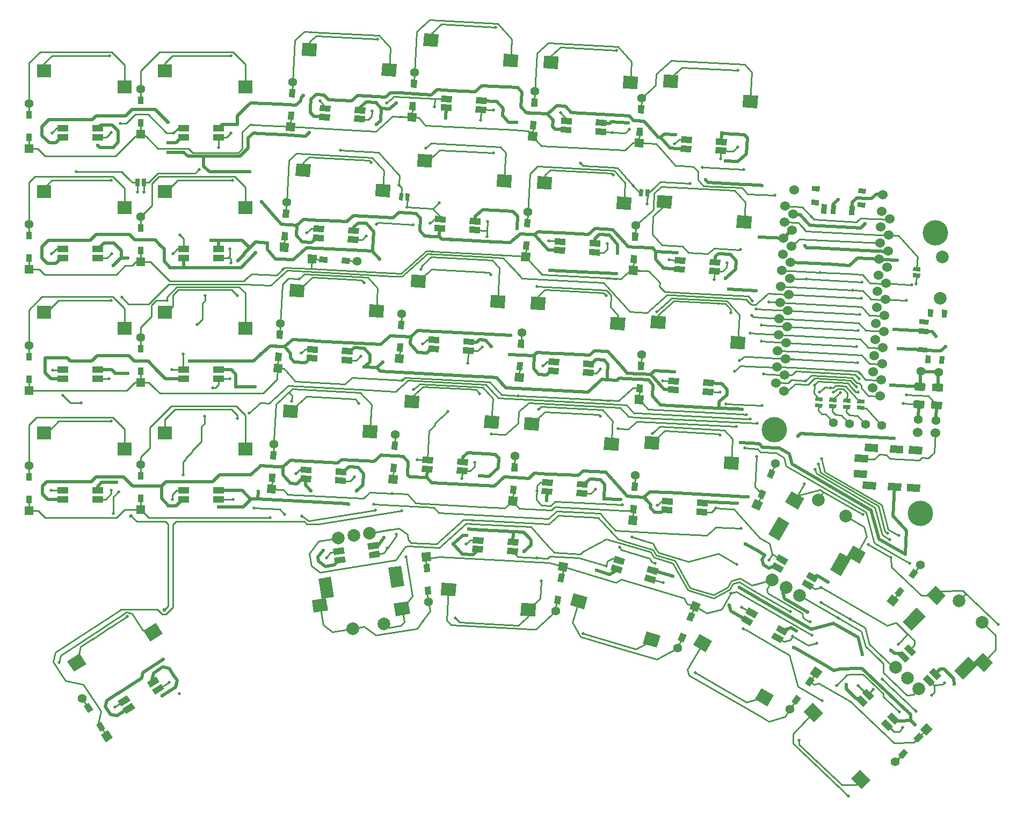
<source format=gtl>
G04 #@! TF.GenerationSoftware,KiCad,Pcbnew,(5.1.12-1-10_14)*
G04 #@! TF.CreationDate,2021-12-17T12:39:00+00:00*
G04 #@! TF.ProjectId,avalanche-hotswap,6176616c-616e-4636-9865-2d686f747377,rev?*
G04 #@! TF.SameCoordinates,Original*
G04 #@! TF.FileFunction,Copper,L1,Top*
G04 #@! TF.FilePolarity,Positive*
%FSLAX46Y46*%
G04 Gerber Fmt 4.6, Leading zero omitted, Abs format (unit mm)*
G04 Created by KiCad (PCBNEW (5.1.12-1-10_14)) date 2021-12-17 12:39:00*
%MOMM*%
%LPD*%
G01*
G04 APERTURE LIST*
G04 #@! TA.AperFunction,SMDPad,CuDef*
%ADD10C,0.100000*%
G04 #@! TD*
G04 #@! TA.AperFunction,ComponentPad*
%ADD11C,1.397000*%
G04 #@! TD*
G04 #@! TA.AperFunction,SMDPad,CuDef*
%ADD12R,1.700000X1.000000*%
G04 #@! TD*
G04 #@! TA.AperFunction,SMDPad,CuDef*
%ADD13R,2.300000X2.000000*%
G04 #@! TD*
G04 #@! TA.AperFunction,ComponentPad*
%ADD14C,4.000000*%
G04 #@! TD*
G04 #@! TA.AperFunction,ComponentPad*
%ADD15C,1.524000*%
G04 #@! TD*
G04 #@! TA.AperFunction,ComponentPad*
%ADD16C,2.000000*%
G04 #@! TD*
G04 #@! TA.AperFunction,ComponentPad*
%ADD17C,0.100000*%
G04 #@! TD*
G04 #@! TA.AperFunction,SMDPad,CuDef*
%ADD18R,0.950000X1.300000*%
G04 #@! TD*
G04 #@! TA.AperFunction,ComponentPad*
%ADD19R,1.397000X1.397000*%
G04 #@! TD*
G04 #@! TA.AperFunction,SMDPad,CuDef*
%ADD20R,0.635000X1.143000*%
G04 #@! TD*
G04 #@! TA.AperFunction,ComponentPad*
%ADD21C,0.800000*%
G04 #@! TD*
G04 #@! TA.AperFunction,ViaPad*
%ADD22C,0.500000*%
G04 #@! TD*
G04 #@! TA.AperFunction,ViaPad*
%ADD23C,0.600000*%
G04 #@! TD*
G04 #@! TA.AperFunction,Conductor*
%ADD24C,0.250000*%
G04 #@! TD*
G04 #@! TA.AperFunction,Conductor*
%ADD25C,0.500000*%
G04 #@! TD*
G04 APERTURE END LIST*
G04 #@! TA.AperFunction,SMDPad,CuDef*
D10*
G36*
X196910841Y-38925500D02*
G01*
X196806169Y-40922759D01*
X194509321Y-40802386D01*
X194613993Y-38805127D01*
X196910841Y-38925500D01*
G37*
G04 #@! TD.AperFunction*
G04 #@! TA.AperFunction,SMDPad,CuDef*
G36*
X184361179Y-35724315D02*
G01*
X184256507Y-37721574D01*
X181959659Y-37601201D01*
X182064331Y-35603942D01*
X184361179Y-35724315D01*
G37*
G04 #@! TD.AperFunction*
G04 #@! TA.AperFunction,SMDPad,CuDef*
G36*
X136952854Y-91008910D02*
G01*
X136848182Y-93006169D01*
X134551334Y-92885796D01*
X134656006Y-90888537D01*
X136952854Y-91008910D01*
G37*
G04 #@! TD.AperFunction*
G04 #@! TA.AperFunction,SMDPad,CuDef*
G36*
X124403192Y-87807725D02*
G01*
X124298520Y-89804984D01*
X122001672Y-89684611D01*
X122106344Y-87687352D01*
X124403192Y-87807725D01*
G37*
G04 #@! TD.AperFunction*
G04 #@! TA.AperFunction,SMDPad,CuDef*
G36*
X213640538Y-88532144D02*
G01*
X212499105Y-88472324D01*
X212532338Y-87838194D01*
X213673771Y-87898014D01*
X213640538Y-88532144D01*
G37*
G04 #@! TD.AperFunction*
G04 #@! TA.AperFunction,SMDPad,CuDef*
G36*
X213692914Y-87532756D02*
G01*
X212551481Y-87472936D01*
X212584714Y-86838806D01*
X213726147Y-86898626D01*
X213692914Y-87532756D01*
G37*
G04 #@! TD.AperFunction*
G04 #@! TA.AperFunction,SMDPad,CuDef*
G36*
X211443553Y-88417005D02*
G01*
X210302120Y-88357185D01*
X210335353Y-87723055D01*
X211476786Y-87782875D01*
X211443553Y-88417005D01*
G37*
G04 #@! TD.AperFunction*
G04 #@! TA.AperFunction,SMDPad,CuDef*
G36*
X211495929Y-87417617D02*
G01*
X210354496Y-87357797D01*
X210387729Y-86723667D01*
X211529162Y-86783487D01*
X211495929Y-87417617D01*
G37*
G04 #@! TD.AperFunction*
G04 #@! TA.AperFunction,SMDPad,CuDef*
G36*
X209246568Y-88301866D02*
G01*
X208105135Y-88242046D01*
X208138368Y-87607916D01*
X209279801Y-87667736D01*
X209246568Y-88301866D01*
G37*
G04 #@! TD.AperFunction*
G04 #@! TA.AperFunction,SMDPad,CuDef*
G36*
X209298944Y-87302478D02*
G01*
X208157511Y-87242658D01*
X208190744Y-86608528D01*
X209332177Y-86668348D01*
X209298944Y-87302478D01*
G37*
G04 #@! TD.AperFunction*
G04 #@! TA.AperFunction,SMDPad,CuDef*
G36*
X207049583Y-88186726D02*
G01*
X205908150Y-88126906D01*
X205941383Y-87492776D01*
X207082816Y-87552596D01*
X207049583Y-88186726D01*
G37*
G04 #@! TD.AperFunction*
G04 #@! TA.AperFunction,SMDPad,CuDef*
G36*
X207101959Y-87187338D02*
G01*
X205960526Y-87127518D01*
X205993759Y-86493388D01*
X207135192Y-86553208D01*
X207101959Y-87187338D01*
G37*
G04 #@! TD.AperFunction*
D11*
X208797664Y-90554215D03*
X211334183Y-90687148D03*
X213870703Y-90820082D03*
X216407222Y-90953015D03*
G04 #@! TA.AperFunction,SMDPad,CuDef*
D10*
G36*
X149372613Y-98599284D02*
G01*
X149424949Y-97600655D01*
X151122619Y-97689626D01*
X151070283Y-98688255D01*
X149372613Y-98599284D01*
G37*
G04 #@! TD.AperFunction*
G04 #@! TA.AperFunction,SMDPad,CuDef*
G36*
X149445883Y-97201202D02*
G01*
X149498219Y-96202573D01*
X151195889Y-96291544D01*
X151143553Y-97290173D01*
X149445883Y-97201202D01*
G37*
G04 #@! TD.AperFunction*
G04 #@! TA.AperFunction,SMDPad,CuDef*
G36*
X143880151Y-98311436D02*
G01*
X143932487Y-97312807D01*
X145630157Y-97401778D01*
X145577821Y-98400407D01*
X143880151Y-98311436D01*
G37*
G04 #@! TD.AperFunction*
G04 #@! TA.AperFunction,SMDPad,CuDef*
G36*
X143953421Y-96913354D02*
G01*
X144005757Y-95914725D01*
X145703427Y-96003696D01*
X145651091Y-97002325D01*
X143953421Y-96913354D01*
G37*
G04 #@! TD.AperFunction*
G04 #@! TA.AperFunction,SMDPad,CuDef*
G36*
X175997622Y-73978994D02*
G01*
X175892950Y-75976253D01*
X173596102Y-75855880D01*
X173700774Y-73858621D01*
X175997622Y-73978994D01*
G37*
G04 #@! TD.AperFunction*
G04 #@! TA.AperFunction,SMDPad,CuDef*
G36*
X163447960Y-70777809D02*
G01*
X163343288Y-72775068D01*
X161046440Y-72654695D01*
X161151112Y-70657436D01*
X163447960Y-70777809D01*
G37*
G04 #@! TD.AperFunction*
D12*
X106341269Y-82205259D03*
X106341269Y-83605259D03*
X111841269Y-82205259D03*
X111841269Y-83605259D03*
G04 #@! TA.AperFunction,SMDPad,CuDef*
D10*
G36*
X203765301Y-116148901D02*
G01*
X204265301Y-115282875D01*
X205737545Y-116132875D01*
X205237545Y-116998901D01*
X203765301Y-116148901D01*
G37*
G04 #@! TD.AperFunction*
G04 #@! TA.AperFunction,SMDPad,CuDef*
G36*
X204465301Y-114936465D02*
G01*
X204965301Y-114070439D01*
X206437545Y-114920439D01*
X205937545Y-115786465D01*
X204465301Y-114936465D01*
G37*
G04 #@! TD.AperFunction*
G04 #@! TA.AperFunction,SMDPad,CuDef*
G36*
X199002161Y-113398901D02*
G01*
X199502161Y-112532875D01*
X200974405Y-113382875D01*
X200474405Y-114248901D01*
X199002161Y-113398901D01*
G37*
G04 #@! TD.AperFunction*
G04 #@! TA.AperFunction,SMDPad,CuDef*
G36*
X199702161Y-112186465D02*
G01*
X200202161Y-111320439D01*
X201674405Y-112170439D01*
X201174405Y-113036465D01*
X199702161Y-112186465D01*
G37*
G04 #@! TD.AperFunction*
G04 #@! TA.AperFunction,SMDPad,CuDef*
G36*
X135686370Y-111996507D02*
G01*
X135529936Y-111008819D01*
X137209006Y-110742881D01*
X137365440Y-111730569D01*
X135686370Y-111996507D01*
G37*
G04 #@! TD.AperFunction*
G04 #@! TA.AperFunction,SMDPad,CuDef*
G36*
X135467362Y-110613743D02*
G01*
X135310928Y-109626055D01*
X136989998Y-109360117D01*
X137146432Y-110347805D01*
X135467362Y-110613743D01*
G37*
G04 #@! TD.AperFunction*
G04 #@! TA.AperFunction,SMDPad,CuDef*
G36*
X130254084Y-112856897D02*
G01*
X130097650Y-111869209D01*
X131776720Y-111603271D01*
X131933154Y-112590959D01*
X130254084Y-112856897D01*
G37*
G04 #@! TD.AperFunction*
G04 #@! TA.AperFunction,SMDPad,CuDef*
G36*
X130035076Y-111474133D02*
G01*
X129878642Y-110486445D01*
X131557712Y-110220507D01*
X131714146Y-111208195D01*
X130035076Y-111474133D01*
G37*
G04 #@! TD.AperFunction*
G04 #@! TA.AperFunction,SMDPad,CuDef*
G36*
X189176312Y-67089273D02*
G01*
X189228648Y-66090644D01*
X190926318Y-66179615D01*
X190873982Y-67178244D01*
X189176312Y-67089273D01*
G37*
G04 #@! TD.AperFunction*
G04 #@! TA.AperFunction,SMDPad,CuDef*
G36*
X189249582Y-65691191D02*
G01*
X189301918Y-64692562D01*
X190999588Y-64781533D01*
X190947252Y-65780162D01*
X189249582Y-65691191D01*
G37*
G04 #@! TD.AperFunction*
G04 #@! TA.AperFunction,SMDPad,CuDef*
G36*
X183683850Y-66801425D02*
G01*
X183736186Y-65802796D01*
X185433856Y-65891767D01*
X185381520Y-66890396D01*
X183683850Y-66801425D01*
G37*
G04 #@! TD.AperFunction*
G04 #@! TA.AperFunction,SMDPad,CuDef*
G36*
X183757120Y-65403343D02*
G01*
X183809456Y-64404714D01*
X185507126Y-64493685D01*
X185454790Y-65492314D01*
X183757120Y-65403343D01*
G37*
G04 #@! TD.AperFunction*
G04 #@! TA.AperFunction,SMDPad,CuDef*
G36*
X101885827Y-133517377D02*
G01*
X101341187Y-132678707D01*
X102766927Y-131752821D01*
X103311567Y-132591491D01*
X101885827Y-133517377D01*
G37*
G04 #@! TD.AperFunction*
G04 #@! TA.AperFunction,SMDPad,CuDef*
G36*
X101123333Y-132343238D02*
G01*
X100578693Y-131504568D01*
X102004433Y-130578682D01*
X102549073Y-131417352D01*
X101123333Y-132343238D01*
G37*
G04 #@! TD.AperFunction*
G04 #@! TA.AperFunction,SMDPad,CuDef*
G36*
X97273139Y-136512892D02*
G01*
X96728499Y-135674222D01*
X98154239Y-134748336D01*
X98698879Y-135587006D01*
X97273139Y-136512892D01*
G37*
G04 #@! TD.AperFunction*
G04 #@! TA.AperFunction,SMDPad,CuDef*
G36*
X96510645Y-135338753D02*
G01*
X95966005Y-134500083D01*
X97391745Y-133574197D01*
X97936385Y-134412867D01*
X96510645Y-135338753D01*
G37*
G04 #@! TD.AperFunction*
D12*
X87291279Y-101255249D03*
X87291279Y-102655249D03*
X92791279Y-101255249D03*
X92791279Y-102655249D03*
X87291265Y-82205254D03*
X87291265Y-83605254D03*
X92791265Y-82205254D03*
X92791265Y-83605254D03*
X87291244Y-63155245D03*
X87291244Y-64555245D03*
X92791244Y-63155245D03*
X92791244Y-64555245D03*
X87291291Y-44105255D03*
X87291291Y-45505255D03*
X92791291Y-44105255D03*
X92791291Y-45505255D03*
X106341266Y-44105254D03*
X106341266Y-45505254D03*
X111841266Y-44105254D03*
X111841266Y-45505254D03*
X106341269Y-63155231D03*
X106341269Y-64555231D03*
X111841269Y-63155231D03*
X111841269Y-64555231D03*
X106341286Y-101255273D03*
X106341286Y-102655273D03*
X111841286Y-101255273D03*
X111841286Y-102655273D03*
G04 #@! TA.AperFunction,SMDPad,CuDef*
D10*
G36*
X130215277Y-100148837D02*
G01*
X130267613Y-99150208D01*
X131965283Y-99239179D01*
X131912947Y-100237808D01*
X130215277Y-100148837D01*
G37*
G04 #@! TD.AperFunction*
G04 #@! TA.AperFunction,SMDPad,CuDef*
G36*
X130288547Y-98750755D02*
G01*
X130340883Y-97752126D01*
X132038553Y-97841097D01*
X131986217Y-98839726D01*
X130288547Y-98750755D01*
G37*
G04 #@! TD.AperFunction*
G04 #@! TA.AperFunction,SMDPad,CuDef*
G36*
X124722815Y-99860989D02*
G01*
X124775151Y-98862360D01*
X126472821Y-98951331D01*
X126420485Y-99949960D01*
X124722815Y-99860989D01*
G37*
G04 #@! TD.AperFunction*
G04 #@! TA.AperFunction,SMDPad,CuDef*
G36*
X124796085Y-98462907D02*
G01*
X124848421Y-97464278D01*
X126546091Y-97553249D01*
X126493755Y-98551878D01*
X124796085Y-98462907D01*
G37*
G04 #@! TD.AperFunction*
G04 #@! TA.AperFunction,SMDPad,CuDef*
G36*
X131212267Y-81124930D02*
G01*
X131264603Y-80126301D01*
X132962273Y-80215272D01*
X132909937Y-81213901D01*
X131212267Y-81124930D01*
G37*
G04 #@! TD.AperFunction*
G04 #@! TA.AperFunction,SMDPad,CuDef*
G36*
X131285537Y-79726848D02*
G01*
X131337873Y-78728219D01*
X133035543Y-78817190D01*
X132983207Y-79815819D01*
X131285537Y-79726848D01*
G37*
G04 #@! TD.AperFunction*
G04 #@! TA.AperFunction,SMDPad,CuDef*
G36*
X125719805Y-80837082D02*
G01*
X125772141Y-79838453D01*
X127469811Y-79927424D01*
X127417475Y-80926053D01*
X125719805Y-80837082D01*
G37*
G04 #@! TD.AperFunction*
G04 #@! TA.AperFunction,SMDPad,CuDef*
G36*
X125793075Y-79439000D02*
G01*
X125845411Y-78440371D01*
X127543081Y-78529342D01*
X127490745Y-79527971D01*
X125793075Y-79439000D01*
G37*
G04 #@! TD.AperFunction*
G04 #@! TA.AperFunction,SMDPad,CuDef*
G36*
X132209278Y-62101006D02*
G01*
X132261614Y-61102377D01*
X133959284Y-61191348D01*
X133906948Y-62189977D01*
X132209278Y-62101006D01*
G37*
G04 #@! TD.AperFunction*
G04 #@! TA.AperFunction,SMDPad,CuDef*
G36*
X132282548Y-60702924D02*
G01*
X132334884Y-59704295D01*
X134032554Y-59793266D01*
X133980218Y-60791895D01*
X132282548Y-60702924D01*
G37*
G04 #@! TD.AperFunction*
G04 #@! TA.AperFunction,SMDPad,CuDef*
G36*
X126716816Y-61813158D02*
G01*
X126769152Y-60814529D01*
X128466822Y-60903500D01*
X128414486Y-61902129D01*
X126716816Y-61813158D01*
G37*
G04 #@! TD.AperFunction*
G04 #@! TA.AperFunction,SMDPad,CuDef*
G36*
X126790086Y-60415076D02*
G01*
X126842422Y-59416447D01*
X128540092Y-59505418D01*
X128487756Y-60504047D01*
X126790086Y-60415076D01*
G37*
G04 #@! TD.AperFunction*
G04 #@! TA.AperFunction,SMDPad,CuDef*
G36*
X133206285Y-43077150D02*
G01*
X133258621Y-42078521D01*
X134956291Y-42167492D01*
X134903955Y-43166121D01*
X133206285Y-43077150D01*
G37*
G04 #@! TD.AperFunction*
G04 #@! TA.AperFunction,SMDPad,CuDef*
G36*
X133279555Y-41679068D02*
G01*
X133331891Y-40680439D01*
X135029561Y-40769410D01*
X134977225Y-41768039D01*
X133279555Y-41679068D01*
G37*
G04 #@! TD.AperFunction*
G04 #@! TA.AperFunction,SMDPad,CuDef*
G36*
X127713823Y-42789302D02*
G01*
X127766159Y-41790673D01*
X129463829Y-41879644D01*
X129411493Y-42878273D01*
X127713823Y-42789302D01*
G37*
G04 #@! TD.AperFunction*
G04 #@! TA.AperFunction,SMDPad,CuDef*
G36*
X127787093Y-41391220D02*
G01*
X127839429Y-40392591D01*
X129537099Y-40481562D01*
X129484763Y-41480191D01*
X127787093Y-41391220D01*
G37*
G04 #@! TD.AperFunction*
G04 #@! TA.AperFunction,SMDPad,CuDef*
G36*
X152361021Y-41577575D02*
G01*
X152413357Y-40578946D01*
X154111027Y-40667917D01*
X154058691Y-41666546D01*
X152361021Y-41577575D01*
G37*
G04 #@! TD.AperFunction*
G04 #@! TA.AperFunction,SMDPad,CuDef*
G36*
X152434291Y-40179493D02*
G01*
X152486627Y-39180864D01*
X154184297Y-39269835D01*
X154131961Y-40268464D01*
X152434291Y-40179493D01*
G37*
G04 #@! TD.AperFunction*
G04 #@! TA.AperFunction,SMDPad,CuDef*
G36*
X146868559Y-41289727D02*
G01*
X146920895Y-40291098D01*
X148618565Y-40380069D01*
X148566229Y-41378698D01*
X146868559Y-41289727D01*
G37*
G04 #@! TD.AperFunction*
G04 #@! TA.AperFunction,SMDPad,CuDef*
G36*
X146941829Y-39891645D02*
G01*
X146994165Y-38893016D01*
X148691835Y-38981987D01*
X148639499Y-39980616D01*
X146941829Y-39891645D01*
G37*
G04 #@! TD.AperFunction*
G04 #@! TA.AperFunction,SMDPad,CuDef*
G36*
X151363984Y-60601461D02*
G01*
X151416320Y-59602832D01*
X153113990Y-59691803D01*
X153061654Y-60690432D01*
X151363984Y-60601461D01*
G37*
G04 #@! TD.AperFunction*
G04 #@! TA.AperFunction,SMDPad,CuDef*
G36*
X151437254Y-59203379D02*
G01*
X151489590Y-58204750D01*
X153187260Y-58293721D01*
X153134924Y-59292350D01*
X151437254Y-59203379D01*
G37*
G04 #@! TD.AperFunction*
G04 #@! TA.AperFunction,SMDPad,CuDef*
G36*
X145871522Y-60313613D02*
G01*
X145923858Y-59314984D01*
X147621528Y-59403955D01*
X147569192Y-60402584D01*
X145871522Y-60313613D01*
G37*
G04 #@! TD.AperFunction*
G04 #@! TA.AperFunction,SMDPad,CuDef*
G36*
X145944792Y-58915531D02*
G01*
X145997128Y-57916902D01*
X147694798Y-58005873D01*
X147642462Y-59004502D01*
X145944792Y-58915531D01*
G37*
G04 #@! TD.AperFunction*
G04 #@! TA.AperFunction,SMDPad,CuDef*
G36*
X150367012Y-79625352D02*
G01*
X150419348Y-78626723D01*
X152117018Y-78715694D01*
X152064682Y-79714323D01*
X150367012Y-79625352D01*
G37*
G04 #@! TD.AperFunction*
G04 #@! TA.AperFunction,SMDPad,CuDef*
G36*
X150440282Y-78227270D02*
G01*
X150492618Y-77228641D01*
X152190288Y-77317612D01*
X152137952Y-78316241D01*
X150440282Y-78227270D01*
G37*
G04 #@! TD.AperFunction*
G04 #@! TA.AperFunction,SMDPad,CuDef*
G36*
X144874550Y-79337504D02*
G01*
X144926886Y-78338875D01*
X146624556Y-78427846D01*
X146572220Y-79426475D01*
X144874550Y-79337504D01*
G37*
G04 #@! TD.AperFunction*
G04 #@! TA.AperFunction,SMDPad,CuDef*
G36*
X144947820Y-77939422D02*
G01*
X145000156Y-76940793D01*
X146697826Y-77029764D01*
X146645490Y-78028393D01*
X144947820Y-77939422D01*
G37*
G04 #@! TD.AperFunction*
G04 #@! TA.AperFunction,SMDPad,CuDef*
G36*
X157340888Y-111267975D02*
G01*
X157393224Y-110269346D01*
X159090894Y-110358317D01*
X159038558Y-111356946D01*
X157340888Y-111267975D01*
G37*
G04 #@! TD.AperFunction*
G04 #@! TA.AperFunction,SMDPad,CuDef*
G36*
X157414158Y-109869893D02*
G01*
X157466494Y-108871264D01*
X159164164Y-108960235D01*
X159111828Y-109958864D01*
X157414158Y-109869893D01*
G37*
G04 #@! TD.AperFunction*
G04 #@! TA.AperFunction,SMDPad,CuDef*
G36*
X151848426Y-110980127D02*
G01*
X151900762Y-109981498D01*
X153598432Y-110070469D01*
X153546096Y-111069098D01*
X151848426Y-110980127D01*
G37*
G04 #@! TD.AperFunction*
G04 #@! TA.AperFunction,SMDPad,CuDef*
G36*
X151921696Y-109582045D02*
G01*
X151974032Y-108583416D01*
X153671702Y-108672387D01*
X153619366Y-109671016D01*
X151921696Y-109582045D01*
G37*
G04 #@! TD.AperFunction*
G04 #@! TA.AperFunction,SMDPad,CuDef*
G36*
X178948213Y-115441251D02*
G01*
X179232228Y-114482431D01*
X180862221Y-114965257D01*
X180578206Y-115924077D01*
X178948213Y-115441251D01*
G37*
G04 #@! TD.AperFunction*
G04 #@! TA.AperFunction,SMDPad,CuDef*
G36*
X179345834Y-114098903D02*
G01*
X179629849Y-113140083D01*
X181259842Y-113622909D01*
X180975827Y-114581729D01*
X179345834Y-114098903D01*
G37*
G04 #@! TD.AperFunction*
G04 #@! TA.AperFunction,SMDPad,CuDef*
G36*
X173674704Y-113879167D02*
G01*
X173958719Y-112920347D01*
X175588712Y-113403173D01*
X175304697Y-114361993D01*
X173674704Y-113879167D01*
G37*
G04 #@! TD.AperFunction*
G04 #@! TA.AperFunction,SMDPad,CuDef*
G36*
X174072325Y-112536819D02*
G01*
X174356340Y-111577999D01*
X175986333Y-112060825D01*
X175702318Y-113019645D01*
X174072325Y-112536819D01*
G37*
G04 #@! TD.AperFunction*
G04 #@! TA.AperFunction,SMDPad,CuDef*
G36*
X168263098Y-102142799D02*
G01*
X168315434Y-101144170D01*
X170013104Y-101233141D01*
X169960768Y-102231770D01*
X168263098Y-102142799D01*
G37*
G04 #@! TD.AperFunction*
G04 #@! TA.AperFunction,SMDPad,CuDef*
G36*
X168336368Y-100744717D02*
G01*
X168388704Y-99746088D01*
X170086374Y-99835059D01*
X170034038Y-100833688D01*
X168336368Y-100744717D01*
G37*
G04 #@! TD.AperFunction*
G04 #@! TA.AperFunction,SMDPad,CuDef*
G36*
X162770636Y-101854951D02*
G01*
X162822972Y-100856322D01*
X164520642Y-100945293D01*
X164468306Y-101943922D01*
X162770636Y-101854951D01*
G37*
G04 #@! TD.AperFunction*
G04 #@! TA.AperFunction,SMDPad,CuDef*
G36*
X162843906Y-100456869D02*
G01*
X162896242Y-99458240D01*
X164593912Y-99547211D01*
X164541576Y-100545840D01*
X162843906Y-100456869D01*
G37*
G04 #@! TD.AperFunction*
G04 #@! TA.AperFunction,SMDPad,CuDef*
G36*
X169260079Y-83118908D02*
G01*
X169312415Y-82120279D01*
X171010085Y-82209250D01*
X170957749Y-83207879D01*
X169260079Y-83118908D01*
G37*
G04 #@! TD.AperFunction*
G04 #@! TA.AperFunction,SMDPad,CuDef*
G36*
X169333349Y-81720826D02*
G01*
X169385685Y-80722197D01*
X171083355Y-80811168D01*
X171031019Y-81809797D01*
X169333349Y-81720826D01*
G37*
G04 #@! TD.AperFunction*
G04 #@! TA.AperFunction,SMDPad,CuDef*
G36*
X163767617Y-82831060D02*
G01*
X163819953Y-81832431D01*
X165517623Y-81921402D01*
X165465287Y-82920031D01*
X163767617Y-82831060D01*
G37*
G04 #@! TD.AperFunction*
G04 #@! TA.AperFunction,SMDPad,CuDef*
G36*
X163840887Y-81432978D02*
G01*
X163893223Y-80434349D01*
X165590893Y-80523320D01*
X165538557Y-81521949D01*
X163840887Y-81432978D01*
G37*
G04 #@! TD.AperFunction*
G04 #@! TA.AperFunction,SMDPad,CuDef*
G36*
X170257059Y-64095036D02*
G01*
X170309395Y-63096407D01*
X172007065Y-63185378D01*
X171954729Y-64184007D01*
X170257059Y-64095036D01*
G37*
G04 #@! TD.AperFunction*
G04 #@! TA.AperFunction,SMDPad,CuDef*
G36*
X170330329Y-62696954D02*
G01*
X170382665Y-61698325D01*
X172080335Y-61787296D01*
X172027999Y-62785925D01*
X170330329Y-62696954D01*
G37*
G04 #@! TD.AperFunction*
G04 #@! TA.AperFunction,SMDPad,CuDef*
G36*
X164764597Y-63807188D02*
G01*
X164816933Y-62808559D01*
X166514603Y-62897530D01*
X166462267Y-63896159D01*
X164764597Y-63807188D01*
G37*
G04 #@! TD.AperFunction*
G04 #@! TA.AperFunction,SMDPad,CuDef*
G36*
X164837867Y-62409106D02*
G01*
X164890203Y-61410477D01*
X166587873Y-61499448D01*
X166535537Y-62498077D01*
X164837867Y-62409106D01*
G37*
G04 #@! TD.AperFunction*
G04 #@! TA.AperFunction,SMDPad,CuDef*
G36*
X171254064Y-45071131D02*
G01*
X171306400Y-44072502D01*
X173004070Y-44161473D01*
X172951734Y-45160102D01*
X171254064Y-45071131D01*
G37*
G04 #@! TD.AperFunction*
G04 #@! TA.AperFunction,SMDPad,CuDef*
G36*
X171327334Y-43673049D02*
G01*
X171379670Y-42674420D01*
X173077340Y-42763391D01*
X173025004Y-43762020D01*
X171327334Y-43673049D01*
G37*
G04 #@! TD.AperFunction*
G04 #@! TA.AperFunction,SMDPad,CuDef*
G36*
X165761602Y-44783283D02*
G01*
X165813938Y-43784654D01*
X167511608Y-43873625D01*
X167459272Y-44872254D01*
X165761602Y-44783283D01*
G37*
G04 #@! TD.AperFunction*
G04 #@! TA.AperFunction,SMDPad,CuDef*
G36*
X165834872Y-43385201D02*
G01*
X165887208Y-42386572D01*
X167584878Y-42475543D01*
X167532542Y-43474172D01*
X165834872Y-43385201D01*
G37*
G04 #@! TD.AperFunction*
G04 #@! TA.AperFunction,SMDPad,CuDef*
G36*
X190173297Y-48065401D02*
G01*
X190225633Y-47066772D01*
X191923303Y-47155743D01*
X191870967Y-48154372D01*
X190173297Y-48065401D01*
G37*
G04 #@! TD.AperFunction*
G04 #@! TA.AperFunction,SMDPad,CuDef*
G36*
X190246567Y-46667319D02*
G01*
X190298903Y-45668690D01*
X191996573Y-45757661D01*
X191944237Y-46756290D01*
X190246567Y-46667319D01*
G37*
G04 #@! TD.AperFunction*
G04 #@! TA.AperFunction,SMDPad,CuDef*
G36*
X184680835Y-47777553D02*
G01*
X184733171Y-46778924D01*
X186430841Y-46867895D01*
X186378505Y-47866524D01*
X184680835Y-47777553D01*
G37*
G04 #@! TD.AperFunction*
G04 #@! TA.AperFunction,SMDPad,CuDef*
G36*
X184754105Y-46379471D02*
G01*
X184806441Y-45380842D01*
X186504111Y-45469813D01*
X186451775Y-46468442D01*
X184754105Y-46379471D01*
G37*
G04 #@! TD.AperFunction*
G04 #@! TA.AperFunction,SMDPad,CuDef*
G36*
X188179296Y-86113167D02*
G01*
X188231632Y-85114538D01*
X189929302Y-85203509D01*
X189876966Y-86202138D01*
X188179296Y-86113167D01*
G37*
G04 #@! TD.AperFunction*
G04 #@! TA.AperFunction,SMDPad,CuDef*
G36*
X188252566Y-84715085D02*
G01*
X188304902Y-83716456D01*
X190002572Y-83805427D01*
X189950236Y-84804056D01*
X188252566Y-84715085D01*
G37*
G04 #@! TD.AperFunction*
G04 #@! TA.AperFunction,SMDPad,CuDef*
G36*
X182686834Y-85825319D02*
G01*
X182739170Y-84826690D01*
X184436840Y-84915661D01*
X184384504Y-85914290D01*
X182686834Y-85825319D01*
G37*
G04 #@! TD.AperFunction*
G04 #@! TA.AperFunction,SMDPad,CuDef*
G36*
X182760104Y-84427237D02*
G01*
X182812440Y-83428608D01*
X184510110Y-83517579D01*
X184457774Y-84516208D01*
X182760104Y-84427237D01*
G37*
G04 #@! TD.AperFunction*
G04 #@! TA.AperFunction,SMDPad,CuDef*
G36*
X222914525Y-131026226D02*
G01*
X223602880Y-130300851D01*
X224836017Y-131471054D01*
X224147662Y-132196429D01*
X222914525Y-131026226D01*
G37*
G04 #@! TD.AperFunction*
G04 #@! TA.AperFunction,SMDPad,CuDef*
G36*
X223878222Y-130010702D02*
G01*
X224566577Y-129285327D01*
X225799714Y-130455530D01*
X225111359Y-131180905D01*
X223878222Y-130010702D01*
G37*
G04 #@! TD.AperFunction*
G04 #@! TA.AperFunction,SMDPad,CuDef*
G36*
X218924966Y-127240276D02*
G01*
X219613321Y-126514901D01*
X220846458Y-127685104D01*
X220158103Y-128410479D01*
X218924966Y-127240276D01*
G37*
G04 #@! TD.AperFunction*
G04 #@! TA.AperFunction,SMDPad,CuDef*
G36*
X219888663Y-126224752D02*
G01*
X220577018Y-125499377D01*
X221810155Y-126669580D01*
X221121800Y-127394955D01*
X219888663Y-126224752D01*
G37*
G04 #@! TD.AperFunction*
G04 #@! TA.AperFunction,SMDPad,CuDef*
G36*
X199002814Y-124539439D02*
G01*
X199502814Y-123673413D01*
X200975058Y-124523413D01*
X200475058Y-125389439D01*
X199002814Y-124539439D01*
G37*
G04 #@! TD.AperFunction*
G04 #@! TA.AperFunction,SMDPad,CuDef*
G36*
X199702814Y-123327003D02*
G01*
X200202814Y-122460977D01*
X201675058Y-123310977D01*
X201175058Y-124177003D01*
X199702814Y-123327003D01*
G37*
G04 #@! TD.AperFunction*
G04 #@! TA.AperFunction,SMDPad,CuDef*
G36*
X194239674Y-121789439D02*
G01*
X194739674Y-120923413D01*
X196211918Y-121773413D01*
X195711918Y-122639439D01*
X194239674Y-121789439D01*
G37*
G04 #@! TD.AperFunction*
G04 #@! TA.AperFunction,SMDPad,CuDef*
G36*
X194939674Y-120577003D02*
G01*
X195439674Y-119710977D01*
X196911918Y-120560977D01*
X196411918Y-121427003D01*
X194939674Y-120577003D01*
G37*
G04 #@! TD.AperFunction*
G04 #@! TA.AperFunction,SMDPad,CuDef*
G36*
X216312464Y-138039525D02*
G01*
X217000819Y-137314150D01*
X218233956Y-138484353D01*
X217545601Y-139209728D01*
X216312464Y-138039525D01*
G37*
G04 #@! TD.AperFunction*
G04 #@! TA.AperFunction,SMDPad,CuDef*
G36*
X217276161Y-137024001D02*
G01*
X217964516Y-136298626D01*
X219197653Y-137468829D01*
X218509298Y-138194204D01*
X217276161Y-137024001D01*
G37*
G04 #@! TD.AperFunction*
G04 #@! TA.AperFunction,SMDPad,CuDef*
G36*
X212322905Y-134253575D02*
G01*
X213011260Y-133528200D01*
X214244397Y-134698403D01*
X213556042Y-135423778D01*
X212322905Y-134253575D01*
G37*
G04 #@! TD.AperFunction*
G04 #@! TA.AperFunction,SMDPad,CuDef*
G36*
X213286602Y-133238051D02*
G01*
X213974957Y-132512676D01*
X215208094Y-133682879D01*
X214519739Y-134408254D01*
X213286602Y-133238051D01*
G37*
G04 #@! TD.AperFunction*
G04 #@! TA.AperFunction,SMDPad,CuDef*
G36*
X187184919Y-105087147D02*
G01*
X187237255Y-104088518D01*
X188934925Y-104177489D01*
X188882589Y-105176118D01*
X187184919Y-105087147D01*
G37*
G04 #@! TD.AperFunction*
G04 #@! TA.AperFunction,SMDPad,CuDef*
G36*
X187258189Y-103689065D02*
G01*
X187310525Y-102690436D01*
X189008195Y-102779407D01*
X188955859Y-103778036D01*
X187258189Y-103689065D01*
G37*
G04 #@! TD.AperFunction*
G04 #@! TA.AperFunction,SMDPad,CuDef*
G36*
X181692457Y-104799299D02*
G01*
X181744793Y-103800670D01*
X183442463Y-103889641D01*
X183390127Y-104888270D01*
X181692457Y-104799299D01*
G37*
G04 #@! TD.AperFunction*
G04 #@! TA.AperFunction,SMDPad,CuDef*
G36*
X181765727Y-103401217D02*
G01*
X181818063Y-102402588D01*
X183515733Y-102491559D01*
X183463397Y-103490188D01*
X181765727Y-103401217D01*
G37*
G04 #@! TD.AperFunction*
G04 #@! TA.AperFunction,SMDPad,CuDef*
G36*
X175000638Y-93002898D02*
G01*
X174895966Y-95000157D01*
X172599118Y-94879784D01*
X172703790Y-92882525D01*
X175000638Y-93002898D01*
G37*
G04 #@! TD.AperFunction*
G04 #@! TA.AperFunction,SMDPad,CuDef*
G36*
X162450976Y-89801713D02*
G01*
X162346304Y-91798972D01*
X160049456Y-91678599D01*
X160154128Y-89681340D01*
X162450976Y-89801713D01*
G37*
G04 #@! TD.AperFunction*
D13*
X103391260Y-34985231D03*
X116091260Y-37525231D03*
D14*
X224893643Y-60595564D03*
D15*
X202641517Y-53821071D03*
X216563599Y-54550680D03*
X224872597Y-92199910D03*
X222076406Y-92053350D03*
G04 #@! TA.AperFunction,SMDPad,CuDef*
D10*
G36*
X226667699Y-73966089D02*
G01*
X225868796Y-73924220D01*
X225931599Y-72725865D01*
X226730502Y-72767734D01*
X226667699Y-73966089D01*
G37*
G04 #@! TD.AperFunction*
G04 #@! TA.AperFunction,SMDPad,CuDef*
G36*
X224470714Y-73850950D02*
G01*
X223671811Y-73809081D01*
X223734614Y-72610726D01*
X224533517Y-72652595D01*
X224470714Y-73850950D01*
G37*
G04 #@! TD.AperFunction*
G04 #@! TA.AperFunction,SMDPad,CuDef*
G36*
X226284600Y-81276057D02*
G01*
X225485697Y-81234188D01*
X225548500Y-80035833D01*
X226347403Y-80077702D01*
X226284600Y-81276057D01*
G37*
G04 #@! TD.AperFunction*
G04 #@! TA.AperFunction,SMDPad,CuDef*
G36*
X224087615Y-81160918D02*
G01*
X223288712Y-81119049D01*
X223351515Y-79920694D01*
X224150418Y-79962563D01*
X224087615Y-81160918D01*
G37*
G04 #@! TD.AperFunction*
G04 #@! TA.AperFunction,SMDPad,CuDef*
G36*
X223825566Y-75078869D02*
G01*
X222327621Y-75000365D01*
X222369490Y-74201461D01*
X223867435Y-74279965D01*
X223825566Y-75078869D01*
G37*
G04 #@! TD.AperFunction*
G04 #@! TA.AperFunction,SMDPad,CuDef*
G36*
X223748109Y-76556840D02*
G01*
X222250164Y-76478336D01*
X222292033Y-75679432D01*
X223789978Y-75757936D01*
X223748109Y-76556840D01*
G37*
G04 #@! TD.AperFunction*
G04 #@! TA.AperFunction,SMDPad,CuDef*
G36*
X223594241Y-79492811D02*
G01*
X222096296Y-79414307D01*
X222138165Y-78615403D01*
X223636110Y-78693907D01*
X223594241Y-79492811D01*
G37*
G04 #@! TD.AperFunction*
G04 #@! TA.AperFunction,SMDPad,CuDef*
G36*
X206644993Y-53239773D02*
G01*
X206603124Y-54038676D01*
X205404769Y-53975873D01*
X205446638Y-53176970D01*
X206644993Y-53239773D01*
G37*
G04 #@! TD.AperFunction*
G04 #@! TA.AperFunction,SMDPad,CuDef*
G36*
X206529854Y-55436758D02*
G01*
X206487985Y-56235661D01*
X205289630Y-56172858D01*
X205331499Y-55373955D01*
X206529854Y-55436758D01*
G37*
G04 #@! TD.AperFunction*
G04 #@! TA.AperFunction,SMDPad,CuDef*
G36*
X213954961Y-53622872D02*
G01*
X213913092Y-54421775D01*
X212714737Y-54358972D01*
X212756606Y-53560069D01*
X213954961Y-53622872D01*
G37*
G04 #@! TD.AperFunction*
G04 #@! TA.AperFunction,SMDPad,CuDef*
G36*
X213839822Y-55819857D02*
G01*
X213797953Y-56618760D01*
X212599598Y-56555957D01*
X212641467Y-55757054D01*
X213839822Y-55819857D01*
G37*
G04 #@! TD.AperFunction*
G04 #@! TA.AperFunction,SMDPad,CuDef*
G36*
X207757773Y-56081906D02*
G01*
X207679269Y-57579851D01*
X206880365Y-57537982D01*
X206958869Y-56040037D01*
X207757773Y-56081906D01*
G37*
G04 #@! TD.AperFunction*
G04 #@! TA.AperFunction,SMDPad,CuDef*
G36*
X209235744Y-56159363D02*
G01*
X209157240Y-57657308D01*
X208358336Y-57615439D01*
X208436840Y-56117494D01*
X209235744Y-56159363D01*
G37*
G04 #@! TD.AperFunction*
G04 #@! TA.AperFunction,SMDPad,CuDef*
G36*
X212171715Y-56313231D02*
G01*
X212093211Y-57811176D01*
X211294307Y-57769307D01*
X211372811Y-56271362D01*
X212171715Y-56313231D01*
G37*
G04 #@! TD.AperFunction*
G04 #@! TA.AperFunction,SMDPad,CuDef*
G36*
X193919842Y-95997177D02*
G01*
X193815170Y-97994436D01*
X191518322Y-97874063D01*
X191622994Y-95876804D01*
X193919842Y-95997177D01*
G37*
G04 #@! TD.AperFunction*
G04 #@! TA.AperFunction,SMDPad,CuDef*
G36*
X181370180Y-92795992D02*
G01*
X181265508Y-94793251D01*
X178968660Y-94672878D01*
X179073332Y-92675619D01*
X181370180Y-92795992D01*
G37*
G04 #@! TD.AperFunction*
G04 #@! TA.AperFunction,SMDPad,CuDef*
G36*
X143558313Y-86300664D02*
G01*
X143453641Y-88297923D01*
X141156793Y-88177550D01*
X141261465Y-86180291D01*
X143558313Y-86300664D01*
G37*
G04 #@! TD.AperFunction*
G04 #@! TA.AperFunction,SMDPad,CuDef*
G36*
X156107975Y-89501849D02*
G01*
X156003303Y-91499108D01*
X153706455Y-91378735D01*
X153811127Y-89381476D01*
X156107975Y-89501849D01*
G37*
G04 #@! TD.AperFunction*
G04 #@! TA.AperFunction,SMDPad,CuDef*
G36*
X204120246Y-136231194D02*
G01*
X205496955Y-134780445D01*
X207165316Y-136363660D01*
X205788607Y-137814409D01*
X204120246Y-136231194D01*
G37*
G04 #@! TD.AperFunction*
G04 #@! TA.AperFunction,SMDPad,CuDef*
G36*
X211584079Y-146815748D02*
G01*
X212960788Y-145364999D01*
X214629149Y-146948214D01*
X213252440Y-148398963D01*
X211584079Y-146815748D01*
G37*
G04 #@! TD.AperFunction*
G04 #@! TA.AperFunction,SMDPad,CuDef*
G36*
X146925619Y-117801671D02*
G01*
X147030291Y-115804412D01*
X149327139Y-115924785D01*
X149222467Y-117922044D01*
X146925619Y-117801671D01*
G37*
G04 #@! TD.AperFunction*
G04 #@! TA.AperFunction,SMDPad,CuDef*
G36*
X159475281Y-121002856D02*
G01*
X159579953Y-119005597D01*
X161876801Y-119125970D01*
X161772129Y-121123229D01*
X159475281Y-121002856D01*
G37*
G04 #@! TD.AperFunction*
G04 #@! TA.AperFunction,SMDPad,CuDef*
G36*
X233985581Y-128439365D02*
G01*
X232608872Y-129890114D01*
X230940511Y-128306899D01*
X232317220Y-126856150D01*
X233985581Y-128439365D01*
G37*
G04 #@! TD.AperFunction*
G04 #@! TA.AperFunction,SMDPad,CuDef*
G36*
X226521748Y-117854811D02*
G01*
X225145039Y-119305560D01*
X223476678Y-117722345D01*
X224853387Y-116271596D01*
X226521748Y-117854811D01*
G37*
G04 #@! TD.AperFunction*
D16*
X232241389Y-122069382D03*
X228614517Y-118627609D03*
G04 #@! TA.AperFunction,ComponentPad*
D17*
G36*
X229295574Y-131129856D02*
G01*
X227844825Y-129753146D01*
X230047560Y-127431948D01*
X231498309Y-128808658D01*
X229295574Y-131129856D01*
G37*
G04 #@! TD.AperFunction*
G04 #@! TA.AperFunction,ComponentPad*
G36*
X221171382Y-123420284D02*
G01*
X219720633Y-122043574D01*
X221923368Y-119722376D01*
X223374117Y-121099086D01*
X221171382Y-123420284D01*
G37*
G04 #@! TD.AperFunction*
D16*
X222260248Y-132587310D03*
X220446812Y-130866424D03*
X218633376Y-129145537D03*
G04 #@! TA.AperFunction,SMDPad,CuDef*
D10*
G36*
X221388054Y-115231488D02*
G01*
X220634368Y-114653165D01*
X221425758Y-113621806D01*
X222179444Y-114200129D01*
X221388054Y-115231488D01*
G37*
G04 #@! TD.AperFunction*
D11*
X222487457Y-113018445D03*
G04 #@! TA.AperFunction,ComponentPad*
D17*
G36*
X218294188Y-119630630D02*
G01*
X217185874Y-118780190D01*
X218036314Y-117671876D01*
X219144628Y-118522316D01*
X218294188Y-119630630D01*
G37*
G04 #@! TD.AperFunction*
G04 #@! TA.AperFunction,SMDPad,CuDef*
D10*
G36*
X219226950Y-118047892D02*
G01*
X218473264Y-117469569D01*
X219264654Y-116438210D01*
X220018340Y-117016533D01*
X219226950Y-118047892D01*
G37*
G04 #@! TD.AperFunction*
G04 #@! TA.AperFunction,SMDPad,CuDef*
G36*
X126869931Y-120566206D02*
G01*
X126557062Y-118590829D01*
X128828745Y-118231030D01*
X129141614Y-120206407D01*
X126869931Y-120566206D01*
G37*
G04 #@! TD.AperFunction*
G04 #@! TA.AperFunction,SMDPad,CuDef*
G36*
X139810916Y-121088217D02*
G01*
X139498047Y-119112840D01*
X141769730Y-118753041D01*
X142082599Y-120728418D01*
X139810916Y-121088217D01*
G37*
G04 #@! TD.AperFunction*
G04 #@! TA.AperFunction,SMDPad,CuDef*
G36*
X144201493Y-112881912D02*
G01*
X145150191Y-112832193D01*
X145218227Y-114130412D01*
X144269529Y-114180131D01*
X144201493Y-112881912D01*
G37*
G04 #@! TD.AperFunction*
G04 #@! TA.AperFunction,ComponentPad*
D17*
G36*
X143882864Y-111072608D02*
G01*
X145277949Y-110999495D01*
X145351062Y-112394580D01*
X143955977Y-112467693D01*
X143882864Y-111072608D01*
G37*
G04 #@! TD.AperFunction*
D11*
X144988549Y-118823864D03*
G04 #@! TA.AperFunction,SMDPad,CuDef*
D10*
G36*
X144387285Y-116427046D02*
G01*
X145335983Y-116377327D01*
X145404019Y-117675546D01*
X144455321Y-117725265D01*
X144387285Y-116427046D01*
G37*
G04 #@! TD.AperFunction*
G04 #@! TA.AperFunction,SMDPad,CuDef*
G36*
X186696027Y-125613735D02*
G01*
X187696027Y-123881685D01*
X189687885Y-125031685D01*
X188687885Y-126763735D01*
X186696027Y-125613735D01*
G37*
G04 #@! TD.AperFunction*
G04 #@! TA.AperFunction,SMDPad,CuDef*
G36*
X196424550Y-134163439D02*
G01*
X197424550Y-132431389D01*
X199416408Y-133581389D01*
X198416408Y-135313439D01*
X196424550Y-134163439D01*
G37*
G04 #@! TD.AperFunction*
G04 #@! TA.AperFunction,SMDPad,CuDef*
G36*
X167272447Y-119366771D02*
G01*
X167840478Y-117449132D01*
X170045763Y-118102367D01*
X169477732Y-120020006D01*
X167272447Y-119366771D01*
G37*
G04 #@! TD.AperFunction*
G04 #@! TA.AperFunction,SMDPad,CuDef*
G36*
X178728059Y-125409168D02*
G01*
X179296090Y-123491529D01*
X181501375Y-124144764D01*
X180933344Y-126062403D01*
X178728059Y-125409168D01*
G37*
G04 #@! TD.AperFunction*
D13*
X84341255Y-54035244D03*
X97041255Y-56575244D03*
X103391271Y-73085249D03*
X116091271Y-75625249D03*
G04 #@! TA.AperFunction,SMDPad,CuDef*
D10*
G36*
X219889673Y-142014822D02*
G01*
X220578778Y-142668759D01*
X219683917Y-143611746D01*
X218994812Y-142957809D01*
X219889673Y-142014822D01*
G37*
G04 #@! TD.AperFunction*
D11*
X218564965Y-144100823D03*
G04 #@! TA.AperFunction,ComponentPad*
D17*
G36*
X223426425Y-137963175D02*
G01*
X224439773Y-138924807D01*
X223478141Y-139938155D01*
X222464793Y-138976523D01*
X223426425Y-137963175D01*
G37*
G04 #@! TD.AperFunction*
G04 #@! TA.AperFunction,SMDPad,CuDef*
D10*
G36*
X222333331Y-139439742D02*
G01*
X223022436Y-140093679D01*
X222127575Y-141036666D01*
X221438470Y-140382729D01*
X222333331Y-139439742D01*
G37*
G04 #@! TD.AperFunction*
G04 #@! TA.AperFunction,SMDPad,CuDef*
G36*
X202961216Y-133507007D02*
G01*
X203729782Y-134065403D01*
X202965662Y-135117125D01*
X202197096Y-134558729D01*
X202961216Y-133507007D01*
G37*
G04 #@! TD.AperFunction*
D11*
X201920120Y-135748071D03*
G04 #@! TA.AperFunction,ComponentPad*
D17*
G36*
X205938866Y-129028385D02*
G01*
X207069062Y-129849521D01*
X206247926Y-130979717D01*
X205117730Y-130158581D01*
X205938866Y-129028385D01*
G37*
G04 #@! TD.AperFunction*
G04 #@! TA.AperFunction,SMDPad,CuDef*
D10*
G36*
X205047854Y-130634997D02*
G01*
X205816420Y-131193393D01*
X205052300Y-132245115D01*
X204283734Y-131686719D01*
X205047854Y-130634997D01*
G37*
G04 #@! TD.AperFunction*
G04 #@! TA.AperFunction,SMDPad,CuDef*
G36*
X184769677Y-123684667D02*
G01*
X185647363Y-124048216D01*
X185149875Y-125249259D01*
X184272189Y-124885710D01*
X184769677Y-123684667D01*
G37*
G04 #@! TD.AperFunction*
D11*
X184280513Y-126106849D03*
G04 #@! TA.AperFunction,ComponentPad*
D17*
G36*
X186619540Y-118634671D02*
G01*
X187910199Y-119169280D01*
X187375590Y-120459939D01*
X186084931Y-119925330D01*
X186619540Y-118634671D01*
G37*
G04 #@! TD.AperFunction*
G04 #@! TA.AperFunction,SMDPad,CuDef*
D10*
G36*
X186128203Y-120404895D02*
G01*
X187005889Y-120768444D01*
X186508401Y-121969487D01*
X185630715Y-121605938D01*
X186128203Y-120404895D01*
G37*
G04 #@! TD.AperFunction*
G04 #@! TA.AperFunction,SMDPad,CuDef*
G36*
X164958868Y-117832583D02*
G01*
X165897172Y-117981196D01*
X165693808Y-119265191D01*
X164755504Y-119116578D01*
X164958868Y-117832583D01*
G37*
G04 #@! TD.AperFunction*
D11*
X165048667Y-120302034D03*
G04 #@! TA.AperFunction,ComponentPad*
D17*
G36*
X165578720Y-112490276D02*
G01*
X166958521Y-112708815D01*
X166739982Y-114088616D01*
X165360181Y-113870077D01*
X165578720Y-112490276D01*
G37*
G04 #@! TD.AperFunction*
G04 #@! TA.AperFunction,SMDPad,CuDef*
D10*
G36*
X165514210Y-114326289D02*
G01*
X166452514Y-114474902D01*
X166249150Y-115758897D01*
X165310846Y-115610284D01*
X165514210Y-114326289D01*
G37*
G04 #@! TD.AperFunction*
G04 #@! TA.AperFunction,SMDPad,CuDef*
G36*
X199133020Y-99419207D02*
G01*
X198265152Y-99032808D01*
X198793910Y-97845199D01*
X199661778Y-98231598D01*
X199133020Y-99419207D01*
G37*
G04 #@! TD.AperFunction*
D11*
X199685422Y-97010660D03*
G04 #@! TA.AperFunction,ComponentPad*
D17*
G36*
X197151598Y-104419049D02*
G01*
X195875375Y-103850838D01*
X196443586Y-102574615D01*
X197719809Y-103142826D01*
X197151598Y-104419049D01*
G37*
G04 #@! TD.AperFunction*
G04 #@! TA.AperFunction,SMDPad,CuDef*
D10*
G36*
X197689104Y-102662293D02*
G01*
X196821236Y-102275894D01*
X197349994Y-101088285D01*
X198217862Y-101474684D01*
X197689104Y-102662293D01*
G37*
G04 #@! TD.AperFunction*
G04 #@! TA.AperFunction,SMDPad,CuDef*
G36*
X177894291Y-101320757D02*
G01*
X176945593Y-101271038D01*
X177013629Y-99972819D01*
X177962327Y-100022538D01*
X177894291Y-101320757D01*
G37*
G04 #@! TD.AperFunction*
D11*
X177546857Y-98874220D03*
G04 #@! TA.AperFunction,ComponentPad*
D17*
G36*
X177836257Y-106698589D02*
G01*
X176441172Y-106625476D01*
X176514285Y-105230391D01*
X177909370Y-105303504D01*
X177836257Y-106698589D01*
G37*
G04 #@! TD.AperFunction*
G04 #@! TA.AperFunction,SMDPad,CuDef*
D10*
G36*
X177708499Y-104865891D02*
G01*
X176759801Y-104816172D01*
X176827837Y-103517953D01*
X177776535Y-103567672D01*
X177708499Y-104865891D01*
G37*
G04 #@! TD.AperFunction*
G04 #@! TA.AperFunction,SMDPad,CuDef*
G36*
X158977688Y-98276524D02*
G01*
X158028990Y-98226805D01*
X158097026Y-96928586D01*
X159045724Y-96978305D01*
X158977688Y-98276524D01*
G37*
G04 #@! TD.AperFunction*
D11*
X158630254Y-95829987D03*
G04 #@! TA.AperFunction,ComponentPad*
D17*
G36*
X158919654Y-103654356D02*
G01*
X157524569Y-103581243D01*
X157597682Y-102186158D01*
X158992767Y-102259271D01*
X158919654Y-103654356D01*
G37*
G04 #@! TD.AperFunction*
G04 #@! TA.AperFunction,SMDPad,CuDef*
D10*
G36*
X158791896Y-101821658D02*
G01*
X157843198Y-101771939D01*
X157911234Y-100473720D01*
X158859932Y-100523439D01*
X158791896Y-101821658D01*
G37*
G04 #@! TD.AperFunction*
G04 #@! TA.AperFunction,SMDPad,CuDef*
G36*
X140081989Y-94832917D02*
G01*
X139133291Y-94783198D01*
X139201327Y-93484979D01*
X140150025Y-93534698D01*
X140081989Y-94832917D01*
G37*
G04 #@! TD.AperFunction*
D11*
X139734555Y-92386380D03*
G04 #@! TA.AperFunction,ComponentPad*
D17*
G36*
X140023955Y-100210749D02*
G01*
X138628870Y-100137636D01*
X138701983Y-98742551D01*
X140097068Y-98815664D01*
X140023955Y-100210749D01*
G37*
G04 #@! TD.AperFunction*
G04 #@! TA.AperFunction,SMDPad,CuDef*
D10*
G36*
X139896197Y-98378051D02*
G01*
X138947499Y-98328332D01*
X139015535Y-97030113D01*
X139964233Y-97079832D01*
X139896197Y-98378051D01*
G37*
G04 #@! TD.AperFunction*
G04 #@! TA.AperFunction,SMDPad,CuDef*
G36*
X120924666Y-96382392D02*
G01*
X119975968Y-96332673D01*
X120044004Y-95034454D01*
X120992702Y-95084173D01*
X120924666Y-96382392D01*
G37*
G04 #@! TD.AperFunction*
D11*
X120577232Y-93935855D03*
G04 #@! TA.AperFunction,ComponentPad*
D17*
G36*
X120866632Y-101760224D02*
G01*
X119471547Y-101687111D01*
X119544660Y-100292026D01*
X120939745Y-100365139D01*
X120866632Y-101760224D01*
G37*
G04 #@! TD.AperFunction*
G04 #@! TA.AperFunction,SMDPad,CuDef*
D10*
G36*
X120738874Y-99927526D02*
G01*
X119790176Y-99877807D01*
X119858212Y-98579588D01*
X120806910Y-98629307D01*
X120738874Y-99927526D01*
G37*
G04 #@! TD.AperFunction*
D18*
X99541310Y-102480260D03*
D19*
X99541310Y-104255260D03*
D11*
X99541310Y-97155260D03*
D18*
X99541310Y-98930260D03*
X81991265Y-102680252D03*
D19*
X81991265Y-104455252D03*
D11*
X81991265Y-97355252D03*
D18*
X81991265Y-99130252D03*
G04 #@! TA.AperFunction,SMDPad,CuDef*
D10*
G36*
X178892600Y-82271889D02*
G01*
X177943902Y-82222170D01*
X178011938Y-80923951D01*
X178960636Y-80973670D01*
X178892600Y-82271889D01*
G37*
G04 #@! TD.AperFunction*
D11*
X178545166Y-79825352D03*
G04 #@! TA.AperFunction,ComponentPad*
D17*
G36*
X178834566Y-87649721D02*
G01*
X177439481Y-87576608D01*
X177512594Y-86181523D01*
X178907679Y-86254636D01*
X178834566Y-87649721D01*
G37*
G04 #@! TD.AperFunction*
G04 #@! TA.AperFunction,SMDPad,CuDef*
D10*
G36*
X178706808Y-85817023D02*
G01*
X177758110Y-85767304D01*
X177826146Y-84469085D01*
X178774844Y-84518804D01*
X178706808Y-85817023D01*
G37*
G04 #@! TD.AperFunction*
G04 #@! TA.AperFunction,SMDPad,CuDef*
G36*
X160000838Y-78753325D02*
G01*
X159052140Y-78703606D01*
X159120176Y-77405387D01*
X160068874Y-77455106D01*
X160000838Y-78753325D01*
G37*
G04 #@! TD.AperFunction*
D11*
X159653404Y-76306788D03*
G04 #@! TA.AperFunction,ComponentPad*
D17*
G36*
X159942804Y-84131157D02*
G01*
X158547719Y-84058044D01*
X158620832Y-82662959D01*
X160015917Y-82736072D01*
X159942804Y-84131157D01*
G37*
G04 #@! TD.AperFunction*
G04 #@! TA.AperFunction,SMDPad,CuDef*
D10*
G36*
X159815046Y-82298459D02*
G01*
X158866348Y-82248740D01*
X158934384Y-80950521D01*
X159883082Y-81000240D01*
X159815046Y-82298459D01*
G37*
G04 #@! TD.AperFunction*
G04 #@! TA.AperFunction,SMDPad,CuDef*
G36*
X141079008Y-75809006D02*
G01*
X140130310Y-75759287D01*
X140198346Y-74461068D01*
X141147044Y-74510787D01*
X141079008Y-75809006D01*
G37*
G04 #@! TD.AperFunction*
D11*
X140731574Y-73362469D03*
G04 #@! TA.AperFunction,ComponentPad*
D17*
G36*
X141020974Y-81186838D02*
G01*
X139625889Y-81113725D01*
X139699002Y-79718640D01*
X141094087Y-79791753D01*
X141020974Y-81186838D01*
G37*
G04 #@! TD.AperFunction*
G04 #@! TA.AperFunction,SMDPad,CuDef*
D10*
G36*
X140893216Y-79354140D02*
G01*
X139944518Y-79304421D01*
X140012554Y-78006202D01*
X140961252Y-78055921D01*
X140893216Y-79354140D01*
G37*
G04 #@! TD.AperFunction*
G04 #@! TA.AperFunction,SMDPad,CuDef*
G36*
X121924274Y-77308592D02*
G01*
X120975576Y-77258873D01*
X121043612Y-75960654D01*
X121992310Y-76010373D01*
X121924274Y-77308592D01*
G37*
G04 #@! TD.AperFunction*
D11*
X121576840Y-74862055D03*
G04 #@! TA.AperFunction,ComponentPad*
D17*
G36*
X121866240Y-82686424D02*
G01*
X120471155Y-82613311D01*
X120544268Y-81218226D01*
X121939353Y-81291339D01*
X121866240Y-82686424D01*
G37*
G04 #@! TD.AperFunction*
G04 #@! TA.AperFunction,SMDPad,CuDef*
D10*
G36*
X121738482Y-80853726D02*
G01*
X120789784Y-80804007D01*
X120857820Y-79505788D01*
X121806518Y-79555507D01*
X121738482Y-80853726D01*
G37*
G04 #@! TD.AperFunction*
D18*
X99591274Y-82430254D03*
D19*
X99591274Y-84205254D03*
D11*
X99591274Y-77105254D03*
D18*
X99591274Y-78880254D03*
X81942940Y-83682380D03*
D19*
X81942940Y-85457380D03*
D11*
X81942940Y-78357380D03*
D18*
X81942940Y-80132380D03*
G04 #@! TA.AperFunction,SMDPad,CuDef*
D10*
G36*
X92101254Y-135847381D02*
G01*
X91304517Y-136364788D01*
X90596486Y-135274517D01*
X91393223Y-134757110D01*
X92101254Y-135847381D01*
G37*
G04 #@! TD.AperFunction*
D11*
X90382135Y-134072308D03*
G04 #@! TA.AperFunction,ComponentPad*
D17*
G36*
X95215315Y-140232251D02*
G01*
X94043692Y-140993112D01*
X93282831Y-139821489D01*
X94454454Y-139060628D01*
X95215315Y-140232251D01*
G37*
G04 #@! TD.AperFunction*
G04 #@! TA.AperFunction,SMDPad,CuDef*
D10*
G36*
X94034722Y-138824661D02*
G01*
X93237985Y-139342068D01*
X92529954Y-138251797D01*
X93326691Y-137734390D01*
X94034722Y-138824661D01*
G37*
G04 #@! TD.AperFunction*
G04 #@! TA.AperFunction,SMDPad,CuDef*
G36*
X177959076Y-61870055D02*
G01*
X177010378Y-61820336D01*
X177078414Y-60522117D01*
X178027112Y-60571836D01*
X177959076Y-61870055D01*
G37*
G04 #@! TD.AperFunction*
D11*
X177611642Y-59423518D03*
G04 #@! TA.AperFunction,ComponentPad*
D17*
G36*
X177901042Y-67247887D02*
G01*
X176505957Y-67174774D01*
X176579070Y-65779689D01*
X177974155Y-65852802D01*
X177901042Y-67247887D01*
G37*
G04 #@! TD.AperFunction*
G04 #@! TA.AperFunction,SMDPad,CuDef*
D10*
G36*
X177773284Y-65415189D02*
G01*
X176824586Y-65365470D01*
X176892622Y-64067251D01*
X177841320Y-64116970D01*
X177773284Y-65415189D01*
G37*
G04 #@! TD.AperFunction*
G04 #@! TA.AperFunction,SMDPad,CuDef*
G36*
X160997838Y-59729454D02*
G01*
X160049140Y-59679735D01*
X160117176Y-58381516D01*
X161065874Y-58431235D01*
X160997838Y-59729454D01*
G37*
G04 #@! TD.AperFunction*
D11*
X160650404Y-57282917D03*
G04 #@! TA.AperFunction,ComponentPad*
D17*
G36*
X160939804Y-65107286D02*
G01*
X159544719Y-65034173D01*
X159617832Y-63639088D01*
X161012917Y-63712201D01*
X160939804Y-65107286D01*
G37*
G04 #@! TD.AperFunction*
G04 #@! TA.AperFunction,SMDPad,CuDef*
D10*
G36*
X160812046Y-63274588D02*
G01*
X159863348Y-63224869D01*
X159931384Y-61926650D01*
X160880082Y-61976369D01*
X160812046Y-63274588D01*
G37*
G04 #@! TD.AperFunction*
G04 #@! TA.AperFunction,SMDPad,CuDef*
G36*
X131258696Y-65430834D02*
G01*
X131308415Y-64482136D01*
X132606634Y-64550172D01*
X132556915Y-65498870D01*
X131258696Y-65430834D01*
G37*
G04 #@! TD.AperFunction*
D11*
X133705233Y-65083400D03*
G04 #@! TA.AperFunction,ComponentPad*
D17*
G36*
X125880864Y-65372800D02*
G01*
X125953977Y-63977715D01*
X127349062Y-64050828D01*
X127275949Y-65445913D01*
X125880864Y-65372800D01*
G37*
G04 #@! TD.AperFunction*
G04 #@! TA.AperFunction,SMDPad,CuDef*
D10*
G36*
X127713562Y-65245042D02*
G01*
X127763281Y-64296344D01*
X129061500Y-64364380D01*
X129011781Y-65313078D01*
X127713562Y-65245042D01*
G37*
G04 #@! TD.AperFunction*
G04 #@! TA.AperFunction,SMDPad,CuDef*
G36*
X122923897Y-58234789D02*
G01*
X121975199Y-58185070D01*
X122043235Y-56886851D01*
X122991933Y-56936570D01*
X122923897Y-58234789D01*
G37*
G04 #@! TD.AperFunction*
D11*
X122576463Y-55788252D03*
G04 #@! TA.AperFunction,ComponentPad*
D17*
G36*
X122865863Y-63612621D02*
G01*
X121470778Y-63539508D01*
X121543891Y-62144423D01*
X122938976Y-62217536D01*
X122865863Y-63612621D01*
G37*
G04 #@! TD.AperFunction*
G04 #@! TA.AperFunction,SMDPad,CuDef*
D10*
G36*
X122738105Y-61779923D02*
G01*
X121789407Y-61730204D01*
X121857443Y-60431985D01*
X122806141Y-60481704D01*
X122738105Y-61779923D01*
G37*
G04 #@! TD.AperFunction*
D18*
X99591292Y-63380262D03*
D19*
X99591292Y-65155262D03*
D11*
X99591292Y-58055262D03*
D18*
X99591292Y-59830262D03*
X81991280Y-64580239D03*
D19*
X81991280Y-66355239D03*
D11*
X81991280Y-59255239D03*
D18*
X81991280Y-61030239D03*
G04 #@! TA.AperFunction,SMDPad,CuDef*
D10*
G36*
X178893278Y-41751367D02*
G01*
X177944580Y-41701648D01*
X178012616Y-40403429D01*
X178961314Y-40453148D01*
X178893278Y-41751367D01*
G37*
G04 #@! TD.AperFunction*
D11*
X178545844Y-39304830D03*
G04 #@! TA.AperFunction,ComponentPad*
D17*
G36*
X178835244Y-47129199D02*
G01*
X177440159Y-47056086D01*
X177513272Y-45661001D01*
X178908357Y-45734114D01*
X178835244Y-47129199D01*
G37*
G04 #@! TD.AperFunction*
G04 #@! TA.AperFunction,SMDPad,CuDef*
D10*
G36*
X178707486Y-45296501D02*
G01*
X177758788Y-45246782D01*
X177826824Y-43948563D01*
X178775522Y-43998282D01*
X178707486Y-45296501D01*
G37*
G04 #@! TD.AperFunction*
G04 #@! TA.AperFunction,SMDPad,CuDef*
G36*
X162114698Y-40711842D02*
G01*
X161166000Y-40662123D01*
X161234036Y-39363904D01*
X162182734Y-39413623D01*
X162114698Y-40711842D01*
G37*
G04 #@! TD.AperFunction*
D11*
X161767264Y-38265305D03*
G04 #@! TA.AperFunction,ComponentPad*
D17*
G36*
X162056664Y-46089674D02*
G01*
X160661579Y-46016561D01*
X160734692Y-44621476D01*
X162129777Y-44694589D01*
X162056664Y-46089674D01*
G37*
G04 #@! TD.AperFunction*
G04 #@! TA.AperFunction,SMDPad,CuDef*
D10*
G36*
X161928906Y-44256976D02*
G01*
X160980208Y-44207257D01*
X161048244Y-42909038D01*
X161996942Y-42958757D01*
X161928906Y-44256976D01*
G37*
G04 #@! TD.AperFunction*
G04 #@! TA.AperFunction,SMDPad,CuDef*
G36*
X143075596Y-37711302D02*
G01*
X142126898Y-37661583D01*
X142194934Y-36363364D01*
X143143632Y-36413083D01*
X143075596Y-37711302D01*
G37*
G04 #@! TD.AperFunction*
D11*
X142728162Y-35264765D03*
G04 #@! TA.AperFunction,ComponentPad*
D17*
G36*
X143017562Y-43089134D02*
G01*
X141622477Y-43016021D01*
X141695590Y-41620936D01*
X143090675Y-41694049D01*
X143017562Y-43089134D01*
G37*
G04 #@! TD.AperFunction*
G04 #@! TA.AperFunction,SMDPad,CuDef*
D10*
G36*
X142889804Y-41256436D02*
G01*
X141941106Y-41206717D01*
X142009142Y-39908498D01*
X142957840Y-39958217D01*
X142889804Y-41256436D01*
G37*
G04 #@! TD.AperFunction*
G04 #@! TA.AperFunction,SMDPad,CuDef*
G36*
X123920885Y-39210857D02*
G01*
X122972187Y-39161138D01*
X123040223Y-37862919D01*
X123988921Y-37912638D01*
X123920885Y-39210857D01*
G37*
G04 #@! TD.AperFunction*
D11*
X123573451Y-36764320D03*
G04 #@! TA.AperFunction,ComponentPad*
D17*
G36*
X123862851Y-44588689D02*
G01*
X122467766Y-44515576D01*
X122540879Y-43120491D01*
X123935964Y-43193604D01*
X123862851Y-44588689D01*
G37*
G04 #@! TD.AperFunction*
G04 #@! TA.AperFunction,SMDPad,CuDef*
D10*
G36*
X123735093Y-42755991D02*
G01*
X122786395Y-42706272D01*
X122854431Y-41408053D01*
X123803129Y-41457772D01*
X123735093Y-42755991D01*
G37*
G04 #@! TD.AperFunction*
D18*
X99571238Y-43190250D03*
D19*
X99571238Y-44965250D03*
D11*
X99571238Y-37865250D03*
D18*
X99571238Y-39640250D03*
X81991287Y-45480276D03*
D19*
X81991287Y-47255276D03*
D11*
X81991287Y-40155276D03*
D18*
X81991287Y-41930276D03*
D20*
X100091267Y-52655270D03*
X99090507Y-52655270D03*
G04 #@! TA.AperFunction,SMDPad,CuDef*
D10*
G36*
X140300861Y-55436879D02*
G01*
X140360681Y-54295446D01*
X140994811Y-54328679D01*
X140934991Y-55470112D01*
X140300861Y-55436879D01*
G37*
G04 #@! TD.AperFunction*
G04 #@! TA.AperFunction,SMDPad,CuDef*
G36*
X141300249Y-55489255D02*
G01*
X141360069Y-54347822D01*
X141994199Y-54381055D01*
X141934379Y-55522488D01*
X141300249Y-55489255D01*
G37*
G04 #@! TD.AperFunction*
G04 #@! TA.AperFunction,SMDPad,CuDef*
G36*
X178135584Y-54816152D02*
G01*
X178195404Y-53674719D01*
X178829534Y-53707952D01*
X178769714Y-54849385D01*
X178135584Y-54816152D01*
G37*
G04 #@! TD.AperFunction*
G04 #@! TA.AperFunction,SMDPad,CuDef*
G36*
X179134972Y-54868528D02*
G01*
X179194792Y-53727095D01*
X179828922Y-53760328D01*
X179769102Y-54901761D01*
X179134972Y-54868528D01*
G37*
G04 #@! TD.AperFunction*
G04 #@! TA.AperFunction,SMDPad,CuDef*
G36*
X221406487Y-65962533D02*
G01*
X222547920Y-66022353D01*
X222514687Y-66656483D01*
X221373254Y-66596663D01*
X221406487Y-65962533D01*
G37*
G04 #@! TD.AperFunction*
G04 #@! TA.AperFunction,SMDPad,CuDef*
G36*
X221354111Y-66961921D02*
G01*
X222495544Y-67021741D01*
X222462311Y-67655871D01*
X221320878Y-67596051D01*
X221354111Y-66961921D01*
G37*
G04 #@! TD.AperFunction*
D13*
X84341259Y-73085247D03*
X97041259Y-75625247D03*
X103391272Y-54035247D03*
X116091272Y-56575247D03*
G04 #@! TA.AperFunction,SMDPad,CuDef*
D10*
G36*
X137949846Y-71985024D02*
G01*
X137845174Y-73982283D01*
X135548326Y-73861910D01*
X135652998Y-71864651D01*
X137949846Y-71985024D01*
G37*
G04 #@! TD.AperFunction*
G04 #@! TA.AperFunction,SMDPad,CuDef*
G36*
X125400184Y-68783839D02*
G01*
X125295512Y-70781098D01*
X122998664Y-70660725D01*
X123103336Y-68663466D01*
X125400184Y-68783839D01*
G37*
G04 #@! TD.AperFunction*
G04 #@! TA.AperFunction,SMDPad,CuDef*
G36*
X194916865Y-76973281D02*
G01*
X194812193Y-78970540D01*
X192515345Y-78850167D01*
X192620017Y-76852908D01*
X194916865Y-76973281D01*
G37*
G04 #@! TD.AperFunction*
G04 #@! TA.AperFunction,SMDPad,CuDef*
G36*
X182367203Y-73772096D02*
G01*
X182262531Y-75769355D01*
X179965683Y-75648982D01*
X180070355Y-73651723D01*
X182367203Y-73772096D01*
G37*
G04 #@! TD.AperFunction*
D13*
X84341246Y-92135235D03*
X97041246Y-94675235D03*
G04 #@! TA.AperFunction,SMDPad,CuDef*
D10*
G36*
X157104564Y-70485457D02*
G01*
X156999892Y-72482716D01*
X154703044Y-72362343D01*
X154807716Y-70365084D01*
X157104564Y-70485457D01*
G37*
G04 #@! TD.AperFunction*
G04 #@! TA.AperFunction,SMDPad,CuDef*
G36*
X144554902Y-67284272D02*
G01*
X144450230Y-69281531D01*
X142153382Y-69161158D01*
X142258054Y-67163899D01*
X144554902Y-67284272D01*
G37*
G04 #@! TD.AperFunction*
D11*
X222564392Y-82455756D03*
X222165592Y-90065314D03*
G04 #@! TA.AperFunction,SMDPad,CuDef*
G36*
G01*
X223029695Y-85519307D02*
X221781409Y-85453887D01*
G75*
G02*
X221544836Y-85191146I13084J249657D01*
G01*
X221584088Y-84442174D01*
G75*
G02*
X221846829Y-84205601I249657J-13084D01*
G01*
X223095115Y-84271021D01*
G75*
G02*
X223331688Y-84533762I-13084J-249657D01*
G01*
X223292436Y-85282734D01*
G75*
G02*
X223029695Y-85519307I-249657J13084D01*
G01*
G37*
G04 #@! TD.AperFunction*
G04 #@! TA.AperFunction,SMDPad,CuDef*
G36*
G01*
X222883155Y-88315469D02*
X221634869Y-88250049D01*
G75*
G02*
X221398296Y-87987308I13084J249657D01*
G01*
X221437548Y-87238336D01*
G75*
G02*
X221700289Y-87001763I249657J-13084D01*
G01*
X222948575Y-87067183D01*
G75*
G02*
X223185148Y-87329924I-13084J-249657D01*
G01*
X223145896Y-88078896D01*
G75*
G02*
X222883155Y-88315469I-249657J13084D01*
G01*
G37*
G04 #@! TD.AperFunction*
D21*
X222291722Y-87658616D03*
X222438262Y-84862454D03*
D11*
X224961808Y-90211824D03*
X225360608Y-82602266D03*
G04 #@! TA.AperFunction,SMDPad,CuDef*
G36*
G01*
X224496505Y-87148273D02*
X225744791Y-87213693D01*
G75*
G02*
X225981364Y-87476434I-13084J-249657D01*
G01*
X225942112Y-88225406D01*
G75*
G02*
X225679371Y-88461979I-249657J13084D01*
G01*
X224431085Y-88396559D01*
G75*
G02*
X224194512Y-88133818I13084J249657D01*
G01*
X224233764Y-87384846D01*
G75*
G02*
X224496505Y-87148273I249657J-13084D01*
G01*
G37*
G04 #@! TD.AperFunction*
G04 #@! TA.AperFunction,SMDPad,CuDef*
G36*
G01*
X224643045Y-84352111D02*
X225891331Y-84417531D01*
G75*
G02*
X226127904Y-84680272I-13084J-249657D01*
G01*
X226088652Y-85429244D01*
G75*
G02*
X225825911Y-85665817I-249657J13084D01*
G01*
X224577625Y-85600397D01*
G75*
G02*
X224341052Y-85337656I13084J249657D01*
G01*
X224380304Y-84588684D01*
G75*
G02*
X224643045Y-84352111I249657J-13084D01*
G01*
G37*
G04 #@! TD.AperFunction*
D21*
X225234478Y-85008964D03*
X225087938Y-87805126D03*
D16*
X132985375Y-123060246D03*
X137923817Y-122278073D03*
G04 #@! TA.AperFunction,ComponentPad*
D17*
G36*
X127590517Y-115207507D02*
G01*
X129565893Y-114894638D01*
X130066483Y-118055241D01*
X128091107Y-118368110D01*
X127590517Y-115207507D01*
G37*
G04 #@! TD.AperFunction*
G04 #@! TA.AperFunction,ComponentPad*
G36*
X138652627Y-113455441D02*
G01*
X140628003Y-113142572D01*
X141128593Y-116303175D01*
X139153217Y-116616044D01*
X138652627Y-113455441D01*
G37*
G04 #@! TD.AperFunction*
D16*
X130717076Y-108738765D03*
X133186297Y-108347678D03*
X135655517Y-107956592D03*
X210734205Y-105278432D03*
X206404077Y-102778432D03*
G04 #@! TA.AperFunction,ComponentPad*
D17*
G36*
X209984908Y-114776251D02*
G01*
X208252858Y-113776251D01*
X209852858Y-111004969D01*
X211584908Y-112004969D01*
X209984908Y-114776251D01*
G37*
G04 #@! TD.AperFunction*
G04 #@! TA.AperFunction,ComponentPad*
G36*
X200285424Y-109176251D02*
G01*
X198553374Y-108176251D01*
X200153374Y-105404969D01*
X201885424Y-106404969D01*
X200285424Y-109176251D01*
G37*
G04 #@! TD.AperFunction*
D16*
X203484205Y-117835801D03*
X201319141Y-116585801D03*
X199154077Y-115335801D03*
D14*
X199520958Y-91647011D03*
X222483317Y-104884710D03*
D15*
X202176520Y-62694396D03*
X216465101Y-81247629D03*
X201644787Y-72840472D03*
X216996835Y-71101553D03*
X217262701Y-66028515D03*
X201113054Y-82986548D03*
X217395635Y-63491996D03*
X217661501Y-58418958D03*
X201378921Y-77913510D03*
X216199235Y-86320667D03*
X201777720Y-70303953D03*
X202309454Y-60157877D03*
X202043587Y-65230915D03*
X201910654Y-67767434D03*
X201245987Y-80450029D03*
X201511854Y-75376991D03*
X216598035Y-78711110D03*
X216730968Y-76174591D03*
X200980121Y-85523067D03*
X216332168Y-83784148D03*
X217528568Y-60955477D03*
X202442387Y-57621358D03*
X216863901Y-73638072D03*
X217129768Y-68565034D03*
X201207933Y-56359277D03*
X201074999Y-58895796D03*
X200942066Y-61432315D03*
X200809133Y-63968834D03*
X200676199Y-66505353D03*
X200543266Y-69041872D03*
X200410333Y-71578391D03*
X200277399Y-74114910D03*
X200144466Y-76651429D03*
X200011533Y-79187948D03*
X199878599Y-81724467D03*
X199745666Y-84260986D03*
X214964780Y-85058586D03*
X215097713Y-82522067D03*
X215230647Y-79985548D03*
X215363580Y-77449029D03*
X215496513Y-74912510D03*
X215629447Y-72375991D03*
X215762380Y-69839472D03*
X215895313Y-67302953D03*
X216028247Y-64766434D03*
X216161180Y-62229915D03*
X216294113Y-59693396D03*
X216427047Y-57156877D03*
D13*
X103391251Y-92135251D03*
X116091251Y-94675251D03*
G04 #@! TA.AperFunction,SMDPad,CuDef*
D10*
G36*
X213917248Y-111065239D02*
G01*
X212917248Y-112797289D01*
X210925390Y-111647289D01*
X211925390Y-109915239D01*
X213917248Y-111065239D01*
G37*
G04 #@! TD.AperFunction*
G04 #@! TA.AperFunction,SMDPad,CuDef*
G36*
X204188725Y-102515535D02*
G01*
X203188725Y-104247585D01*
X201196867Y-103097585D01*
X202196867Y-101365535D01*
X204188725Y-102515535D01*
G37*
G04 #@! TD.AperFunction*
G04 #@! TA.AperFunction,SMDPad,CuDef*
G36*
X195913852Y-57949360D02*
G01*
X195809180Y-59946619D01*
X193512332Y-59826246D01*
X193617004Y-57828987D01*
X195913852Y-57949360D01*
G37*
G04 #@! TD.AperFunction*
G04 #@! TA.AperFunction,SMDPad,CuDef*
G36*
X183364190Y-54748175D02*
G01*
X183259518Y-56745434D01*
X180962670Y-56625061D01*
X181067342Y-54627802D01*
X183364190Y-54748175D01*
G37*
G04 #@! TD.AperFunction*
G04 #@! TA.AperFunction,SMDPad,CuDef*
G36*
X176994639Y-54955119D02*
G01*
X176889967Y-56952378D01*
X174593119Y-56832005D01*
X174697791Y-54834746D01*
X176994639Y-54955119D01*
G37*
G04 #@! TD.AperFunction*
G04 #@! TA.AperFunction,SMDPad,CuDef*
G36*
X164444977Y-51753934D02*
G01*
X164340305Y-53751193D01*
X162043457Y-53630820D01*
X162148129Y-51633561D01*
X164444977Y-51753934D01*
G37*
G04 #@! TD.AperFunction*
G04 #@! TA.AperFunction,SMDPad,CuDef*
G36*
X177991647Y-35931205D02*
G01*
X177886975Y-37928464D01*
X175590127Y-37808091D01*
X175694799Y-35810832D01*
X177991647Y-35931205D01*
G37*
G04 #@! TD.AperFunction*
G04 #@! TA.AperFunction,SMDPad,CuDef*
G36*
X165441985Y-32730020D02*
G01*
X165337313Y-34727279D01*
X163040465Y-34606906D01*
X163145137Y-32609647D01*
X165441985Y-32730020D01*
G37*
G04 #@! TD.AperFunction*
G04 #@! TA.AperFunction,SMDPad,CuDef*
G36*
X158101568Y-51461562D02*
G01*
X157996896Y-53458821D01*
X155700048Y-53338448D01*
X155804720Y-51341189D01*
X158101568Y-51461562D01*
G37*
G04 #@! TD.AperFunction*
G04 #@! TA.AperFunction,SMDPad,CuDef*
G36*
X145551906Y-48260377D02*
G01*
X145447234Y-50257636D01*
X143150386Y-50137263D01*
X143255058Y-48140004D01*
X145551906Y-48260377D01*
G37*
G04 #@! TD.AperFunction*
G04 #@! TA.AperFunction,SMDPad,CuDef*
G36*
X146548894Y-29236482D02*
G01*
X146444222Y-31233741D01*
X144147374Y-31113368D01*
X144252046Y-29116109D01*
X146548894Y-29236482D01*
G37*
G04 #@! TD.AperFunction*
G04 #@! TA.AperFunction,SMDPad,CuDef*
G36*
X159098556Y-32437667D02*
G01*
X158993884Y-34434926D01*
X156697036Y-34314553D01*
X156801708Y-32317294D01*
X159098556Y-32437667D01*
G37*
G04 #@! TD.AperFunction*
G04 #@! TA.AperFunction,SMDPad,CuDef*
G36*
X138946836Y-52961126D02*
G01*
X138842164Y-54958385D01*
X136545316Y-54838012D01*
X136649988Y-52840753D01*
X138946836Y-52961126D01*
G37*
G04 #@! TD.AperFunction*
G04 #@! TA.AperFunction,SMDPad,CuDef*
G36*
X126397174Y-49759941D02*
G01*
X126292502Y-51757200D01*
X123995654Y-51636827D01*
X124100326Y-49639568D01*
X126397174Y-49759941D01*
G37*
G04 #@! TD.AperFunction*
G04 #@! TA.AperFunction,SMDPad,CuDef*
G36*
X139943838Y-33937236D02*
G01*
X139839166Y-35934495D01*
X137542318Y-35814122D01*
X137646990Y-33816863D01*
X139943838Y-33937236D01*
G37*
G04 #@! TD.AperFunction*
G04 #@! TA.AperFunction,SMDPad,CuDef*
G36*
X127394176Y-30736051D02*
G01*
X127289504Y-32733310D01*
X124992656Y-32612937D01*
X125097328Y-30615678D01*
X127394176Y-30736051D01*
G37*
G04 #@! TD.AperFunction*
G04 #@! TA.AperFunction,SMDPad,CuDef*
G36*
X101964343Y-122162780D02*
G01*
X103053621Y-123840121D01*
X101124679Y-125092790D01*
X100035401Y-123415449D01*
X101964343Y-122162780D01*
G37*
G04 #@! TD.AperFunction*
G04 #@! TA.AperFunction,SMDPad,CuDef*
G36*
X89929844Y-126949472D02*
G01*
X91019122Y-128626813D01*
X89090180Y-129879482D01*
X88000902Y-128202141D01*
X89929844Y-126949472D01*
G37*
G04 #@! TD.AperFunction*
D13*
X84341274Y-34985231D03*
X97041274Y-37525231D03*
D16*
X225655419Y-70899542D03*
X225996650Y-64388477D03*
G04 #@! TA.AperFunction,ComponentPad*
D17*
G36*
X213757603Y-93865159D02*
G01*
X215854725Y-93975064D01*
X215791921Y-95173419D01*
X213694799Y-95063514D01*
X213757603Y-93865159D01*
G37*
G04 #@! TD.AperFunction*
G04 #@! TA.AperFunction,ComponentPad*
G36*
X212039848Y-97980899D02*
G01*
X214136970Y-98090804D01*
X214074166Y-99289159D01*
X211977044Y-99179254D01*
X212039848Y-97980899D01*
G37*
G04 #@! TD.AperFunction*
G04 #@! TA.AperFunction,ComponentPad*
G36*
X220748010Y-94231511D02*
G01*
X222845132Y-94341416D01*
X222782328Y-95539771D01*
X220685206Y-95429866D01*
X220748010Y-94231511D01*
G37*
G04 #@! TD.AperFunction*
G04 #@! TA.AperFunction,ComponentPad*
G36*
X217752121Y-94074503D02*
G01*
X219849243Y-94184408D01*
X219786439Y-95382763D01*
X217689317Y-95272858D01*
X217752121Y-94074503D01*
G37*
G04 #@! TD.AperFunction*
G04 #@! TA.AperFunction,ComponentPad*
G36*
X220436611Y-100173356D02*
G01*
X222533733Y-100283261D01*
X222470929Y-101481616D01*
X220373807Y-101371711D01*
X220436611Y-100173356D01*
G37*
G04 #@! TD.AperFunction*
G04 #@! TA.AperFunction,ComponentPad*
G36*
X217440722Y-100016348D02*
G01*
X219537844Y-100126253D01*
X219475040Y-101324608D01*
X217377918Y-101214703D01*
X217440722Y-100016348D01*
G37*
G04 #@! TD.AperFunction*
G04 #@! TA.AperFunction,ComponentPad*
G36*
X213446204Y-99807005D02*
G01*
X215543326Y-99916910D01*
X215480522Y-101115265D01*
X213383400Y-101005360D01*
X213446204Y-99807005D01*
G37*
G04 #@! TD.AperFunction*
G04 #@! TA.AperFunction,ComponentPad*
G36*
X212168071Y-95534257D02*
G01*
X214265193Y-95644162D01*
X214202389Y-96842517D01*
X212105267Y-96732612D01*
X212168071Y-95534257D01*
G37*
G04 #@! TD.AperFunction*
D22*
X136765498Y-59235554D03*
X142520681Y-59286822D03*
X144557255Y-47176817D03*
X103691297Y-71255246D03*
X124544851Y-67907883D03*
X143802045Y-66363598D03*
X162035883Y-69061562D03*
X180904830Y-73014535D03*
X123411256Y-87149888D03*
X142607972Y-85327095D03*
X162302480Y-88432064D03*
X180299439Y-92209144D03*
D23*
X117691292Y-63755221D03*
X157917482Y-76756567D03*
X157842218Y-62142591D03*
X157749594Y-79797187D03*
X144723931Y-99216880D03*
X164612725Y-42820483D03*
X126365232Y-40816004D03*
X106391239Y-47905271D03*
X103941238Y-47905230D03*
X118541289Y-79705234D03*
X118591271Y-55705242D03*
X116741261Y-50955238D03*
X179345241Y-102773697D03*
X126158499Y-44760601D03*
X128327784Y-110667678D03*
X148864066Y-109676592D03*
X192378982Y-119335244D03*
X226496864Y-78563459D03*
X183899252Y-45088317D03*
X145886829Y-38367613D03*
X147656736Y-42467926D03*
X127760400Y-58603343D03*
X143724071Y-58298465D03*
X165843945Y-60599275D03*
X182045677Y-66214891D03*
X184185002Y-63687528D03*
X183712331Y-82498557D03*
X164771185Y-79619191D03*
X145908108Y-76127191D03*
X126703458Y-77624123D03*
X125776366Y-96651683D03*
X140984657Y-95856539D03*
X163572137Y-102802311D03*
X163774199Y-98643080D03*
X182706030Y-101587927D03*
X103941249Y-43155237D03*
X103941258Y-46402360D03*
X87331235Y-42745225D03*
X87301299Y-61795223D03*
X104241285Y-66055265D03*
X87241259Y-80305240D03*
X102230244Y-82343359D03*
X107268373Y-80845245D03*
X87398382Y-99895224D03*
X106388380Y-99855221D03*
X96115020Y-133210981D03*
X126400867Y-101311504D03*
X151005756Y-108358872D03*
X171485208Y-113874245D03*
X197120842Y-118371364D03*
X193999449Y-116528457D03*
X197982573Y-111427583D03*
X210791358Y-131916008D03*
X217838915Y-126440501D03*
X218337410Y-93037521D03*
X206831933Y-92434546D03*
D22*
X208808117Y-85748184D03*
D23*
X194951835Y-109677794D03*
X118541273Y-97333736D03*
X213392439Y-127169712D03*
X203248534Y-92651592D03*
X219080263Y-78862871D03*
X195309188Y-102245581D03*
X104020232Y-103663360D03*
X103153163Y-127895121D03*
X213691015Y-63393913D03*
X191813370Y-49252853D03*
X137276545Y-64769896D03*
X137779415Y-80968414D03*
X154627728Y-83353459D03*
X188652624Y-52241543D03*
X156669912Y-84511923D03*
X156060205Y-96145934D03*
X114591301Y-84905228D03*
X117641287Y-84905263D03*
X95241246Y-47105253D03*
X191743941Y-67774594D03*
X174609591Y-67026822D03*
X174727115Y-63828602D03*
X158911309Y-59895478D03*
X164074035Y-66474697D03*
X114791265Y-43505247D03*
X125213771Y-38903129D03*
X136662401Y-39993779D03*
X136782777Y-43459982D03*
X139872643Y-40071910D03*
X156634143Y-42011799D03*
X158886543Y-43171265D03*
X206032943Y-62992580D03*
X194389660Y-88466418D03*
X97591270Y-64555241D03*
X123603395Y-64854386D03*
X118116284Y-101430243D03*
X191182737Y-44853830D03*
X176483245Y-43217247D03*
X152999251Y-98949589D03*
X155432556Y-57009460D03*
X95641294Y-82805234D03*
X97591285Y-82805255D03*
X175085158Y-43143991D03*
X183514851Y-114812322D03*
X192303769Y-69511721D03*
X196648721Y-69738573D03*
X151307878Y-107339418D03*
X212779441Y-129329905D03*
X204738542Y-120417575D03*
X197567371Y-53104272D03*
X217829506Y-133626688D03*
X119598834Y-62188520D03*
X194114371Y-93719303D03*
X191390562Y-103177990D03*
X193612742Y-103290502D03*
X202573013Y-126023339D03*
X220111885Y-111310688D03*
X132898042Y-63288718D03*
X170938027Y-66834402D03*
X188871952Y-88153676D03*
X154881560Y-78510094D03*
X134813284Y-81749587D03*
X133616171Y-101343794D03*
X172606667Y-102546037D03*
X92791284Y-46754411D03*
X95260239Y-65763358D03*
X110681261Y-61795234D03*
X114920082Y-65020905D03*
X95760237Y-99953364D03*
X111841270Y-103834412D03*
X103000141Y-133672586D03*
X137964748Y-108666804D03*
X159991221Y-110906159D03*
X207963368Y-115700398D03*
X221655936Y-138224009D03*
X227814290Y-131802702D03*
X197130077Y-61247370D03*
X204304768Y-62644264D03*
X175244706Y-102676249D03*
X173162259Y-83767659D03*
X132352031Y-103416648D03*
X202993518Y-123439977D03*
X176243116Y-83625666D03*
D22*
X206605409Y-85742250D03*
X208359360Y-85019341D03*
D23*
X104844366Y-130499334D03*
D22*
X221195454Y-68778099D03*
X220295316Y-86144784D03*
X206723712Y-66822289D03*
X212712750Y-85761911D03*
X205801249Y-84598596D03*
X220323538Y-71275885D03*
X219827724Y-87517326D03*
X211843607Y-69634071D03*
X209905648Y-85824108D03*
X198670400Y-71487185D03*
X199536437Y-54698713D03*
X122024273Y-66323760D03*
X195912193Y-73585714D03*
X196040975Y-71319354D03*
X140783833Y-83829569D03*
X159130039Y-86293096D03*
X195066462Y-89266553D03*
X194789121Y-94558013D03*
X220829659Y-112728863D03*
X195713623Y-76419204D03*
X139245260Y-101723552D03*
X177027623Y-108590534D03*
X193595575Y-112887176D03*
X196669598Y-95863580D03*
X119982268Y-105555231D03*
X140748932Y-104455607D03*
X192629153Y-117475578D03*
X205436692Y-124118518D03*
X193239985Y-82390946D03*
X202356418Y-124281697D03*
X205291255Y-58026124D03*
X206136681Y-125343826D03*
X217714387Y-108997142D03*
X205900725Y-97960820D03*
X221837044Y-68666651D03*
X94691274Y-32605245D03*
X213207463Y-70902947D03*
X94896273Y-52250226D03*
X97473869Y-121114344D03*
X94891261Y-71255243D03*
X94891258Y-90305238D03*
X96591287Y-70755243D03*
X96080580Y-101455220D03*
X95277940Y-104876600D03*
X113841276Y-32605247D03*
X212916228Y-73431177D03*
X116691244Y-89005239D03*
X114096272Y-52250252D03*
X114791254Y-70505253D03*
X114791275Y-89905259D03*
X195665906Y-89982795D03*
X196567576Y-72586213D03*
X136895609Y-30002308D03*
X135930245Y-49473455D03*
X134773483Y-68488973D03*
X133983522Y-87478652D03*
X141443799Y-111746002D03*
X212673460Y-75961934D03*
X194242658Y-107262006D03*
X136310031Y-103438163D03*
X197475119Y-75165405D03*
X155569336Y-28127037D03*
X212480616Y-78495300D03*
X155184827Y-47979123D03*
X153038416Y-85973867D03*
X154823848Y-67191536D03*
X149193524Y-121340318D03*
X162714622Y-115502147D03*
X154859320Y-92309228D03*
X196810787Y-90683675D03*
X197480631Y-77711056D03*
X174554425Y-31775648D03*
X174067912Y-51472158D03*
X172981027Y-70491347D03*
X172033976Y-89517861D03*
X169360851Y-123865218D03*
X174869100Y-91453879D03*
X193483667Y-91167742D03*
X194019539Y-80751501D03*
X212616686Y-81045934D03*
X193765368Y-34935380D03*
X190903237Y-92509499D03*
X194646628Y-50602974D03*
X192612352Y-73177450D03*
X194184285Y-63246126D03*
X187006075Y-129976756D03*
X191908131Y-87570438D03*
X197800689Y-82884713D03*
X212828241Y-83600498D03*
X188107749Y-50260272D03*
X197541695Y-87865681D03*
X203396909Y-140685871D03*
X214314280Y-109789529D03*
X204196461Y-100202140D03*
X213420933Y-105050953D03*
X217864977Y-111839530D03*
X234802067Y-122398777D03*
X212404117Y-84924376D03*
X213280492Y-68363250D03*
X202008502Y-120384985D03*
X204578012Y-67907211D03*
X217329148Y-107956828D03*
X206414385Y-97091131D03*
X209588094Y-121364722D03*
X206892488Y-118941980D03*
X204435062Y-83916802D03*
X211455078Y-121576192D03*
X219093038Y-108345445D03*
X206913047Y-96247430D03*
X205134391Y-121987094D03*
X163948709Y-61861826D03*
X172097544Y-82071337D03*
X125719029Y-60574619D03*
X134300478Y-80070449D03*
X186219278Y-52814977D03*
X190980223Y-48908788D03*
X193750802Y-47036552D03*
X182918573Y-64858727D03*
X179393000Y-56011677D03*
X168916181Y-49554919D03*
X177259341Y-53127748D03*
X165796701Y-41606116D03*
X173170833Y-62240198D03*
X146656296Y-55848541D03*
X141563509Y-56532941D03*
X155177460Y-41224487D03*
X153147755Y-42807021D03*
X145244302Y-59074437D03*
X108791251Y-50555249D03*
X113820232Y-44813376D03*
X111841268Y-47102345D03*
X104640234Y-63883375D03*
X105750237Y-60913370D03*
X100091287Y-54155250D03*
X140320221Y-53037577D03*
X127820888Y-39790778D03*
X135167876Y-61058572D03*
X131070085Y-47533618D03*
X85600234Y-44813358D03*
X94970249Y-63873377D03*
X89403202Y-50931718D03*
X99090539Y-54154474D03*
X207045152Y-134406299D03*
X209323883Y-132005003D03*
X194345681Y-119656706D03*
X194560870Y-123027293D03*
X219201186Y-136216588D03*
X219753865Y-138684087D03*
X212669551Y-132057818D03*
X215046776Y-132618067D03*
X216526731Y-131058496D03*
X221869392Y-136110520D03*
X224306170Y-133542692D03*
X226288789Y-131623365D03*
X206845703Y-116556238D03*
X219047398Y-125482224D03*
X190293060Y-104033707D03*
X198641324Y-112246658D03*
X192006098Y-65334982D03*
X189980959Y-67976711D03*
X181893343Y-83936570D03*
X183752429Y-46552634D03*
X176618441Y-44250773D03*
X173920721Y-44710194D03*
X162961127Y-81572493D03*
X171311310Y-101086252D03*
X175494231Y-103519566D03*
X162031941Y-101315554D03*
X181968720Y-115814471D03*
X180719395Y-112698476D03*
X175133474Y-110211750D03*
X162056816Y-111876420D03*
X172950308Y-113143106D03*
X152282339Y-96849166D03*
X150885169Y-109704421D03*
X150190973Y-99389087D03*
X148032802Y-88815771D03*
X153423662Y-78599261D03*
X151137351Y-81167741D03*
X143178140Y-96397452D03*
X154155072Y-61203703D03*
X154279112Y-58836961D03*
X144006589Y-78105745D03*
X138369497Y-40093273D03*
X145900550Y-40718288D03*
X136056045Y-41323875D03*
X124873397Y-79576384D03*
X133291907Y-99123763D03*
X139856512Y-108149735D03*
X136569145Y-104397821D03*
X124014636Y-98637575D03*
X138483803Y-110355258D03*
X124987799Y-105300665D03*
X128901782Y-111862594D03*
X117431998Y-103997776D03*
X122285197Y-105048921D03*
X114128345Y-102655276D03*
X109651277Y-89555225D03*
X113620229Y-83603364D03*
X110891295Y-85035246D03*
X104610217Y-102673367D03*
X106231244Y-98765258D03*
X85560241Y-63903361D03*
X94590238Y-83603370D03*
X90141266Y-87455245D03*
X85700242Y-82223364D03*
X87291268Y-86255240D03*
X94948346Y-101255243D03*
X85432115Y-101255266D03*
X104051592Y-131514733D03*
X105688253Y-133313558D03*
D23*
X103270232Y-120134380D03*
X98094800Y-105249980D03*
D22*
X86705815Y-128411233D03*
X211181286Y-149465357D03*
X108491264Y-75055250D03*
X109741282Y-70505254D03*
X113608357Y-63155249D03*
X113835230Y-65318365D03*
X106241278Y-79755233D03*
X104492118Y-82205260D03*
X104770236Y-44813371D03*
X94910231Y-44793363D03*
X96350235Y-43353374D03*
X95475810Y-135414603D03*
X190941236Y-85742572D03*
X181045223Y-103559071D03*
D23*
X213826353Y-59133707D03*
X210074304Y-59648052D03*
X209587182Y-55376691D03*
X212536715Y-55080672D03*
X225008518Y-76912013D03*
X218897238Y-64900509D03*
X218334672Y-75826035D03*
X217874122Y-84613974D03*
D24*
X81991274Y-40155253D02*
X81991261Y-41930239D01*
X94967272Y-32030239D02*
X97041275Y-34104255D01*
X97041275Y-34104255D02*
X97041293Y-37525235D01*
X83716275Y-32030276D02*
X94967272Y-32030239D01*
X81991271Y-33755259D02*
X83716275Y-32030276D01*
X81991274Y-40155253D02*
X81991271Y-33755259D01*
X116091264Y-34004244D02*
X116091298Y-37525236D01*
X114117268Y-32030258D02*
X116091264Y-34004244D01*
X102566274Y-32030286D02*
X114117268Y-32030258D01*
X99571286Y-39640235D02*
X99571270Y-37865235D01*
X99571245Y-35025296D02*
X100173281Y-34423259D01*
X99571235Y-37865256D02*
X99571245Y-35025296D01*
X99591288Y-35005237D02*
X100173281Y-34423259D01*
X100173281Y-34423259D02*
X102566274Y-32030286D01*
X123573467Y-36764343D02*
X123480556Y-38536901D01*
X138927382Y-31359476D02*
X138743086Y-34875666D01*
X137201312Y-29442540D02*
X138927382Y-31359476D01*
X123573467Y-36764343D02*
X123918897Y-30173393D01*
X125416494Y-28824911D02*
X126664789Y-28890326D01*
X126315264Y-28872013D02*
X126664789Y-28890326D01*
X123918897Y-30173393D02*
X125416494Y-28824911D01*
X126664789Y-28890326D02*
X137201312Y-29442540D01*
X142728212Y-35264751D02*
X142635274Y-37037351D01*
X158074260Y-30009708D02*
X157897805Y-33376115D01*
X155875047Y-27567288D02*
X158074260Y-30009708D01*
X143063149Y-28873545D02*
X145138777Y-27004588D01*
X145138777Y-27004588D02*
X155875047Y-27567288D01*
X142728212Y-35264751D02*
X143063149Y-28873545D01*
X161674361Y-40037859D02*
X161767259Y-38265293D01*
X174860149Y-31215872D02*
X176964673Y-33553209D01*
X176964673Y-33553209D02*
X176790890Y-36869676D01*
X163824264Y-30637491D02*
X174860149Y-31215872D01*
X162084900Y-32203628D02*
X163824264Y-30637491D01*
X161767259Y-38265293D02*
X162084900Y-32203628D01*
X178545834Y-39304827D02*
X178452956Y-41077410D01*
X183232243Y-33382017D02*
X180867549Y-35511171D01*
X194816293Y-33989107D02*
X183232243Y-33382017D01*
X195710082Y-39863942D02*
X195951877Y-35250256D01*
X195951877Y-35250256D02*
X194816293Y-33989107D01*
X180773874Y-37298708D02*
X178545834Y-39304827D01*
X180787450Y-37039634D02*
X180773874Y-37298708D01*
X180867549Y-35511171D02*
X180787450Y-37039634D01*
X81991260Y-61030233D02*
X81991245Y-59255244D01*
X82921268Y-51675244D02*
X95172241Y-51675227D01*
X95172241Y-51675227D02*
X97041266Y-53544251D01*
X81991269Y-52605270D02*
X82921268Y-51675244D01*
X97041266Y-53544251D02*
X97041280Y-56575233D01*
X81991245Y-59255244D02*
X81991269Y-52605270D01*
X99591257Y-59830233D02*
X99591250Y-58055264D01*
X116091271Y-53394238D02*
X116091261Y-56575258D01*
X101391279Y-52755259D02*
X102471250Y-51675239D01*
X102471250Y-51675239D02*
X114372260Y-51675244D01*
X99591250Y-58055264D02*
X101391240Y-56255247D01*
X114372260Y-51675244D02*
X116091271Y-53394238D01*
X101391240Y-56255247D02*
X101391279Y-52755259D01*
X122483573Y-57560808D02*
X122576458Y-55788202D01*
X136046719Y-48703513D02*
X137909925Y-50772849D01*
X124112051Y-48078034D02*
X136046719Y-48703513D01*
X137909925Y-50772849D02*
X137746090Y-53899557D01*
X122924456Y-49147341D02*
X124112051Y-48078034D01*
X122576458Y-55788202D02*
X122924456Y-49147341D01*
X145345470Y-46467086D02*
X156330422Y-47042802D01*
X157134756Y-47936105D02*
X157009139Y-50332834D01*
X156330422Y-47042802D02*
X157134756Y-47936105D01*
X156900799Y-52400010D02*
X157009139Y-50332834D01*
X157009139Y-50332834D02*
X157069937Y-49173392D01*
X131932698Y-64990500D02*
X133705252Y-65083398D01*
X139874329Y-59148129D02*
X142520681Y-59286822D01*
X145345470Y-46467086D02*
X144557255Y-47176817D01*
X137028238Y-58998966D02*
X136765498Y-59235554D01*
X139874329Y-59148129D02*
X137028238Y-58998966D01*
X175962414Y-52676983D02*
X175793861Y-55893560D01*
X174220558Y-50742425D02*
X174796186Y-51381742D01*
X162269447Y-50116095D02*
X174220558Y-50742425D01*
X160650382Y-57282908D02*
X160964434Y-51291134D01*
X174796186Y-51381742D02*
X175962414Y-52676983D01*
X160557526Y-59055484D02*
X160650382Y-57282908D01*
X162139473Y-50116095D02*
X160964434Y-51291134D01*
X162269447Y-50116095D02*
X162139473Y-50116095D01*
X194876944Y-55761106D02*
X193202988Y-53901933D01*
X193202988Y-53901933D02*
X181667808Y-53297391D01*
X194713118Y-58887810D02*
X194876944Y-55761106D01*
X181667808Y-53297391D02*
X180532758Y-54319426D01*
X177518713Y-61196088D02*
X177611611Y-59423519D01*
X180532758Y-54319426D02*
X180412396Y-56616238D01*
X180396704Y-56915844D02*
X177611640Y-59423522D01*
X180412396Y-56616238D02*
X180396704Y-56915844D01*
X97041276Y-75625297D02*
X97041262Y-72554230D01*
X81942940Y-78357380D02*
X81942940Y-80132380D01*
X97041250Y-72554230D02*
X97041262Y-72554230D01*
X81942940Y-72748564D02*
X81942940Y-78357380D01*
X95167262Y-70680242D02*
X84011262Y-70680242D01*
X84011262Y-70680242D02*
X83822752Y-70868752D01*
X95171970Y-70684950D02*
X95167262Y-70680242D01*
X83822752Y-70868752D02*
X81942940Y-72748564D01*
X95171970Y-70684950D02*
X97041250Y-72554230D01*
X99591261Y-78880274D02*
X99591263Y-77105244D01*
X102014087Y-71255250D02*
X103691297Y-71255246D01*
X101291250Y-71978040D02*
X102014087Y-71255250D01*
X101291265Y-73755245D02*
X101291250Y-71978040D01*
X99591257Y-75455255D02*
X101291265Y-73755245D01*
X99591263Y-77105244D02*
X99591257Y-75455255D01*
X115116276Y-69130280D02*
X116091237Y-70105238D01*
X116091237Y-70105238D02*
X116091286Y-75625230D01*
X105291271Y-69130255D02*
X115116276Y-69130280D01*
X103691297Y-71255246D02*
X103691280Y-70730246D01*
X103691280Y-70730246D02*
X105291271Y-69130255D01*
X121576853Y-74862048D02*
X121483948Y-76634611D01*
X122847202Y-67818899D02*
X124544851Y-67907883D01*
X121901331Y-68670553D02*
X122847202Y-67818899D01*
X121576853Y-74862048D02*
X121901331Y-68670553D01*
X136749100Y-72923456D02*
X136936717Y-69343347D01*
X136936717Y-69343347D02*
X135413167Y-67651330D01*
X125411875Y-67127165D02*
X124544851Y-67907883D01*
X135413167Y-67651330D02*
X125411875Y-67127165D01*
X156180348Y-66147542D02*
X155903817Y-71423892D01*
X155057675Y-64900683D02*
X156180348Y-66147542D01*
X145388726Y-64393936D02*
X155057675Y-64900683D01*
X143831845Y-65795758D02*
X145388726Y-64393936D01*
X143802045Y-66363598D02*
X143831845Y-65795758D01*
X140638645Y-75135068D02*
X140731562Y-73362492D01*
X159560526Y-78079359D02*
X159653402Y-76306790D01*
X173286742Y-69931570D02*
X173759432Y-70456535D01*
X174865948Y-73599283D02*
X173664646Y-72265047D01*
X174796878Y-74917432D02*
X174865948Y-73599283D01*
X173759432Y-70456535D02*
X173664646Y-72265047D01*
X173021778Y-69637306D02*
X173759432Y-70456535D01*
X162035883Y-69061562D02*
X173021778Y-69637306D01*
X180904830Y-73014535D02*
X183276668Y-70878912D01*
X183276668Y-70878912D02*
X192001109Y-71336132D01*
X193947447Y-73497753D02*
X193716116Y-77911717D01*
X192001109Y-71336132D02*
X193947447Y-73497753D01*
X178545140Y-79825357D02*
X178452278Y-81597893D01*
X99541288Y-98930265D02*
X99541254Y-97155269D01*
X116091273Y-89405245D02*
X116091283Y-94675275D01*
X99541254Y-97155269D02*
X99541255Y-96005279D01*
X99541255Y-96005279D02*
X101041287Y-94505271D01*
X104375579Y-87970947D02*
X114656978Y-87970942D01*
X114656978Y-87970942D02*
X116091273Y-89405245D01*
X101041287Y-94505271D02*
X101041307Y-91305255D01*
X101041307Y-91305255D02*
X104375579Y-87970947D01*
X135752087Y-91947354D02*
X135920672Y-88730735D01*
X120484322Y-95708455D02*
X120577239Y-93935871D01*
X120608603Y-93336698D02*
X120909528Y-87594582D01*
X123411256Y-87149888D02*
X123450502Y-86400914D01*
X135752087Y-91947354D02*
X135973996Y-87713175D01*
X135973996Y-87713175D02*
X134242275Y-85789884D01*
X134242275Y-85789884D02*
X123536967Y-85228854D01*
X120909528Y-87594582D02*
X121319439Y-87225519D01*
X121319439Y-87225519D02*
X122354642Y-86293441D01*
X123453646Y-86340991D02*
X122937895Y-85768206D01*
X123411256Y-87149888D02*
X123453646Y-86340991D01*
X123536967Y-85228854D02*
X122937895Y-85768206D01*
X122937895Y-85768206D02*
X121319439Y-87225519D01*
X139734573Y-92386373D02*
X139641684Y-94158954D01*
X155101824Y-86726506D02*
X154906818Y-90447787D01*
X153499200Y-84946594D02*
X155101824Y-86726506D01*
X143606369Y-84428112D02*
X153499200Y-84946594D01*
X142607972Y-85327095D02*
X143606369Y-84428112D01*
X158630250Y-95830009D02*
X158537336Y-97602578D01*
X173949887Y-91078901D02*
X173991229Y-90289986D01*
X173799873Y-93941338D02*
X173949887Y-91078901D01*
X173991229Y-90289986D02*
X172395039Y-88517221D01*
X172395039Y-88517221D02*
X162768233Y-88012692D01*
X162768233Y-88012692D02*
X162302480Y-88432064D01*
X177546831Y-98874210D02*
X177453946Y-100646775D01*
X181455478Y-91168255D02*
X180597700Y-91940577D01*
X192919007Y-93120835D02*
X191641559Y-91702091D01*
X180597700Y-91940577D02*
X180299439Y-92209144D01*
X191641559Y-91702091D02*
X181455478Y-91168255D01*
X192719101Y-96935591D02*
X192919007Y-93120835D01*
D25*
X162248916Y-60410844D02*
X161765461Y-60846170D01*
X106341281Y-66055224D02*
X105391263Y-66055232D01*
X106341281Y-66055224D02*
X115391272Y-66055263D01*
X115391272Y-66055263D02*
X117691292Y-63755221D01*
X88030012Y-61795227D02*
X89981267Y-61795232D01*
X96050347Y-133252970D02*
X94205266Y-134451172D01*
X146203571Y-76142684D02*
X157917482Y-76756567D01*
X103291249Y-63155231D02*
X103291258Y-65105251D01*
X104241285Y-66055265D02*
X106341281Y-66055224D01*
X103291258Y-65105251D02*
X104241285Y-66055265D01*
X106391239Y-47905271D02*
X103941238Y-47905230D01*
X106391239Y-47905271D02*
X106991269Y-48505263D01*
X106991269Y-48505263D02*
X109041286Y-48505264D01*
X112016291Y-98730242D02*
X110891295Y-99855262D01*
X99924288Y-129991970D02*
X103153163Y-127895121D01*
X99740520Y-130856530D02*
X99924288Y-129991970D01*
X96050347Y-133252970D02*
X96115020Y-133210981D01*
X91681239Y-61715269D02*
X92541269Y-60855237D01*
X91601242Y-61795241D02*
X92541269Y-60855237D01*
X89981267Y-61795232D02*
X91601242Y-61795241D01*
X89981267Y-61795232D02*
X87301299Y-61795223D01*
X157842218Y-62142591D02*
X156793660Y-62087673D01*
X116651278Y-80845238D02*
X117251297Y-80845251D01*
X116651278Y-80845238D02*
X117001272Y-80845219D01*
X132140214Y-58832895D02*
X132145429Y-58733046D01*
X133080798Y-57890870D02*
X137874259Y-58142057D01*
X132145429Y-58733046D02*
X133080798Y-57890870D01*
X128473993Y-58640744D02*
X132140214Y-58832895D01*
X144723931Y-99216880D02*
X141977672Y-99072939D01*
X92541269Y-60855237D02*
X97791281Y-60855240D01*
X97791281Y-60855240D02*
X98641259Y-61705258D01*
X102391272Y-62255249D02*
X102741269Y-62605260D01*
X101841239Y-61705246D02*
X102741269Y-62605260D01*
X98641259Y-61705258D02*
X101841239Y-61705246D01*
X102741269Y-62605260D02*
X103291249Y-63155231D01*
X117016256Y-98730255D02*
X112016291Y-98730242D01*
X117401288Y-80845235D02*
X118541289Y-79705234D01*
X115881283Y-80845255D02*
X117401288Y-80845235D01*
X115881283Y-80845255D02*
X116651278Y-80845238D01*
X133825564Y-38903837D02*
X132837625Y-39793336D01*
X138219516Y-39134104D02*
X133825564Y-38903837D01*
X132837625Y-39793336D02*
X129192644Y-39602319D01*
X141670153Y-98731397D02*
X141774806Y-96734106D01*
X141977672Y-99072939D02*
X141670153Y-98731397D01*
X170187998Y-60826901D02*
X165843945Y-60599275D01*
X171175913Y-59937419D02*
X170187998Y-60826901D01*
X174011988Y-60086038D02*
X171175913Y-59937419D01*
X176425027Y-62766015D02*
X174011988Y-60086038D01*
X140318048Y-57368935D02*
X141865918Y-57450058D01*
X145616817Y-61161449D02*
X144388527Y-61097073D01*
X145616817Y-61161449D02*
X144777986Y-61117485D01*
X146715326Y-61219036D02*
X145616817Y-61161449D01*
X144388527Y-61097073D02*
X143622020Y-60245758D01*
X141865918Y-57450058D02*
X143014322Y-57510229D01*
X143622020Y-60245758D02*
X143724071Y-58298465D01*
X125554219Y-45304702D02*
X126158499Y-44760601D01*
X115241279Y-48505214D02*
X116541246Y-47205263D01*
X130645508Y-96906891D02*
X131223541Y-96386412D01*
X131223541Y-96386412D02*
X134898494Y-96579031D01*
X126081775Y-96667689D02*
X130645508Y-96906891D01*
X110891295Y-99855262D02*
X106741261Y-99855218D01*
X92546238Y-42130233D02*
X91931263Y-42745219D01*
X87331235Y-42745225D02*
X91931263Y-42745219D01*
X87941285Y-80305247D02*
X87241259Y-80305240D01*
X88481247Y-80845230D02*
X87941285Y-80305247D01*
X97741254Y-80005234D02*
X92741258Y-80005239D01*
X98581256Y-80845245D02*
X97741254Y-80005234D01*
X92741258Y-80005239D02*
X91901267Y-80845217D01*
X91901267Y-80845217D02*
X88481247Y-80845230D01*
X153332403Y-37372639D02*
X152291955Y-38309472D01*
X164612725Y-42820483D02*
X163713782Y-41822068D01*
X159024562Y-37670957D02*
X153332403Y-37372639D01*
X159663327Y-38380358D02*
X159024562Y-37670957D01*
X152291955Y-38309472D02*
X148537113Y-38112677D01*
X179345241Y-102773697D02*
X178919392Y-102300718D01*
X171117140Y-79210759D02*
X170339411Y-79911016D01*
X173214241Y-79320647D02*
X171117140Y-79210759D01*
X170339411Y-79911016D02*
X165524779Y-79658685D01*
X176607547Y-42087216D02*
X177326747Y-42885962D01*
X121355864Y-78505472D02*
X120786649Y-78475640D01*
X122284590Y-78554135D02*
X121355864Y-78505472D01*
X122088747Y-45122853D02*
X125554226Y-45304591D01*
X137808993Y-95690154D02*
X137809053Y-95690088D01*
X137489437Y-95673386D02*
X137808993Y-95690154D01*
X225740154Y-79244786D02*
X226496864Y-78563459D01*
X222904063Y-79096147D02*
X222866192Y-79054136D01*
X225740154Y-79244786D02*
X222904063Y-79096147D01*
X185555820Y-47322719D02*
X185230371Y-47305663D01*
X185529191Y-47346712D02*
X183057404Y-47217173D01*
X185555820Y-47322719D02*
X185529191Y-47346712D01*
X182121714Y-44995144D02*
X181533524Y-45524740D01*
X183899252Y-45088317D02*
X182121714Y-44995144D01*
X183057404Y-47217173D02*
X181533524Y-45524740D01*
X164144684Y-41434073D02*
X163713782Y-41822068D01*
X166636597Y-44328444D02*
X164952316Y-44240186D01*
X164561093Y-43805676D02*
X164612725Y-42820483D01*
X164952316Y-44240186D02*
X164561093Y-43805676D01*
X167563383Y-41613243D02*
X176607547Y-42087216D01*
X167563383Y-41613243D02*
X167513452Y-41610632D01*
X167513452Y-41610632D02*
X166591162Y-40586297D01*
X165169012Y-40511782D02*
X164144684Y-41434073D01*
X166591162Y-40586297D02*
X165169012Y-40511782D01*
X146300163Y-37995447D02*
X145886829Y-38367613D01*
X148537113Y-38112677D02*
X146300163Y-37995447D01*
X147742240Y-40836073D02*
X147743566Y-40834892D01*
X147656736Y-42467926D02*
X147742240Y-40836073D01*
X145422605Y-38785596D02*
X145886829Y-38367613D01*
X142860256Y-38651332D02*
X145422605Y-38785596D01*
X142860256Y-38651332D02*
X140479407Y-38526535D01*
X128588826Y-42334470D02*
X126914543Y-42246732D01*
X126324581Y-41591507D02*
X126365232Y-40816004D01*
X126914543Y-42246732D02*
X126324581Y-41591507D01*
X126365232Y-40816004D02*
X126434098Y-39501941D01*
X126434098Y-39501941D02*
X127273583Y-38746060D01*
X128478513Y-38809209D02*
X129192644Y-39602319D01*
X127273583Y-38746060D02*
X128478513Y-38809209D01*
X125249730Y-58471775D02*
X124240727Y-59380276D01*
X128473993Y-58640744D02*
X127760400Y-58603343D01*
X127591820Y-61358331D02*
X127396225Y-61348082D01*
X127396225Y-61348082D02*
X126539291Y-62119661D01*
X126539291Y-62119661D02*
X125071310Y-62042723D01*
X124154555Y-61024575D02*
X125071310Y-62042723D01*
X124240727Y-59380276D02*
X124154555Y-61024575D01*
X127760400Y-58603343D02*
X125249730Y-58471775D01*
X146677456Y-61176957D02*
X146715326Y-61219036D01*
X146746529Y-59858779D02*
X146677456Y-61176957D01*
X143724071Y-58298465D02*
X143014322Y-57510229D01*
X155548770Y-62022392D02*
X153562187Y-61918276D01*
X157842218Y-62142591D02*
X155548770Y-62022392D01*
X165843945Y-60599275D02*
X163450648Y-60473832D01*
X163450648Y-60473832D02*
X162248916Y-60410844D01*
X165639602Y-63352349D02*
X163858650Y-63259019D01*
X161682185Y-60841805D02*
X160999929Y-60806050D01*
X163858650Y-63259019D02*
X161682185Y-60841805D01*
X160999929Y-60806050D02*
X161765461Y-60846170D01*
X177657501Y-62830589D02*
X176425027Y-62766015D01*
X180736566Y-64760975D02*
X180802101Y-63510224D01*
X184558863Y-66346597D02*
X182045677Y-66214891D01*
X181128113Y-65195829D02*
X180736566Y-64760975D01*
X182045677Y-66214891D02*
X181128113Y-65195829D01*
X180802101Y-63510224D02*
X184185002Y-63687528D01*
X179993227Y-82921074D02*
X178520581Y-82843881D01*
X183561824Y-85370500D02*
X182131198Y-85295518D01*
X182131198Y-85295518D02*
X179993227Y-82921074D01*
X180641209Y-82337618D02*
X179993227Y-82921074D01*
X183712331Y-82498557D02*
X180641209Y-82337618D01*
X162070790Y-79477668D02*
X161629389Y-79875099D01*
X165524779Y-79658685D02*
X164771185Y-79619191D01*
X164771185Y-79619191D02*
X162070790Y-79477668D01*
X164642614Y-82376240D02*
X164277220Y-82357075D01*
X164277220Y-82357075D02*
X163577963Y-82986710D01*
X163577963Y-82986710D02*
X162329670Y-82921298D01*
X161517050Y-82018780D02*
X161629389Y-79875099D01*
X162329670Y-82921298D02*
X161517050Y-82018780D01*
X146203571Y-76142684D02*
X145908108Y-76127191D01*
X143231764Y-75986940D02*
X142133141Y-76976146D01*
X145749542Y-78882670D02*
X145424103Y-78865614D01*
X145424103Y-78865614D02*
X144682808Y-79533092D01*
X144682808Y-79533092D02*
X143284734Y-79459823D01*
X142073485Y-78114572D02*
X142133141Y-76976146D01*
X143284734Y-79459823D02*
X142073485Y-78114572D01*
X145908108Y-76127191D02*
X143231764Y-75986940D01*
X126594821Y-80382239D02*
X126329297Y-80368324D01*
X126329297Y-80368324D02*
X125566983Y-81054729D01*
X125566983Y-81054729D02*
X123809386Y-80962614D01*
X123187963Y-80272447D02*
X123223378Y-79596783D01*
X123809386Y-80962614D02*
X123187963Y-80272447D01*
X123223378Y-79596783D02*
X122284590Y-78554135D01*
X123503706Y-77456444D02*
X122284590Y-78554135D01*
X126703458Y-77624123D02*
X123503706Y-77456444D01*
X139989431Y-95804376D02*
X140984657Y-95856539D01*
X137809053Y-95690088D02*
X139989431Y-95804376D01*
X123175839Y-96515399D02*
X122040729Y-97537458D01*
X126081775Y-96667689D02*
X125776366Y-96651683D01*
X125597811Y-99406162D02*
X125082615Y-99379162D01*
X125082615Y-99379162D02*
X124204717Y-100169624D01*
X124204717Y-100169624D02*
X123186117Y-100116242D01*
X121976017Y-98772292D02*
X122040729Y-97537458D01*
X123186117Y-100116242D02*
X121976017Y-98772292D01*
X125776366Y-96651683D02*
X123175839Y-96515399D01*
X144793007Y-97898659D02*
X144755150Y-97856611D01*
X144723931Y-99216880D02*
X144793007Y-97898659D01*
X140984657Y-95856539D02*
X141774806Y-96734106D01*
X163645621Y-101400120D02*
X163572137Y-102802311D01*
X179875776Y-101439593D02*
X178919392Y-102300718D01*
X194834695Y-102223560D02*
X182706030Y-101587927D01*
X182706030Y-101587927D02*
X179875776Y-101439593D01*
X182567447Y-104344454D02*
X182162123Y-104323224D01*
X182162123Y-104323224D02*
X181725586Y-104716270D01*
X181725586Y-104716270D02*
X180627095Y-104658682D01*
X180627095Y-104658682D02*
X179955237Y-103912511D01*
X179978078Y-103476528D02*
X179345241Y-102773697D01*
X179955237Y-103912511D02*
X179978078Y-103476528D01*
X106038351Y-45505254D02*
X106341270Y-45505242D01*
X103941258Y-46402360D02*
X105141253Y-46402346D01*
X105141253Y-46402346D02*
X106038351Y-45505254D01*
X87291279Y-45505256D02*
X87068368Y-45505261D01*
X87068368Y-45505261D02*
X86200237Y-46373369D01*
X86200237Y-46373369D02*
X85160249Y-46373363D01*
X85160249Y-46373363D02*
X84020240Y-45233368D01*
X84020243Y-43826294D02*
X85101283Y-42745245D01*
X84020240Y-45233368D02*
X84020243Y-43826294D01*
X87331235Y-42745225D02*
X85101283Y-42745245D01*
X84040255Y-64563367D02*
X84040241Y-62783369D01*
X84040241Y-62783369D02*
X85028372Y-61795240D01*
X85028372Y-61795240D02*
X86152105Y-61795249D01*
X87058356Y-64555252D02*
X86210238Y-65403370D01*
X86152105Y-61795249D02*
X87301299Y-61795223D01*
X86210238Y-65403370D02*
X84880246Y-65403371D01*
X87291254Y-64555251D02*
X87058356Y-64555252D01*
X84880246Y-65403371D02*
X84040255Y-64563367D01*
X106341264Y-64555265D02*
X106341267Y-64555253D01*
X106341281Y-66055224D02*
X106341264Y-64555265D01*
X87241259Y-80305240D02*
X85091268Y-80305236D01*
X87291255Y-83605231D02*
X85422113Y-83605242D01*
X84538362Y-82721502D02*
X84538369Y-80305237D01*
X85422113Y-83605242D02*
X84538362Y-82721502D01*
X85091268Y-80305236D02*
X84538369Y-80305237D01*
X99902096Y-80845235D02*
X100732094Y-80845239D01*
X99902096Y-80845235D02*
X98581256Y-80845245D01*
X100732094Y-80845239D02*
X102230244Y-82343359D01*
X107268373Y-80845245D02*
X115881283Y-80845255D01*
X106341260Y-83605276D02*
X106341256Y-83605261D01*
X102230244Y-82343359D02*
X103510239Y-83623358D01*
X106323164Y-83623371D02*
X106341256Y-83605261D01*
X103510239Y-83623358D02*
X106323164Y-83623371D01*
X92591283Y-99105252D02*
X96891290Y-99105242D01*
X84932115Y-102655254D02*
X84110231Y-101833375D01*
X96891290Y-99105242D02*
X98291259Y-100505250D01*
X84110231Y-101833375D02*
X84110238Y-100573378D01*
X87291282Y-102655248D02*
X84932115Y-102655254D01*
X91801261Y-99895237D02*
X92591283Y-99105252D01*
X98291259Y-100505250D02*
X102891249Y-100505245D01*
X84110238Y-100573378D02*
X84788373Y-99895229D01*
X84788373Y-99895229D02*
X87398382Y-99895224D01*
X87398382Y-99895224D02*
X91801261Y-99895237D01*
X103541290Y-99855206D02*
X102891249Y-100505245D01*
X106741261Y-99855218D02*
X106388380Y-99855221D01*
X106341276Y-102655262D02*
X106208340Y-102655265D01*
X106208340Y-102655265D02*
X105200230Y-103663381D01*
X105200230Y-103663381D02*
X104020232Y-103663360D01*
X102891259Y-102534387D02*
X102891249Y-100505245D01*
X104020232Y-103663360D02*
X102891259Y-102534387D01*
X106388380Y-99855221D02*
X103541290Y-99855206D01*
X96115020Y-133210981D02*
X99740520Y-130856530D01*
X97713681Y-135630617D02*
X95877676Y-136822925D01*
X95877676Y-136822925D02*
X94865284Y-136607739D01*
X94022678Y-135310229D02*
X94205266Y-134451172D01*
X94865284Y-136607739D02*
X94022678Y-135310229D01*
X130142918Y-112983127D02*
X130647740Y-112288311D01*
X128721002Y-113208338D02*
X130142918Y-112983127D01*
X127533807Y-111760494D02*
X127638547Y-112421901D01*
X130647740Y-112288311D02*
X131015394Y-112230067D01*
X127638547Y-112421901D02*
X128721002Y-113208338D01*
X128327784Y-110667678D02*
X127533807Y-111760494D01*
X125546877Y-100378091D02*
X125597807Y-99406161D01*
X126251767Y-101160971D02*
X125546877Y-100378091D01*
X126266020Y-101161719D02*
X126400867Y-101311504D01*
X126251767Y-101160971D02*
X126266020Y-101161719D01*
X152713583Y-110712795D02*
X151958289Y-111392883D01*
X150332707Y-111307696D02*
X148864066Y-109676592D01*
X151958289Y-111392883D02*
X150332707Y-111307696D01*
X150364860Y-108325286D02*
X148864066Y-109676592D01*
X151005756Y-108358872D02*
X150364860Y-108325286D01*
X174631713Y-113641175D02*
X174589696Y-113782935D01*
X174631713Y-113641175D02*
X174550347Y-113915774D01*
X174550347Y-113915774D02*
X173517892Y-114476351D01*
X173517892Y-114476351D02*
X171485208Y-113874245D01*
X192633380Y-120284695D02*
X192378982Y-119335244D01*
X195225794Y-121781425D02*
X192633380Y-120284695D01*
X194012374Y-116576717D02*
X193999449Y-116528457D01*
X197120842Y-118371364D02*
X194012374Y-116576717D01*
X196908750Y-110807614D02*
X194951835Y-109677794D01*
X197982573Y-111427583D02*
X196908750Y-110807614D01*
X197982573Y-111427583D02*
X197562599Y-112154990D01*
X197778571Y-112960978D02*
X198644595Y-113460976D01*
X198644595Y-113460976D02*
X199033916Y-113356675D01*
X199645287Y-113192846D02*
X199033916Y-113356675D01*
X197562599Y-112154990D02*
X197778571Y-112960978D01*
X213283661Y-134475990D02*
X212861939Y-134075797D01*
X212861939Y-134075797D02*
X212397337Y-134087963D01*
X212397337Y-134087963D02*
X210808749Y-132580481D01*
X210808749Y-132580481D02*
X210791358Y-131916008D01*
X219885710Y-127462686D02*
X219370033Y-126973351D01*
X218426462Y-126998066D02*
X217838915Y-126440501D01*
X219370033Y-126973351D02*
X218426462Y-126998066D01*
X147037027Y-61576322D02*
X146677456Y-61176957D01*
X149510324Y-61705942D02*
X147037027Y-61576322D01*
X149510324Y-61705942D02*
X148005701Y-61627076D01*
X155548770Y-62022392D02*
X149510324Y-61705942D01*
X122068774Y-45121805D02*
X122042856Y-45093012D01*
X222866203Y-79054125D02*
X222342921Y-79026692D01*
X222866205Y-79054115D02*
X219090632Y-78856245D01*
X218337410Y-93037521D02*
X206831933Y-92434546D01*
X206831933Y-92434546D02*
X206253989Y-92404251D01*
X168544798Y-98893072D02*
X169322485Y-98192850D01*
X169322485Y-98192850D02*
X172860826Y-98378287D01*
X164149570Y-98662758D02*
X168544798Y-98893072D01*
X163774199Y-98643080D02*
X164149570Y-98662758D01*
X212660384Y-124437653D02*
X213392439Y-127169712D01*
X208780592Y-122197655D02*
X212660384Y-124437653D01*
X205343362Y-123118659D02*
X208780592Y-122197655D01*
X197120842Y-118371364D02*
X205343362Y-123118659D01*
X181533524Y-45524740D02*
X181233929Y-45509030D01*
X180315595Y-62969888D02*
X180521677Y-63198777D01*
X177657501Y-62830589D02*
X180315595Y-62969888D01*
X180802101Y-63510224D02*
X180521677Y-63198777D01*
X176280899Y-82726499D02*
X175665829Y-82043417D01*
X178028556Y-82818093D02*
X176280899Y-82726499D01*
X175665829Y-82043417D02*
X173214241Y-79320647D01*
X178028556Y-82818093D02*
X178520581Y-82843881D01*
X176580474Y-82742204D02*
X178028556Y-82818093D01*
X176267472Y-102161742D02*
X175740854Y-101576874D01*
X177372951Y-102219668D02*
X176267472Y-102161742D01*
X172860826Y-98378287D02*
X175740854Y-101576874D01*
X177372951Y-102219668D02*
X178919392Y-102300718D01*
X176567063Y-102177454D02*
X177372951Y-102219668D01*
X161652948Y-98531907D02*
X163774199Y-98643080D01*
X144723931Y-99216880D02*
X145447819Y-100020823D01*
X145447819Y-100020823D02*
X155354240Y-100539996D01*
X158428640Y-99199073D02*
X160775415Y-99322056D01*
X155354240Y-100539996D02*
X156930690Y-99120558D01*
X156930690Y-99120558D02*
X158428640Y-99199073D01*
X160775415Y-99322056D02*
X161652948Y-98531907D01*
X136396421Y-96657528D02*
X137489437Y-95673386D01*
X134898494Y-96579031D02*
X136396421Y-96657528D01*
X138926589Y-76808089D02*
X142133141Y-76976146D01*
X126703458Y-77624123D02*
X127148719Y-77647471D01*
X137397834Y-78184599D02*
X138926589Y-76808089D01*
X127148719Y-77647471D02*
X137397834Y-78184599D01*
X139372214Y-58220556D02*
X140318048Y-57368935D01*
X137874259Y-58142057D02*
X139372214Y-58220556D01*
X138981476Y-38448039D02*
X140479407Y-38526535D01*
X138219516Y-39134104D02*
X138981476Y-38448039D01*
X161618064Y-41712217D02*
X160367763Y-41646690D01*
X159540325Y-40727715D02*
X159663327Y-38380358D01*
X161618064Y-41712217D02*
X160667948Y-41662422D01*
X160367763Y-41646690D02*
X159540325Y-40727715D01*
X163713782Y-41822068D02*
X161618064Y-41712217D01*
X159418646Y-60723178D02*
X157842218Y-62142591D01*
X160999929Y-60806050D02*
X159418646Y-60723178D01*
X118317367Y-44897777D02*
X117385904Y-44848964D01*
X117385904Y-44848964D02*
X116541254Y-45609487D01*
X116541246Y-47205263D02*
X116541254Y-45609487D01*
X118317367Y-44897777D02*
X117459760Y-44852825D01*
X122042856Y-45093012D02*
X118317367Y-44897777D01*
X118560457Y-97355031D02*
X118541273Y-97333736D01*
X122040729Y-97537458D02*
X120965184Y-97481058D01*
X120965184Y-97481058D02*
X118560457Y-97355031D01*
X117017551Y-98705705D02*
X118541273Y-97333736D01*
X117016256Y-98730255D02*
X117017551Y-98705705D01*
X119955276Y-78432070D02*
X120216824Y-78445775D01*
X118541289Y-79705234D02*
X119955276Y-78432070D01*
X121355864Y-78505472D02*
X120216824Y-78445775D01*
X121037345Y-58421868D02*
X118591271Y-55705242D01*
X121784365Y-59251532D02*
X121037345Y-58421868D01*
X124240727Y-59380276D02*
X121784365Y-59251532D01*
X205062946Y-92341840D02*
X204235498Y-92298476D01*
X205062946Y-92341840D02*
X203673429Y-92269015D01*
X206253989Y-92404251D02*
X205062946Y-92341840D01*
X203673429Y-92269015D02*
X203248534Y-92651592D01*
X194834695Y-102223560D02*
X195326179Y-102249314D01*
X177936137Y-42917890D02*
X178948634Y-42970953D01*
X181233929Y-45509030D02*
X179344398Y-43410490D01*
X178948634Y-42970953D02*
X179344398Y-43410490D01*
X179344398Y-43410490D02*
X178948651Y-42970969D01*
X177936137Y-42917890D02*
X178578432Y-42951538D01*
X177326747Y-42885962D02*
X177936137Y-42917890D01*
X116741261Y-50955238D02*
X111879693Y-50955238D01*
X109041286Y-48505264D02*
X109499661Y-48505265D01*
X109499661Y-48505265D02*
X115241279Y-48505214D01*
X110395260Y-50955239D02*
X109499662Y-50059635D01*
X109499662Y-50059635D02*
X109499661Y-48505265D01*
X111395259Y-50955232D02*
X110395260Y-50955239D01*
X111395259Y-50955232D02*
X110991252Y-50955237D01*
X111879693Y-50955238D02*
X111395259Y-50955232D01*
X96264672Y-42130255D02*
X97174667Y-42130251D01*
X96264672Y-42130255D02*
X92546238Y-42130233D01*
X97174667Y-42130251D02*
X98197474Y-41107455D01*
X101893455Y-41107456D02*
X103175464Y-42389463D01*
X98197474Y-41107455D02*
X101893455Y-41107456D01*
X103175464Y-42389463D02*
X103941249Y-43155237D01*
X161497758Y-79993620D02*
X161629389Y-79875099D01*
X157749594Y-79797187D02*
X161497758Y-79993620D01*
D24*
X211004612Y-85872665D02*
X210941829Y-87070641D01*
X209438207Y-85189750D02*
X210436836Y-85242086D01*
X208817459Y-85748674D02*
X209438207Y-85189750D01*
X210436836Y-85242086D02*
X211004612Y-85872665D01*
D25*
X104020232Y-103663360D02*
X104020232Y-103663360D01*
X200944410Y-61386924D02*
X202309428Y-60157860D01*
D24*
X200942064Y-61432299D02*
X200944410Y-61386924D01*
D25*
X217375437Y-63587004D02*
X213691015Y-63393913D01*
X213691015Y-63393913D02*
X206032943Y-62992580D01*
X191813370Y-49252853D02*
X193760675Y-49354892D01*
X193760675Y-49354892D02*
X195126972Y-48124732D01*
X195126972Y-48124732D02*
X195257763Y-45628138D01*
X195257763Y-45628138D02*
X194737364Y-45050115D01*
X194737364Y-45050115D02*
X191541714Y-44882655D01*
X191532276Y-44872143D02*
X191541714Y-44882655D01*
X191182737Y-44853830D02*
X191532276Y-44872143D01*
X136140987Y-63508749D02*
X136161925Y-63109273D01*
X137276545Y-64769896D02*
X136140987Y-63508749D01*
X136796404Y-81853526D02*
X137779415Y-80968414D01*
X154627728Y-83353459D02*
X155676274Y-83408403D01*
X156448197Y-84265662D02*
X155676274Y-83408403D01*
X194686566Y-52958330D02*
X194681819Y-52953035D01*
X194681819Y-52953035D02*
X189026413Y-52656660D01*
X189026413Y-52656660D02*
X188652624Y-52241543D01*
X156669912Y-84511923D02*
X156448197Y-84265662D01*
X114591301Y-84905228D02*
X117641287Y-84905263D01*
X190644611Y-63911761D02*
X192541989Y-64011210D01*
X192541989Y-64011210D02*
X193440970Y-65009642D01*
X193440970Y-65009642D02*
X193372918Y-66307862D01*
X193372918Y-66307862D02*
X191743941Y-67774594D01*
X190171691Y-64337575D02*
X190644611Y-63911761D01*
X190124580Y-65236369D02*
X190171691Y-64337575D01*
X174609591Y-67026822D02*
X170938027Y-66834402D01*
X174799886Y-62440486D02*
X173465606Y-60958661D01*
X174727115Y-63828602D02*
X174799886Y-62440486D01*
X173465606Y-60958661D02*
X171911861Y-60877231D01*
X171911861Y-60877231D02*
X171245423Y-61477293D01*
X171245423Y-61477293D02*
X171205334Y-62242119D01*
X170938027Y-66834402D02*
X164074035Y-66474697D01*
X158253701Y-57157308D02*
X155432556Y-57009460D01*
X159010735Y-57998103D02*
X158253701Y-57157308D01*
X158911309Y-59895478D02*
X159010735Y-57998103D01*
X114791265Y-43505247D02*
X114791279Y-42155230D01*
X125213771Y-38903129D02*
X124872176Y-39210675D01*
X124872176Y-39210675D02*
X124843417Y-39759892D01*
X124843417Y-39759892D02*
X124081466Y-40445967D01*
X124081466Y-40445967D02*
X121328247Y-40301674D01*
X121328247Y-40301674D02*
X116914571Y-40070354D01*
X114791279Y-42155230D02*
X116528943Y-40417583D01*
X116914571Y-40070354D02*
X116528943Y-40417583D01*
X137523502Y-40950187D02*
X137422151Y-42884311D01*
X137422151Y-42884311D02*
X136782777Y-43459982D01*
X136662401Y-39993779D02*
X137523502Y-40950187D01*
X137523502Y-40950187D02*
X138821717Y-41018199D01*
X138821717Y-41018199D02*
X139872643Y-40071910D01*
X157618260Y-43104791D02*
X156634143Y-42011799D01*
X158886543Y-43171265D02*
X157618260Y-43104791D01*
X193365774Y-88389202D02*
X193367357Y-88387843D01*
X193365774Y-88389202D02*
X194367429Y-88441699D01*
X194367429Y-88441699D02*
X194389660Y-88466418D01*
X97591270Y-64555241D02*
X96491263Y-64555260D01*
X123603395Y-64854386D02*
X121498722Y-64744110D01*
X125757845Y-62914496D02*
X132898042Y-63288718D01*
X123603395Y-64854386D02*
X125757845Y-62914496D01*
X132898042Y-63288718D02*
X136043721Y-63453553D01*
X136043721Y-63453553D02*
X136148786Y-63358927D01*
X136161925Y-63109273D02*
X136148786Y-63358927D01*
X118057983Y-102542583D02*
X117981008Y-102611898D01*
X118116284Y-101430243D02*
X118057983Y-102542583D01*
X175085158Y-43143991D02*
X176483245Y-43217247D01*
X155979074Y-97693808D02*
X156060205Y-96145934D01*
X154497205Y-99028084D02*
X155979074Y-97693808D01*
X152999251Y-98949589D02*
X154497205Y-99028084D01*
X95641294Y-82805234D02*
X97591285Y-82805255D01*
X117660558Y-62035967D02*
X119598834Y-62188520D01*
X117660558Y-62035967D02*
X117016277Y-62680241D01*
X116726694Y-62969817D02*
X117016277Y-62680241D01*
X183514851Y-114812322D02*
X180302852Y-113860889D01*
X180302852Y-113860889D02*
X180302830Y-113860897D01*
X192303769Y-69511721D02*
X196647793Y-69739353D01*
X151307878Y-107339418D02*
X151894131Y-107370139D01*
X200845265Y-117399805D02*
X201089325Y-118310676D01*
X204738542Y-120417575D02*
X201089325Y-118310676D01*
X201318776Y-116579673D02*
X200845265Y-117399805D01*
X194681819Y-52953035D02*
X197323871Y-53091507D01*
X197323871Y-53091507D02*
X197567371Y-53104272D01*
X176242949Y-83628680D02*
X179648272Y-83807181D01*
X183081272Y-87850226D02*
X188871952Y-88153676D01*
X183081272Y-87850226D02*
X181548384Y-87769888D01*
X180261735Y-86340949D02*
X180353481Y-84590404D01*
X181548384Y-87769888D02*
X180261735Y-86340949D01*
X179648272Y-83807181D02*
X180353481Y-84590404D01*
X200246771Y-94573178D02*
X201822681Y-95483029D01*
X214763747Y-104325114D02*
X215747391Y-107996117D01*
X200242490Y-94568417D02*
X200246771Y-94573178D01*
X197619448Y-94430950D02*
X200242490Y-94568417D01*
X201822681Y-95483029D02*
X202257130Y-97104422D01*
X197120531Y-93876848D02*
X197619448Y-94430950D01*
X194114371Y-93719303D02*
X197120531Y-93876848D01*
X202257130Y-97104422D02*
X213291514Y-103475113D01*
X213291514Y-103475113D02*
X214763747Y-104325114D01*
X220111885Y-111310688D02*
X215999314Y-108936290D01*
X215999314Y-108936290D02*
X215747391Y-107996117D01*
X191390562Y-103177990D02*
X193608589Y-103294247D01*
X193608589Y-103294247D02*
X193612742Y-103290502D01*
X209786053Y-129408304D02*
X208879788Y-129651127D01*
X208879788Y-129651127D02*
X207336691Y-128760207D01*
X212779441Y-129329905D02*
X209786053Y-129408304D01*
X202588920Y-126019077D02*
X202573013Y-126023339D01*
X207336691Y-128760207D02*
X202588920Y-126019077D01*
X136303252Y-60412952D02*
X136161925Y-63109273D01*
X135120374Y-59099244D02*
X136303252Y-60412952D01*
X133188770Y-59652302D02*
X133875453Y-59033998D01*
X133157550Y-60248097D02*
X133188770Y-59652302D01*
X135120374Y-59099244D02*
X133875453Y-59033998D01*
X191112083Y-46201971D02*
X191121558Y-46212481D01*
X191182737Y-44853830D02*
X191112083Y-46201971D01*
X173554599Y-43289082D02*
X173791063Y-43076174D01*
X175085158Y-43143991D02*
X173791063Y-43076174D01*
X172202347Y-43218219D02*
X173554599Y-43289082D01*
X156690848Y-40929861D02*
X155719395Y-39850970D01*
X153309282Y-39724664D02*
X155719395Y-39850970D01*
X156634143Y-42011799D02*
X156690848Y-40929861D01*
X134154546Y-41224234D02*
X134179458Y-40748985D01*
X134179458Y-40748985D02*
X135108646Y-39912352D01*
X135108646Y-39912352D02*
X136662401Y-39993779D01*
X152312254Y-58748548D02*
X152353915Y-57953773D01*
X152353915Y-57953773D02*
X153514318Y-56908933D01*
X153514318Y-56908933D02*
X155432556Y-57009460D01*
X189127548Y-84260252D02*
X191208103Y-84369291D01*
X192001950Y-86138638D02*
X190807940Y-87213716D01*
X190807940Y-87213716D02*
X190753508Y-88252305D01*
X192045918Y-85299769D02*
X192001950Y-86138638D01*
X191208103Y-84369291D02*
X192045918Y-85299769D01*
X188871952Y-88153676D02*
X190753508Y-88252305D01*
X190753508Y-88252305D02*
X193365774Y-88389202D01*
X170022749Y-85762418D02*
X166971087Y-85602492D01*
X173281990Y-81315565D02*
X172682731Y-80650025D01*
X173196165Y-82953305D02*
X173281990Y-81315565D01*
X170621898Y-81287686D02*
X171404480Y-80583028D01*
X170208349Y-81266013D02*
X170621898Y-81287686D01*
X172682731Y-80650025D02*
X171404480Y-80583028D01*
X173196165Y-82953305D02*
X173156055Y-83718487D01*
X153970337Y-77498073D02*
X153025062Y-77448535D01*
X151315282Y-77772441D02*
X152591069Y-77839304D01*
X152591069Y-77839304D02*
X153025062Y-77448535D01*
X153970337Y-77498073D02*
X154881560Y-78510094D01*
X134813284Y-81749587D02*
X136796404Y-81853526D01*
X132160540Y-79272000D02*
X132584081Y-79294205D01*
X133277734Y-78669649D02*
X134814899Y-78750200D01*
X135696110Y-80954709D02*
X135756803Y-79796283D01*
X135756803Y-79796283D02*
X134814899Y-78750200D01*
X134813284Y-81749587D02*
X135696110Y-80954709D01*
X132584081Y-79294205D02*
X133277734Y-78669649D01*
X131163544Y-98295916D02*
X131527140Y-98314977D01*
X131527140Y-98314977D02*
X132404351Y-97525144D01*
X132404351Y-97525144D02*
X133842374Y-97600500D01*
X133842374Y-97600500D02*
X134750822Y-98609435D01*
X134750822Y-98609435D02*
X134656630Y-100406963D01*
X134656630Y-100406963D02*
X133616171Y-101343794D01*
X150320882Y-96746379D02*
X150362013Y-95961596D01*
X151106920Y-95290906D02*
X155497508Y-95521002D01*
X155497508Y-95521002D02*
X156060205Y-96145934D01*
X150362013Y-95961596D02*
X151106920Y-95290906D01*
X169211357Y-100289894D02*
X169455125Y-100302664D01*
X172606667Y-102546037D02*
X172725481Y-100279159D01*
X172725481Y-100279159D02*
X172053614Y-99532966D01*
X170405866Y-99446622D02*
X172053614Y-99532966D01*
X169455125Y-100302664D02*
X170405866Y-99446622D01*
X188371366Y-103019764D02*
X188133180Y-103234237D01*
X191390562Y-103177990D02*
X188371366Y-103019764D01*
X112441249Y-43505267D02*
X111841266Y-44105248D01*
X114791265Y-43505247D02*
X112441249Y-43505267D01*
X95241246Y-47105253D02*
X93142129Y-47105263D01*
X93142129Y-47105263D02*
X92791284Y-46754411D01*
X96044800Y-46301715D02*
X95971699Y-46374838D01*
X92791281Y-44105262D02*
X93352741Y-43543792D01*
X93352741Y-43543792D02*
X95120675Y-43543798D01*
X95120675Y-43543798D02*
X96044811Y-44467953D01*
X96044811Y-44467953D02*
X96044800Y-46301715D01*
X95971699Y-46374838D02*
X95241246Y-47105253D01*
X92791225Y-63155255D02*
X92848358Y-63155246D01*
X95320245Y-62183371D02*
X96491254Y-63354394D01*
X96491254Y-63354394D02*
X96491263Y-64555260D01*
X93820239Y-62183375D02*
X95320245Y-62183371D01*
X92848358Y-63155246D02*
X93820239Y-62183375D01*
X95260239Y-65763358D02*
X96468346Y-64555265D01*
X96468346Y-64555265D02*
X96491263Y-64555260D01*
X110681261Y-61795234D02*
X111989506Y-61795223D01*
X115935405Y-63761114D02*
X116726694Y-62969817D01*
X114920082Y-65020905D02*
X115935390Y-64005603D01*
X115935390Y-64005603D02*
X115935405Y-63761114D01*
X115552093Y-61795243D02*
X116330230Y-62573367D01*
X116330230Y-62573367D02*
X116726694Y-62969817D01*
X111989506Y-61795223D02*
X115552093Y-61795243D01*
X95041303Y-82205244D02*
X95641294Y-82805234D01*
X92791271Y-82205235D02*
X95041303Y-82205244D01*
X111841270Y-82205270D02*
X113872128Y-82205253D01*
X113872128Y-82205253D02*
X114591291Y-82924434D01*
X114591291Y-82924434D02*
X114591301Y-84905228D01*
X92791283Y-101255260D02*
X92791282Y-100592321D01*
X93430235Y-99953371D02*
X95760237Y-99953364D01*
X92791282Y-100592321D02*
X93430235Y-99953371D01*
X111841270Y-103834412D02*
X115712065Y-103834422D01*
X115712065Y-103834422D02*
X116156663Y-103389793D01*
X116156663Y-103389793D02*
X115891219Y-103655224D01*
X115552125Y-101255259D02*
X116921669Y-102624822D01*
X111841267Y-101255263D02*
X115552125Y-101255259D01*
X116921669Y-102624822D02*
X116156663Y-103389793D01*
X101563873Y-131460950D02*
X101371658Y-131164966D01*
X101606031Y-130062359D02*
X103076130Y-129107671D01*
X101371658Y-131164966D02*
X101606031Y-130062359D01*
X103076130Y-129107671D02*
X104079066Y-129320846D01*
X104079066Y-129320846D02*
X104844366Y-130499334D01*
X105096823Y-132311002D02*
X105268511Y-131503211D01*
X103000141Y-133672586D02*
X105096823Y-132311002D01*
X105324663Y-131238945D02*
X105268511Y-131503211D01*
X104844366Y-130499334D02*
X105324663Y-131238945D01*
X105268511Y-131503211D02*
X105137097Y-132121415D01*
X136228680Y-109986921D02*
X137106639Y-109847871D01*
X137106639Y-109847871D02*
X137964748Y-108666804D01*
X161121206Y-109888731D02*
X159991221Y-110906159D01*
X161162501Y-109100893D02*
X161121206Y-109888731D01*
X160763662Y-108657952D02*
X161162501Y-109100893D01*
X206253887Y-114713429D02*
X205451427Y-114928447D01*
X207963368Y-115700398D02*
X206253887Y-114713429D01*
X221655936Y-138224009D02*
X220981337Y-137583851D01*
X218236907Y-137246426D02*
X218656639Y-137644712D01*
X218656639Y-137644712D02*
X219216969Y-137630059D01*
X220981337Y-137583851D02*
X219216969Y-137630059D01*
X219216969Y-137630059D02*
X219662302Y-137618371D01*
X213287594Y-129316588D02*
X212779441Y-129329905D01*
X217829506Y-133626688D02*
X213287594Y-129316588D01*
X224838960Y-130233111D02*
X225610508Y-129420065D01*
X225610508Y-129420065D02*
X226202402Y-129404563D01*
X226202402Y-129404563D02*
X227790964Y-130912053D01*
X227790964Y-130912053D02*
X227814290Y-131802702D01*
X220955414Y-136593069D02*
X220981337Y-137583851D01*
X219868522Y-135561670D02*
X220955414Y-136593069D01*
X219868522Y-135561670D02*
X220450499Y-136113936D01*
X217829506Y-133626688D02*
X219868522Y-135561670D01*
X111841274Y-61943456D02*
X111989506Y-61795223D01*
X111841279Y-63155244D02*
X111841274Y-61943456D01*
X121478749Y-64743070D02*
X120871203Y-64711230D01*
X120871203Y-64711230D02*
X119543886Y-63237088D01*
X204548333Y-62914778D02*
X204304768Y-62644264D01*
X206032943Y-62992580D02*
X204548333Y-62914778D01*
X204304768Y-62644264D02*
X204300033Y-62639014D01*
X172615112Y-102538437D02*
X172606667Y-102546037D01*
X175244706Y-102676249D02*
X172615112Y-102538437D01*
X172339609Y-83724534D02*
X173162259Y-83767659D01*
X170073374Y-85765089D02*
X172339609Y-83724534D01*
X166971087Y-85602492D02*
X170073374Y-85765089D01*
X132352031Y-103416648D02*
X132303270Y-103362491D01*
X132303270Y-103362491D02*
X117981008Y-102611898D01*
X202993518Y-123439977D02*
X202119875Y-122935582D01*
X202119875Y-122935582D02*
X201688770Y-123051090D01*
X202107936Y-122938778D02*
X201688770Y-123051090D01*
X201688770Y-123051090D02*
X200688946Y-123318987D01*
X173162259Y-83767659D02*
X174707125Y-83848618D01*
X174707125Y-83848618D02*
X175025600Y-83561868D01*
X175025600Y-83561868D02*
X176243116Y-83625666D01*
X137330742Y-82446964D02*
X136796404Y-81853526D01*
X151032642Y-83165046D02*
X137330742Y-82446964D01*
X154627728Y-83353459D02*
X151032642Y-83165046D01*
X157190354Y-85089929D02*
X156448197Y-84265662D01*
X166971087Y-85602492D02*
X157190354Y-85089929D01*
X116993496Y-102560143D02*
X116921669Y-102624822D01*
X117981008Y-102611898D02*
X116993496Y-102560143D01*
X119543881Y-63237101D02*
X120871203Y-64711230D01*
X119598834Y-62188520D02*
X119543881Y-63237101D01*
X220122388Y-111301216D02*
X220111885Y-111310688D01*
X220214724Y-109539458D02*
X220122388Y-111301216D01*
X220214724Y-109539458D02*
X220315873Y-107609426D01*
X218216423Y-105277753D02*
X218371613Y-105450107D01*
X218457882Y-100670479D02*
X218216423Y-105277753D01*
X220315873Y-107609426D02*
X218371613Y-105450107D01*
X159985953Y-107794216D02*
X160763662Y-108657952D01*
X158335295Y-107707707D02*
X159985953Y-107794216D01*
X160314709Y-108159342D02*
X160763662Y-108657952D01*
X151894131Y-107370139D02*
X152278347Y-107390273D01*
X158376254Y-107753196D02*
X158335295Y-107707707D01*
X158289158Y-109415059D02*
X158376254Y-107753196D01*
X151894131Y-107370139D02*
X158335295Y-107707707D01*
X200942067Y-61432302D02*
X197175616Y-61234912D01*
D24*
X212885162Y-87172487D02*
X213138814Y-87185780D01*
X208359360Y-85019341D02*
X208758811Y-85040276D01*
X208758811Y-85040276D02*
X209112248Y-84722040D01*
X209112248Y-84722040D02*
X209711406Y-84753440D01*
X209711406Y-84753440D02*
X210756352Y-84808204D01*
X210756352Y-84808204D02*
X212885162Y-87172487D01*
X207460593Y-84972239D02*
X207183440Y-85221789D01*
X208359360Y-85019341D02*
X207460593Y-84972239D01*
X207183440Y-85221789D02*
X206605409Y-85742250D01*
X200676206Y-66505343D02*
X206723712Y-66822289D01*
X225107892Y-87827314D02*
X225087908Y-87805153D01*
D25*
X225087908Y-87805153D02*
X224961789Y-90211832D01*
D24*
X217129755Y-68565023D02*
X220845936Y-68759782D01*
X220845936Y-68759782D02*
X221195454Y-68778099D01*
X223756285Y-86326168D02*
X225087929Y-87805124D01*
X220295316Y-86144784D02*
X223756285Y-86326168D01*
X213368759Y-67170546D02*
X210942109Y-67043366D01*
X213754770Y-67599245D02*
X213368759Y-67170546D01*
X214571373Y-68506171D02*
X213754770Y-67599245D01*
X210942109Y-67043366D02*
X206723712Y-66822289D01*
X217050804Y-68636109D02*
X214571373Y-68506171D01*
X217129755Y-68565023D02*
X217050804Y-68636109D01*
X212330463Y-85741876D02*
X212712750Y-85761911D01*
X211384763Y-84691569D02*
X211754554Y-85102265D01*
X211754554Y-85102265D02*
X212330463Y-85741876D01*
X205731291Y-85933472D02*
X206547859Y-86840363D01*
X205801249Y-84598596D02*
X205731291Y-85933472D01*
X211050813Y-84320681D02*
X211754554Y-85102265D01*
X205801249Y-84598596D02*
X206381671Y-84075982D01*
X206381671Y-84075982D02*
X211050813Y-84320681D01*
X200543274Y-69041864D02*
X210219959Y-69548970D01*
X210219959Y-69548970D02*
X211843607Y-69634071D01*
D25*
X222291764Y-87658594D02*
X222165659Y-90065290D01*
D24*
X216996828Y-71101549D02*
X219974015Y-71257571D01*
X219974015Y-71257571D02*
X220323538Y-71275885D01*
X222280229Y-87645850D02*
X222291722Y-87658622D01*
X219827724Y-87517326D02*
X222280229Y-87645850D01*
X216907369Y-71182102D02*
X216996828Y-71101549D01*
X214691681Y-71065984D02*
X216907369Y-71182102D01*
X211843607Y-69634071D02*
X213479587Y-69719805D01*
X213479587Y-69719805D02*
X214691681Y-71065984D01*
X208749585Y-86865031D02*
X209905648Y-85824108D01*
X208744844Y-86955502D02*
X208749585Y-86865031D01*
X168673512Y-118738847D02*
X167691925Y-122052571D01*
X167691925Y-122052571D02*
X168932878Y-124338109D01*
X184280539Y-126106829D02*
X184959778Y-124466935D01*
X168932878Y-124338109D02*
X177095514Y-126756024D01*
X177095514Y-126756024D02*
X178378214Y-127135944D01*
X180970766Y-127903894D02*
X184280536Y-126106833D01*
X179483644Y-127463385D02*
X180970766Y-127903894D01*
X179483644Y-127463385D02*
X177095514Y-126756024D01*
X180665308Y-127813388D02*
X179483644Y-127463385D01*
X164870410Y-119952151D02*
X165048657Y-120302045D01*
X165326302Y-118548891D02*
X164870410Y-119952151D01*
X148126353Y-116863208D02*
X147871812Y-121720605D01*
X147871812Y-121720605D02*
X148534751Y-122456868D01*
X161878800Y-123156197D02*
X161253578Y-123123445D01*
X165048659Y-120302010D02*
X161878800Y-123156197D01*
X148534751Y-122456868D02*
X161253578Y-123123445D01*
X185797541Y-129469980D02*
X188191994Y-125322720D01*
X186054590Y-130429335D02*
X185797541Y-129469980D01*
X202963456Y-134312074D02*
X201920092Y-135748081D01*
X197099793Y-136806312D02*
X198624005Y-137686321D01*
X197099793Y-136806312D02*
X186054590Y-130429335D01*
X201199504Y-136996201D02*
X201920127Y-135748075D01*
X198624005Y-137686321D02*
X201199504Y-136996201D01*
X161488580Y-43582997D02*
X161492477Y-43508118D01*
X81991257Y-47255248D02*
X81991244Y-45480255D01*
X85241260Y-48455236D02*
X84491298Y-48455266D01*
X85441278Y-48455269D02*
X85241260Y-48455236D01*
X123294783Y-42082013D02*
X123201891Y-43854614D01*
X142449532Y-40582464D02*
X142356591Y-42355043D01*
X161395675Y-45355568D02*
X161488580Y-43582997D01*
X178267142Y-44622549D02*
X178174267Y-46395112D01*
X99571282Y-44965235D02*
X99571246Y-43190255D01*
X100491277Y-45455266D02*
X102316225Y-47280249D01*
X102316225Y-47280249D02*
X107116310Y-47280267D01*
X107116310Y-47280267D02*
X107766235Y-47930250D01*
X107766235Y-47930250D02*
X114966279Y-47930252D01*
X114966279Y-47930252D02*
X115616263Y-47280234D01*
X95641273Y-48455238D02*
X98641276Y-45455258D01*
X85241260Y-48455236D02*
X95641273Y-48455238D01*
X81991257Y-47255248D02*
X83291242Y-47255244D01*
X83291242Y-47255244D02*
X84491298Y-48455266D01*
X142356591Y-42355043D02*
X143405176Y-42409964D01*
X143405176Y-42409964D02*
X144493425Y-43618578D01*
X142356591Y-42355043D02*
X142338286Y-42704563D01*
X161395675Y-45355568D02*
X161369518Y-45854903D01*
X162720470Y-46826936D02*
X161395675Y-45355568D01*
X175932356Y-47519313D02*
X162720470Y-46826936D01*
X144493425Y-43618578D02*
X158554102Y-44355501D01*
X200410324Y-71578383D02*
X199075241Y-71508409D01*
X199460283Y-54695512D02*
X199459529Y-54694671D01*
X199459529Y-54694671D02*
X199536437Y-54698713D01*
X199075241Y-71508409D02*
X198670400Y-71487185D01*
X216784933Y-73709159D02*
X216863892Y-73638061D01*
X214489374Y-73588846D02*
X216784933Y-73709159D01*
X200410313Y-71578380D02*
X213286742Y-72253206D01*
X213286742Y-72253206D02*
X214489374Y-73588846D01*
X142356585Y-42355035D02*
X140349730Y-42249861D01*
X160591326Y-44462252D02*
X161395674Y-45355571D01*
X159392369Y-44399422D02*
X160591326Y-44462252D01*
X158554102Y-44355501D02*
X159392369Y-44399422D01*
X116852495Y-43521825D02*
X115616287Y-44634909D01*
X117688825Y-43565650D02*
X117047298Y-43532028D01*
X117688825Y-43565650D02*
X116852495Y-43521825D01*
X115616263Y-47280234D02*
X115616287Y-44634909D01*
X123201853Y-43854577D02*
X117688825Y-43565650D01*
X178174255Y-46395109D02*
X177235575Y-46345906D01*
X177235575Y-46345906D02*
X176216229Y-47263716D01*
X176773142Y-46762311D02*
X176216229Y-47263716D01*
X176216229Y-47263716D02*
X175932356Y-47519313D01*
X178174255Y-46395109D02*
X179811591Y-46480912D01*
X187495849Y-50928546D02*
X186786726Y-50140981D01*
X186786726Y-50140981D02*
X186043197Y-50102015D01*
X194413863Y-53514788D02*
X188282324Y-53193422D01*
X188282324Y-53193422D02*
X187426941Y-52243446D01*
X187426941Y-52243446D02*
X187495849Y-50928546D01*
X100001255Y-44965251D02*
X100491277Y-45455266D01*
X99571239Y-44965254D02*
X100001255Y-44965251D01*
X99131281Y-44965251D02*
X98641276Y-45455258D01*
X99571239Y-44965254D02*
X99131281Y-44965251D01*
X135039803Y-44475010D02*
X136690340Y-44561512D01*
X123201891Y-43854614D02*
X135039803Y-44475010D01*
X139317750Y-42195777D02*
X142356585Y-42355035D01*
X136690340Y-44561512D02*
X139317750Y-42195777D01*
X184709838Y-50032156D02*
X183948076Y-49992235D01*
X186043197Y-50102015D02*
X184709838Y-50032156D01*
X180834755Y-46534531D02*
X178174259Y-46395101D01*
X183948076Y-49992235D02*
X180834755Y-46534531D01*
X195278971Y-54475587D02*
X194890330Y-54043958D01*
X199536437Y-54698713D02*
X195278971Y-54475587D01*
X195010796Y-54177744D02*
X194890330Y-54043958D01*
X194890330Y-54043958D02*
X194413863Y-53514788D01*
X200277357Y-74114872D02*
X212790231Y-74770674D01*
X213921745Y-76027369D02*
X216730931Y-76174583D01*
X212790231Y-74770674D02*
X213921745Y-76027369D01*
X155840155Y-64040385D02*
X156988582Y-64100592D01*
X81991274Y-66355231D02*
X81991276Y-64580252D01*
X122204885Y-62878483D02*
X122297772Y-61105942D01*
X99591270Y-65155239D02*
X99591252Y-65205252D01*
X99591261Y-63380259D02*
X99591270Y-65155239D01*
X160371742Y-62600609D02*
X160278814Y-64373187D01*
X177240047Y-66513796D02*
X177332939Y-64741209D01*
X83591251Y-66355262D02*
X84391261Y-67155239D01*
X81991274Y-66355231D02*
X83591251Y-66355262D01*
X92691280Y-67155247D02*
X95741288Y-67155251D01*
X92691280Y-67155247D02*
X94891267Y-67155270D01*
X84391261Y-67155239D02*
X92691280Y-67155247D01*
X95741288Y-67155251D02*
X97141302Y-65755230D01*
X98841280Y-65155238D02*
X98241291Y-65755238D01*
X99591270Y-65155239D02*
X98841280Y-65155238D01*
X97141302Y-65755230D02*
X98241291Y-65755238D01*
X122313331Y-66063561D02*
X122024273Y-66323760D01*
X126533860Y-66259694D02*
X126507602Y-66283344D01*
X126614966Y-64711819D02*
X126533860Y-66259694D01*
X126507602Y-66283344D02*
X122313331Y-66063561D01*
X126614966Y-64711819D02*
X128387548Y-64804732D01*
X173319440Y-67760311D02*
X174681111Y-67831663D01*
X176790689Y-66490266D02*
X177240047Y-66513796D01*
X175266794Y-67862354D02*
X176790689Y-66490266D01*
X144625585Y-63452714D02*
X145574222Y-63502398D01*
X145063534Y-63475625D02*
X145574222Y-63502398D01*
X177240036Y-66513815D02*
X178439945Y-66576691D01*
X179491188Y-66631784D02*
X177240050Y-66513787D01*
X181384828Y-69041366D02*
X181415721Y-68452172D01*
X186909560Y-70168046D02*
X182175946Y-69919960D01*
X182175946Y-69919960D02*
X181384828Y-69041366D01*
X196042018Y-73592517D02*
X195912193Y-73585714D01*
X195912193Y-73585714D02*
X195792360Y-73579441D01*
X195405267Y-70613303D02*
X196040975Y-71319354D01*
X193792074Y-70528769D02*
X195405267Y-70613303D01*
X193792074Y-70528769D02*
X186909560Y-70168046D01*
X179790777Y-66647486D02*
X181415721Y-68452172D01*
X179491188Y-66631784D02*
X179790777Y-66647486D01*
X195912193Y-73585714D02*
X196196072Y-73900999D01*
X196196072Y-73900999D02*
X196315664Y-73907269D01*
X200277391Y-74114893D02*
X196315664Y-73907269D01*
X145935177Y-63521302D02*
X145935190Y-63521317D01*
X144625555Y-63452669D02*
X145935177Y-63521302D01*
X126507602Y-66283344D02*
X140658166Y-67024932D01*
X145574222Y-63502398D02*
X145935190Y-63521317D01*
X140658166Y-67024932D02*
X144625555Y-63452669D01*
X145935190Y-63521317D02*
X155840155Y-64040385D01*
X160184176Y-64268075D02*
X160278813Y-64373192D01*
X157507272Y-64127787D02*
X160184176Y-64268075D01*
X157507272Y-64127787D02*
X157737519Y-64139863D01*
X155840155Y-64040385D02*
X157507272Y-64127787D01*
X172504388Y-67717602D02*
X173319440Y-67760311D01*
X160278813Y-64373192D02*
X160328177Y-64375779D01*
X117075128Y-67067808D02*
X120971169Y-67271983D01*
X116414383Y-67632185D02*
X117075128Y-67067808D01*
X121057093Y-67194624D02*
X122024273Y-66323760D01*
X101091238Y-65155238D02*
X104166275Y-68230250D01*
X120971169Y-67271983D02*
X121057093Y-67194624D01*
X99591270Y-65155239D02*
X101091238Y-65155238D01*
X104166275Y-68230250D02*
X115816247Y-68230250D01*
X115816247Y-68230250D02*
X116414383Y-67632185D01*
X174528337Y-67823664D02*
X162883149Y-67213361D01*
X162883149Y-67213361D02*
X162306470Y-66572892D01*
X160328177Y-64375779D02*
X162306470Y-66572892D01*
X174528337Y-67823664D02*
X175266794Y-67862354D01*
X162306470Y-66572892D02*
X162778502Y-67097148D01*
X173319440Y-67760311D02*
X174528337Y-67823664D01*
X140831140Y-83786975D02*
X140783833Y-83829569D01*
X99591274Y-84255244D02*
X100041283Y-84255229D01*
X121205251Y-81952317D02*
X121298139Y-80179776D01*
X99591255Y-84155242D02*
X99941273Y-84155257D01*
X99591252Y-82430255D02*
X99591257Y-84205254D01*
X99591257Y-84205254D02*
X99991236Y-84205247D01*
X140359984Y-80452770D02*
X140452880Y-78680183D01*
X159130056Y-86293102D02*
X159130039Y-86293096D01*
X159529502Y-86314031D02*
X159130056Y-86293102D01*
X159329829Y-86303574D02*
X159529502Y-86314031D01*
X159130053Y-86293098D02*
X159130039Y-86293096D01*
X157968033Y-86232208D02*
X159130053Y-86293098D01*
X159281833Y-83397096D02*
X159374718Y-81624539D01*
X178266469Y-85143065D02*
X178173622Y-86915614D01*
X99591257Y-84205254D02*
X100891269Y-84205237D01*
X101441302Y-84755227D02*
X101791272Y-85105249D01*
X100891269Y-84205237D02*
X101791272Y-85105249D01*
X101791272Y-85105249D02*
X102591274Y-85905240D01*
X159130039Y-86293096D02*
X157968056Y-86232201D01*
X141256766Y-83403716D02*
X140783833Y-83829569D01*
X154624829Y-84104340D02*
X141256766Y-83403716D01*
X218165267Y-118651267D02*
X219245811Y-117243076D01*
X171389578Y-86935569D02*
X173560232Y-87049365D01*
X159529502Y-86314031D02*
X171389578Y-86935569D01*
X178224880Y-86918316D02*
X179595711Y-88440775D01*
X178173566Y-86915612D02*
X178224880Y-86918316D01*
X179595711Y-88440775D02*
X194242020Y-89208357D01*
X195052294Y-89250799D02*
X195066462Y-89266553D01*
X194242020Y-89208357D02*
X195052294Y-89250799D01*
X200144460Y-76651422D02*
X195713623Y-76419204D01*
X215278249Y-109523772D02*
X220829659Y-112728863D01*
X213989875Y-104715491D02*
X215278249Y-109523772D01*
X202125336Y-97865496D02*
X213989875Y-104715491D01*
X202125336Y-97865496D02*
X201334499Y-97408893D01*
X216519074Y-78782195D02*
X216598024Y-78711103D01*
X214263441Y-78663972D02*
X216519074Y-78782195D01*
X200144447Y-76651427D02*
X213060826Y-77328326D01*
X213060826Y-77328326D02*
X214263441Y-78663972D01*
X174949757Y-87122178D02*
X171389578Y-86935569D01*
X178266483Y-85143048D02*
X177209318Y-85087651D01*
X177209318Y-85087651D02*
X174949757Y-87122178D01*
X132904664Y-83416635D02*
X131743026Y-84462578D01*
X140783833Y-83829569D02*
X132904664Y-83416635D01*
X156470071Y-86153696D02*
X154624829Y-84104340D01*
X157968056Y-86232201D02*
X156470071Y-86153696D01*
X201334499Y-97408893D02*
X201185877Y-96854218D01*
X201185877Y-96854218D02*
X201059032Y-96380832D01*
X196831143Y-94665037D02*
X194789121Y-94558013D01*
X197320672Y-95208714D02*
X196831143Y-94665037D01*
X199725887Y-95334770D02*
X197320672Y-95208714D01*
X201185877Y-96854218D02*
X200971431Y-96053883D01*
X200971431Y-96053883D02*
X199725887Y-95334770D01*
X124002759Y-84056926D02*
X131743026Y-84462578D01*
X122152456Y-82001962D02*
X124002759Y-84056926D01*
X121205258Y-81952321D02*
X122152456Y-82001962D01*
X121205258Y-81952321D02*
X121113393Y-83705191D01*
X81942940Y-83682380D02*
X81942940Y-85457380D01*
X97390648Y-85457380D02*
X81942940Y-85457380D01*
X98642774Y-84205254D02*
X97390648Y-85457380D01*
X99591274Y-84205254D02*
X98642774Y-84205254D01*
X118913344Y-85905240D02*
X102591274Y-85905240D01*
X121113393Y-83705191D02*
X118913344Y-85905240D01*
X81991267Y-104455245D02*
X81991256Y-102680241D01*
X99541288Y-104255237D02*
X99541256Y-102480272D01*
X120205629Y-101026165D02*
X120298532Y-99253599D01*
X139455861Y-97704086D02*
X139362982Y-99476637D01*
X158351546Y-101147712D02*
X158258680Y-102920284D01*
X177268155Y-104191900D02*
X177175261Y-105964476D01*
X83441267Y-104455255D02*
X84541269Y-105555269D01*
X81991267Y-104455245D02*
X83441267Y-104455255D01*
X99541288Y-104255237D02*
X97041274Y-104255247D01*
X97041274Y-104255247D02*
X95741247Y-105555278D01*
X84541269Y-105555269D02*
X95741247Y-105555278D01*
X139245260Y-101723552D02*
X140168950Y-101771965D01*
X105401263Y-105555249D02*
X100841243Y-105555237D01*
X100841243Y-105555237D02*
X99541288Y-104255237D01*
X104591265Y-105555248D02*
X105401263Y-105555249D01*
X197519538Y-101875295D02*
X196797574Y-103496835D01*
X105401263Y-105555249D02*
X119982268Y-105555231D01*
X216386134Y-81318708D02*
X216465092Y-81247626D01*
X213267433Y-79882647D02*
X214470050Y-81218285D01*
X200011520Y-79187939D02*
X202547426Y-79320842D01*
X214470050Y-81218285D02*
X216386134Y-81318708D01*
X202547426Y-79320842D02*
X213267433Y-79882647D01*
X196409148Y-100642061D02*
X197519544Y-101875291D01*
X177027623Y-108590534D02*
X180340327Y-109571810D01*
X180340327Y-109571810D02*
X180814366Y-110444935D01*
X180738896Y-110305912D02*
X180814366Y-110444935D01*
X181163344Y-111087615D02*
X180814366Y-110444935D01*
X190708650Y-111220403D02*
X185932274Y-112500228D01*
X193595575Y-112887176D02*
X190708650Y-111220403D01*
X185932274Y-112500228D02*
X181163344Y-111087615D01*
X135084999Y-102144501D02*
X134692442Y-102497962D01*
X135755616Y-101540667D02*
X135084999Y-102144501D01*
X137718750Y-101643550D02*
X135755616Y-101540667D01*
X137718750Y-101643550D02*
X137253528Y-101619171D01*
X139245260Y-101723552D02*
X137718750Y-101643550D01*
X141666935Y-101850471D02*
X142204616Y-102447636D01*
X140168950Y-101771965D02*
X141666935Y-101850471D01*
X142204616Y-102447636D02*
X142968111Y-103295554D01*
X134692442Y-102497962D02*
X124492270Y-101963385D01*
X122081250Y-101124422D02*
X122754658Y-101872318D01*
X120205647Y-101026124D02*
X122081250Y-101124422D01*
X124492270Y-101963385D02*
X122754658Y-101872318D01*
X158248167Y-102929724D02*
X158258672Y-102920264D01*
X157023764Y-104032181D02*
X158258672Y-102920264D01*
X153298888Y-103836966D02*
X157023764Y-104032181D01*
X153298888Y-103836966D02*
X153891270Y-103868011D01*
X142968111Y-103295554D02*
X153298888Y-103836966D01*
X158258672Y-102920264D02*
X158256578Y-102960232D01*
X159274178Y-104090400D02*
X164330855Y-104355403D01*
X158256578Y-102960232D02*
X159274178Y-104090400D01*
X164330855Y-104355403D02*
X164682466Y-104038801D01*
X196669598Y-95863580D02*
X196409148Y-100642061D01*
X164910861Y-103833151D02*
X164330855Y-104355403D01*
X176965017Y-104464883D02*
X177268177Y-104191921D01*
X175742230Y-104400800D02*
X176965017Y-104464883D01*
X175742230Y-104400800D02*
X164910861Y-103833151D01*
X176068392Y-104417894D02*
X175742230Y-104400800D01*
X94249084Y-140026822D02*
X93282362Y-138538223D01*
X93282362Y-138538223D02*
X92914704Y-137972063D01*
X92914704Y-137972063D02*
X93311651Y-136104593D01*
X93311651Y-136104593D02*
X92875922Y-135433684D01*
X93039322Y-135685270D02*
X92875922Y-135433684D01*
X166337631Y-113639347D02*
X166159334Y-113289460D01*
X165881652Y-115042599D02*
X166337631Y-113639347D01*
X186318329Y-121187195D02*
X186997579Y-119547308D01*
X206093397Y-130004024D02*
X205050091Y-131440042D01*
X223452324Y-138950679D02*
X222230496Y-140238198D01*
X186689410Y-119674940D02*
X186997592Y-119547306D01*
X166159345Y-113289443D02*
X166424529Y-113179617D01*
X165716497Y-113611197D02*
X166159345Y-113289443D01*
X221474039Y-141035310D02*
X222230493Y-140238226D01*
X218363234Y-141116784D02*
X221474039Y-141035310D01*
X211411909Y-134520228D02*
X218363234Y-141116784D01*
X211411251Y-134517731D02*
X211411909Y-134520228D01*
X206490679Y-131676822D02*
X211411251Y-134517731D01*
X144616954Y-111733581D02*
X144462720Y-111945851D01*
X144971159Y-111990939D02*
X144616954Y-111733581D01*
X146628877Y-111728378D02*
X144971159Y-111990939D01*
X164012609Y-112639448D02*
X146628877Y-111728378D01*
X144462720Y-111945851D02*
X144709843Y-113506153D01*
X186997593Y-119547306D02*
X185787432Y-119188836D01*
X205786814Y-131865413D02*
X206490679Y-131676822D01*
X205050091Y-131440061D02*
X205786814Y-131865413D01*
X166150227Y-113272634D02*
X166159357Y-113289444D01*
X164012609Y-112639448D02*
X166150227Y-113272634D01*
X166159357Y-113289444D02*
X174501760Y-115760582D01*
X174501760Y-115760582D02*
X175336837Y-115307178D01*
X185278833Y-118252123D02*
X185528866Y-118712593D01*
X175336837Y-115307178D02*
X185278833Y-118252123D01*
X185787432Y-119188836D02*
X185528866Y-118712593D01*
X199878592Y-81724455D02*
X199657851Y-81923202D01*
X213251316Y-83061148D02*
X212753345Y-82508087D01*
X202034959Y-81837485D02*
X202305250Y-81851657D01*
X216332156Y-83784135D02*
X216077294Y-83770781D01*
X216077294Y-83770781D02*
X215983513Y-83855226D01*
X215983513Y-83855226D02*
X213866410Y-83744272D01*
X213336489Y-83155744D02*
X213251316Y-83061148D01*
X199878593Y-81724453D02*
X200177527Y-81740119D01*
X199878593Y-81724453D02*
X200916510Y-81778862D01*
X200916510Y-81778862D02*
X200916537Y-81778865D01*
X201690216Y-81819415D02*
X202034959Y-81837485D01*
X200916537Y-81778865D02*
X201690216Y-81819415D01*
X213866410Y-83744272D02*
X213656565Y-83511228D01*
X213656565Y-83511228D02*
X213336489Y-83155744D01*
X202301082Y-81851432D02*
X212650459Y-82393823D01*
X212650459Y-82393823D02*
X213041483Y-82828096D01*
X212650461Y-82393823D02*
X213041483Y-82828096D01*
X213041483Y-82828096D02*
X213251316Y-83061148D01*
X202301082Y-81851432D02*
X202590682Y-81866612D01*
X201690216Y-81819415D02*
X202301082Y-81851432D01*
X193518188Y-117237353D02*
X192629153Y-117475578D01*
X195434121Y-118343524D02*
X193518188Y-117237353D01*
X205436692Y-124118518D02*
X195434121Y-118343524D01*
X199733885Y-81854755D02*
X199878590Y-81724453D01*
X192629153Y-117475578D02*
X191169111Y-120004439D01*
X188860697Y-120622979D02*
X186997566Y-119547305D01*
X191169111Y-120004439D02*
X188860697Y-120622979D01*
X195448156Y-81630149D02*
X194159923Y-81562639D01*
X195448156Y-81630149D02*
X199733885Y-81854755D01*
X194159923Y-81562639D02*
X193239985Y-82390946D01*
X85819178Y-128310005D02*
X86145525Y-126774536D01*
X90545235Y-131844750D02*
X87725389Y-131245359D01*
X86145525Y-126774536D02*
X96260940Y-120205520D01*
X87725389Y-131245359D02*
X85819178Y-128310005D01*
X92875922Y-135433684D02*
X90545235Y-131844750D01*
X103570233Y-120759381D02*
X104660700Y-119668914D01*
X102970231Y-120759381D02*
X103570233Y-120759381D01*
X102213707Y-120002857D02*
X102970231Y-120759381D01*
X96463603Y-120002857D02*
X102213707Y-120002857D01*
X96260940Y-120205520D02*
X96463603Y-120002857D01*
X104660700Y-119668914D02*
X104660700Y-108099860D01*
X127596679Y-106527379D02*
X127606456Y-106537156D01*
X127606456Y-106537156D02*
X140748932Y-104455607D01*
X125761164Y-106527379D02*
X127596679Y-106527379D01*
X125364017Y-106130232D02*
X125761164Y-106527379D01*
X104660700Y-106667300D02*
X105197768Y-106130232D01*
X105197768Y-106130232D02*
X125364017Y-106130232D01*
X104660700Y-108099860D02*
X104660700Y-106667300D01*
X199988947Y-124531429D02*
X201006884Y-125119148D01*
X202031394Y-124844628D02*
X202356418Y-124281697D01*
X201006884Y-125119148D02*
X202031394Y-124844628D01*
X203920288Y-56501410D02*
X201207915Y-56359266D01*
X205723222Y-58503774D02*
X203920288Y-56501410D01*
X217661496Y-58418952D02*
X217572031Y-58499498D01*
X217572031Y-58499498D02*
X213090209Y-58264617D01*
X213090209Y-58264617D02*
X212748247Y-58572520D01*
X212748247Y-58572520D02*
X212434017Y-58855457D01*
X212434017Y-58855457D02*
X205723222Y-58503774D01*
X202356418Y-124281697D02*
X204811201Y-125698978D01*
X204811201Y-125698978D02*
X206136681Y-125343826D01*
X205900725Y-97960820D02*
X205900725Y-97960820D01*
X215317156Y-103898414D02*
X206059546Y-98553529D01*
X206059546Y-98553529D02*
X205900725Y-97960820D01*
X217714387Y-108997142D02*
X216494660Y-108292931D01*
X216494660Y-108292931D02*
X215317156Y-103898414D01*
X222076406Y-92053350D02*
X221776859Y-92037650D01*
X222028184Y-91999805D02*
X222076406Y-92053350D01*
X221737510Y-91676961D02*
X222076406Y-92053350D01*
X221698431Y-92422577D02*
X221689028Y-92601954D01*
X221908193Y-67308890D02*
X221837044Y-68666651D01*
X84341277Y-34985241D02*
X84341259Y-33855248D01*
X84341259Y-33855248D02*
X85591246Y-32605251D01*
X85591246Y-32605251D02*
X94691274Y-32605245D01*
X201777754Y-70303963D02*
X213207463Y-70902947D01*
X84341277Y-54035246D02*
X84341253Y-53505258D01*
X91705254Y-52250229D02*
X94896273Y-52250226D01*
X91700251Y-52255275D02*
X91705254Y-52250229D01*
X85591258Y-52255234D02*
X86620253Y-52255252D01*
X84341253Y-53505258D02*
X85591258Y-52255234D01*
X86620253Y-52255252D02*
X86625287Y-52250264D01*
X86625287Y-52250264D02*
X88377276Y-52250236D01*
X88377276Y-52250236D02*
X88382260Y-52255252D01*
X88382260Y-52255252D02*
X91700251Y-52255275D01*
X89509994Y-128414471D02*
X89568695Y-128376378D01*
X89509994Y-128414471D02*
X89610584Y-128349125D01*
X94712309Y-122913665D02*
X94713763Y-122906754D01*
X90134002Y-125886865D02*
X90451872Y-125680467D01*
X89610584Y-128349125D02*
X90134002Y-125886865D01*
X90451872Y-125680467D02*
X90453355Y-125673532D01*
X90453355Y-125673532D02*
X91922704Y-124719309D01*
X94713763Y-122906754D02*
X97473869Y-121114344D01*
X91922704Y-124719309D02*
X91929626Y-124720785D01*
X91929626Y-124720785D02*
X94712309Y-122913665D01*
X84341292Y-73085233D02*
X83361271Y-73085270D01*
X84341292Y-73085233D02*
X84341274Y-73655274D01*
X84341292Y-73085233D02*
X84761268Y-73085215D01*
X84761268Y-73085215D02*
X86591272Y-71255264D01*
X86591272Y-71255264D02*
X94891261Y-71255243D01*
X84341251Y-92135254D02*
X84811282Y-92135248D01*
X86641260Y-90305238D02*
X94891258Y-90305238D01*
X84811282Y-92135248D02*
X86641260Y-90305238D01*
X97648072Y-71812040D02*
X100598054Y-71812054D01*
X96591287Y-70755243D02*
X97648072Y-71812040D01*
X137808470Y-67326217D02*
X139322821Y-67405580D01*
X137808470Y-67326217D02*
X122690213Y-66533908D01*
X139316388Y-67405247D02*
X137808470Y-67326217D01*
X144788151Y-63911819D02*
X146299655Y-63991043D01*
X145226140Y-63934788D02*
X146299655Y-63991043D01*
X201584287Y-70262847D02*
X201777754Y-70303963D01*
X121677864Y-67426441D02*
X121277752Y-67786713D01*
X199749018Y-70197634D02*
X201777682Y-70303954D01*
X196065552Y-71896425D02*
X196575114Y-71923135D01*
X196065552Y-71896425D02*
X196275520Y-71907442D01*
X196575114Y-71923135D02*
X196710548Y-71801192D01*
X140820757Y-67484075D02*
X141484435Y-66886499D01*
X140426314Y-67463406D02*
X140820757Y-67484075D01*
X139316388Y-67405247D02*
X140426309Y-67463418D01*
X140426309Y-67463418D02*
X140426314Y-67463406D01*
X141484435Y-66886499D02*
X144788151Y-63911819D01*
X154250162Y-64407736D02*
X156765332Y-64539544D01*
X154250158Y-64407730D02*
X154250162Y-64407736D01*
X156765332Y-64539544D02*
X157773782Y-65659544D01*
X154230191Y-64406686D02*
X154250158Y-64407730D01*
X146299655Y-63991043D02*
X154230191Y-64406686D01*
X156765312Y-64539516D02*
X157773782Y-65659544D01*
X154230191Y-64406686D02*
X155267369Y-64461045D01*
X120069753Y-68893419D02*
X121916947Y-67230193D01*
X122690213Y-66533908D02*
X121916947Y-67230193D01*
X121916947Y-67230193D02*
X121697832Y-67427481D01*
X98061659Y-71812056D02*
X100820882Y-71812079D01*
X116002650Y-68680270D02*
X120069753Y-68893419D01*
X100820882Y-71812079D02*
X103952672Y-68680250D01*
X103952672Y-68680250D02*
X116002650Y-68680270D01*
X198224343Y-70438159D02*
X197704019Y-70906651D01*
X197704019Y-70906651D02*
X197888018Y-70740972D01*
X196710548Y-71801192D02*
X197704019Y-70906651D01*
X199469318Y-70182962D02*
X199749018Y-70197634D01*
X196065552Y-71896425D02*
X195735267Y-71879120D01*
X195735267Y-71879120D02*
X194981270Y-71041713D01*
X194981270Y-71041713D02*
X183339803Y-70431611D01*
X183339803Y-70431611D02*
X182538187Y-70389598D01*
X182538187Y-70389598D02*
X179444519Y-73175124D01*
X179444519Y-73175124D02*
X176682486Y-73030372D01*
X159705020Y-67804418D02*
X158468896Y-66431561D01*
X172584786Y-68479420D02*
X159705020Y-67804418D01*
X157773782Y-65659544D02*
X158468896Y-66431561D01*
X158468896Y-66431561D02*
X159414929Y-67482252D01*
X176682486Y-73030372D02*
X172584786Y-68479420D01*
X198560631Y-70135353D02*
X197888018Y-70740972D01*
X199749018Y-70197634D02*
X198560631Y-70135353D01*
X95277940Y-102257860D02*
X95277940Y-104876600D01*
X96080580Y-101455220D02*
X95277940Y-102257860D01*
X103391242Y-34985233D02*
X103391267Y-33805236D01*
X103391267Y-33805236D02*
X104591286Y-32605236D01*
X104591286Y-32605236D02*
X113841276Y-32605247D01*
X201644784Y-72840470D02*
X212916228Y-73431177D01*
X103391279Y-54035248D02*
X103611266Y-54035243D01*
X110755290Y-52250242D02*
X114096272Y-52250252D01*
X110750276Y-52255251D02*
X110755290Y-52250242D01*
X105391275Y-52255259D02*
X105670240Y-52255244D01*
X103611266Y-54035243D02*
X105391275Y-52255259D01*
X105675286Y-52250222D02*
X107427252Y-52250247D01*
X107432262Y-52255228D02*
X110750276Y-52255251D01*
X105670240Y-52255244D02*
X105675286Y-52250222D01*
X107427252Y-52250247D02*
X107432262Y-52255228D01*
X103391266Y-73085253D02*
X103611258Y-73085219D01*
X103391266Y-73085253D02*
X103561277Y-73085272D01*
X103391266Y-73085253D02*
X103391267Y-72555255D01*
X103391266Y-73085253D02*
X103411265Y-73085270D01*
X139789246Y-85629962D02*
X138140510Y-85543566D01*
X138140510Y-85543566D02*
X138589894Y-85567152D01*
X141307902Y-84262597D02*
X140340480Y-85133650D01*
X140340480Y-85133650D02*
X139789246Y-85629962D01*
X103391262Y-90036667D02*
X103391248Y-92135228D01*
X105006989Y-88420970D02*
X103391262Y-90036667D01*
X104691264Y-72155246D02*
X104691263Y-70366663D01*
X103391266Y-73085253D02*
X103761273Y-73085270D01*
X103761273Y-73085270D02*
X104691264Y-72155246D01*
X104691263Y-70366663D02*
X105477666Y-69580286D01*
X113866298Y-69580282D02*
X114791254Y-70505253D01*
X113066201Y-69580278D02*
X113866298Y-69580282D01*
X113066201Y-69580278D02*
X113266237Y-69580252D01*
X105477666Y-69580286D02*
X113066201Y-69580278D01*
X111806946Y-88420974D02*
X113106979Y-88420948D01*
X105006989Y-88420970D02*
X111806946Y-88420974D01*
X114791264Y-89355240D02*
X113856960Y-88420937D01*
X114791275Y-89905259D02*
X114791264Y-89355240D01*
X111806946Y-88420974D02*
X113856960Y-88420937D01*
X201641048Y-72839668D02*
X201644784Y-72840470D01*
X201311110Y-73053946D02*
X201641048Y-72839668D01*
X141202756Y-84357220D02*
X140787120Y-84731487D01*
X140787120Y-84731487D02*
X140340480Y-85133650D01*
X140787120Y-84731487D02*
X141733530Y-83879334D01*
X141733530Y-83879334D02*
X141743893Y-83879885D01*
X141743893Y-83879885D02*
X141743908Y-83879871D01*
X141743908Y-83879871D02*
X153992087Y-84521788D01*
X171888794Y-87537545D02*
X173468827Y-87620355D01*
X171888794Y-87537545D02*
X176187865Y-87762842D01*
X195376282Y-89967613D02*
X195665906Y-89982795D01*
X118422726Y-87446210D02*
X116691244Y-89005239D01*
X118747889Y-87463246D02*
X118422726Y-87446210D01*
X201632077Y-72851893D02*
X201644780Y-72840461D01*
X196567568Y-72586460D02*
X201632077Y-72851893D01*
X195063026Y-89951204D02*
X195376282Y-89967613D01*
X177321082Y-89021385D02*
X176187865Y-87762842D01*
X177853381Y-89049284D02*
X177620669Y-89037088D01*
X177853381Y-89049284D02*
X177321082Y-89021385D01*
X195063026Y-89951204D02*
X177853381Y-89049284D01*
X135555483Y-85408103D02*
X135555482Y-85408093D01*
X138140510Y-85543566D02*
X135555483Y-85408103D01*
X122897839Y-84744717D02*
X135555482Y-85408093D01*
X135555482Y-85408093D02*
X135843638Y-85423196D01*
X153992109Y-84521803D02*
X153992089Y-84521804D01*
X155955639Y-86702529D02*
X153992109Y-84521803D01*
X171888794Y-87537545D02*
X155955639Y-86702529D01*
X118747889Y-87463246D02*
X119816428Y-87519252D01*
X119816428Y-87519252D02*
X119925178Y-87421314D01*
X119925178Y-87421314D02*
X122897839Y-84744717D01*
X126193418Y-31674487D02*
X126260394Y-30396230D01*
X126260394Y-30396230D02*
X127258813Y-29497245D01*
X127258813Y-29497245D02*
X136895609Y-30002308D01*
X201511822Y-75376990D02*
X212673460Y-75961934D01*
X140790324Y-119920618D02*
X141493211Y-119920636D01*
X126165635Y-48636328D02*
X135622735Y-49131922D01*
X135622735Y-49131922D02*
X135930245Y-49473455D01*
X125196435Y-50698373D02*
X125261869Y-49450083D01*
X125261869Y-49450083D02*
X126165635Y-48636328D01*
X124349223Y-69730098D02*
X126666584Y-67643576D01*
X124199448Y-69722278D02*
X124349223Y-69730098D01*
X134376017Y-68047576D02*
X134773483Y-68488973D01*
X126666584Y-67643576D02*
X134376017Y-68047576D01*
X123202432Y-88746152D02*
X123204527Y-88706203D01*
X123204527Y-88706203D02*
X125716307Y-86444550D01*
X133415761Y-86848094D02*
X133983522Y-87478652D01*
X125716307Y-86444550D02*
X133415761Y-86848094D01*
X140790308Y-119920632D02*
X141112564Y-121955080D01*
X138749186Y-122877743D02*
X137923822Y-122278067D01*
X140662309Y-122574719D02*
X138749186Y-122877743D01*
X141112564Y-121955080D02*
X140662309Y-122574719D01*
X140790326Y-119920606D02*
X140970008Y-119892168D01*
X140970008Y-119892168D02*
X142418303Y-117898735D01*
X142418303Y-117898735D02*
X141443799Y-111746002D01*
X199023416Y-75246555D02*
X201511812Y-75376993D01*
X190245107Y-107052500D02*
X194242658Y-107262006D01*
X136310031Y-103438163D02*
X145767050Y-103933785D01*
X188815434Y-108339788D02*
X189325977Y-107880110D01*
X189325977Y-107880110D02*
X190245107Y-107052500D01*
X165168112Y-104517671D02*
X172015087Y-104876506D01*
X172015087Y-104876506D02*
X172742353Y-105684228D01*
X199023416Y-75246555D02*
X197475119Y-75165405D01*
X174455828Y-107587231D02*
X173537207Y-106566995D01*
X181834181Y-107973911D02*
X174455828Y-107587231D01*
X172742353Y-105684228D02*
X173537207Y-106566995D01*
X181834181Y-107973911D02*
X188815434Y-108339788D01*
X146541179Y-104793543D02*
X163854034Y-105700875D01*
X164500874Y-105118459D02*
X165168112Y-104517671D01*
X163854034Y-105700875D02*
X164500874Y-105118459D01*
X145767050Y-103933785D02*
X146541179Y-104793543D01*
X145348166Y-30174898D02*
X145402061Y-29146325D01*
X145402061Y-29146325D02*
X147031056Y-27679546D01*
X147031056Y-27679546D02*
X155569336Y-28127037D01*
X142314263Y-88065480D02*
X142357165Y-87246602D01*
X201378902Y-77913519D02*
X212480616Y-78495300D01*
X151798503Y-47801644D02*
X155184827Y-47979123D01*
X144849457Y-49224912D02*
X146725469Y-47535775D01*
X144351138Y-49198763D02*
X144849457Y-49224912D01*
X148479781Y-47632722D02*
X151793233Y-47806377D01*
X148475046Y-47627478D02*
X148479781Y-47632722D01*
X146725469Y-47535775D02*
X148475046Y-47627478D01*
X151793233Y-47806377D02*
X151798503Y-47801644D01*
X143354166Y-68222680D02*
X143852508Y-68248802D01*
X143354166Y-68222680D02*
X143873433Y-68249888D01*
X142357165Y-87246602D02*
X142399020Y-86447707D01*
X142399020Y-86447707D02*
X144112072Y-84905241D01*
X152470690Y-85343312D02*
X153038416Y-85973867D01*
X144112072Y-84905241D02*
X152470690Y-85343312D01*
X160676025Y-120064400D02*
X160617678Y-121178036D01*
X160617678Y-121178036D02*
X159083821Y-122559071D01*
X149855440Y-122075446D02*
X149193524Y-121340318D01*
X159083821Y-122559071D02*
X149855440Y-122075446D01*
X160676025Y-120064404D02*
X160678432Y-120018788D01*
X160678432Y-120018788D02*
X162567026Y-118318328D01*
X162567026Y-118318328D02*
X162714622Y-115502147D01*
X154859320Y-92309228D02*
X156786688Y-92410225D01*
X179068151Y-89753809D02*
X176531629Y-89620870D01*
X179068151Y-89753809D02*
X196810787Y-90683675D01*
X177590755Y-89676378D02*
X179068151Y-89753809D01*
X175218673Y-88162693D02*
X175158759Y-88159538D01*
X176531629Y-89620870D02*
X175218673Y-88162693D01*
X160760469Y-87404964D02*
X175158759Y-88159538D01*
X143354147Y-68222703D02*
X145439284Y-66345257D01*
X154488877Y-66819527D02*
X154823848Y-67191536D01*
X145439284Y-66345257D02*
X154488877Y-66819527D01*
X156786688Y-92410225D02*
X157096308Y-92426462D01*
X159125046Y-90599772D02*
X159219782Y-88792201D01*
X157096308Y-92426462D02*
X159125046Y-90599772D01*
X159219782Y-88792201D02*
X160760469Y-87404964D01*
X197480631Y-77711056D02*
X201376959Y-77915254D01*
X201376959Y-77915254D02*
X201378908Y-77913494D01*
X164241198Y-33668455D02*
X164295134Y-32639901D01*
X164295134Y-32639901D02*
X165766477Y-31315081D01*
X165766477Y-31315081D02*
X174554425Y-31775648D01*
X202601014Y-80521027D02*
X202602178Y-80499583D01*
X201245962Y-80450010D02*
X202601014Y-80521027D01*
X177639322Y-126317374D02*
X180398380Y-124819304D01*
X169360851Y-123865218D02*
X177639322Y-126317374D01*
X180546850Y-125092750D02*
X180398380Y-124819304D01*
X162312651Y-70467990D02*
X163300560Y-69578468D01*
X162247212Y-71716272D02*
X162312651Y-70467990D01*
X172597811Y-70065732D02*
X172981027Y-70491347D01*
X163300560Y-69578468D02*
X172597811Y-70065732D01*
X163244228Y-52692375D02*
X163309624Y-51444079D01*
X180182199Y-124901298D02*
X180114706Y-124777008D01*
X161250219Y-90740179D02*
X161262748Y-90500475D01*
X164173217Y-50666486D02*
X173796611Y-51170832D01*
X173796611Y-51170832D02*
X174067912Y-51472158D01*
X163309624Y-51444079D02*
X164173217Y-50666486D01*
X201245987Y-80450021D02*
X211517281Y-80988319D01*
X211517281Y-80988319D02*
X212616686Y-81045934D01*
X161250226Y-90740155D02*
X163345973Y-88853122D01*
X171836067Y-89298071D02*
X172033976Y-89517861D01*
X163345973Y-88853122D02*
X171836067Y-89298071D01*
X177822885Y-90346997D02*
X176498699Y-91539297D01*
X176498699Y-91539297D02*
X174869100Y-91453879D01*
X179940036Y-90457956D02*
X193483667Y-91167742D01*
X179940036Y-90457956D02*
X177822885Y-90346997D01*
X178099439Y-90361487D02*
X179940036Y-90457956D01*
X194733439Y-80108706D02*
X194019539Y-80751501D01*
X195491624Y-80148437D02*
X194733439Y-80108706D01*
X195491624Y-80148437D02*
X195033039Y-80124404D01*
X201245971Y-80450012D02*
X195491624Y-80148437D01*
X180169431Y-93734403D02*
X180194564Y-93255093D01*
X183160435Y-36662768D02*
X183193427Y-36033591D01*
X183193427Y-36033591D02*
X184927499Y-34472225D01*
X184927499Y-34472225D02*
X193765368Y-34935380D01*
X201684126Y-83016467D02*
X201113031Y-82986557D01*
X182163462Y-55686628D02*
X182661728Y-55712756D01*
X182163462Y-55686628D02*
X182206851Y-54857770D01*
X181227400Y-73547104D02*
X181166429Y-74710533D01*
X183667500Y-71350046D02*
X181227400Y-73547104D01*
X194646628Y-50602974D02*
X188604879Y-50286330D01*
X190143631Y-71689442D02*
X191791402Y-71775807D01*
X190143631Y-71689442D02*
X183667500Y-71350046D01*
X190779199Y-71722757D02*
X190143631Y-71689442D01*
X191791402Y-71775807D02*
X192636620Y-72714514D01*
X192636620Y-72714514D02*
X192612352Y-73177450D01*
X180169431Y-93734403D02*
X180176762Y-93594599D01*
X195074407Y-134635041D02*
X197920484Y-133872415D01*
X187006075Y-129976756D02*
X195074407Y-134635041D01*
X201113041Y-82986529D02*
X200618963Y-82960646D01*
X201113041Y-82986529D02*
X200848676Y-82972661D01*
X200848676Y-82972661D02*
X200773323Y-83040504D01*
X200773323Y-83040504D02*
X198756083Y-82934781D01*
X198756083Y-82934781D02*
X198613266Y-82927290D01*
X182127837Y-56365695D02*
X182163462Y-55686628D01*
X194184285Y-63246126D02*
X194163263Y-63265048D01*
X185920310Y-63744311D02*
X184993370Y-62714841D01*
X194163263Y-63265048D02*
X189979024Y-63045768D01*
X189979024Y-63045768D02*
X189022624Y-63906892D01*
X189022624Y-63906892D02*
X185920310Y-63744311D01*
X180383246Y-57936545D02*
X182127837Y-56365695D01*
X180231636Y-60829370D02*
X181777562Y-62546315D01*
X184993370Y-62714841D02*
X181777562Y-62546315D01*
X180261088Y-60267484D02*
X180231636Y-60829370D01*
X180261088Y-60267484D02*
X180383246Y-57936545D01*
X198756083Y-82934781D02*
X197800689Y-82884713D01*
X180169436Y-93734436D02*
X182254684Y-91856848D01*
X190714797Y-92300233D02*
X190903237Y-92509499D01*
X182254684Y-91856848D02*
X190714797Y-92300233D01*
X201113050Y-82986538D02*
X202232785Y-83045229D01*
X191908131Y-87570438D02*
X197541695Y-87865681D01*
X188604879Y-50286330D02*
X188107749Y-50260272D01*
X188107749Y-50260272D02*
X188107749Y-50260272D01*
X212828241Y-83600498D02*
X212226866Y-82932604D01*
X202900691Y-82443840D02*
X202518279Y-82788165D01*
X212226866Y-82932604D02*
X202900691Y-82443840D01*
X202232785Y-83045229D02*
X202518279Y-82788165D01*
X202176465Y-62694397D02*
X202098731Y-62677868D01*
X202151464Y-62812247D02*
X201952658Y-62941342D01*
X202176465Y-62694397D02*
X202151464Y-62812247D01*
X203433207Y-61562859D02*
X202176508Y-62694385D01*
X216161176Y-62229903D02*
X203433207Y-61562859D01*
X201074964Y-58895781D02*
X200818217Y-58841202D01*
X203281274Y-59011407D02*
X201074968Y-58895775D01*
X204277990Y-60118408D02*
X203809898Y-59598542D01*
X204112377Y-59934495D02*
X203809898Y-59598542D01*
X203658139Y-59429980D02*
X203281274Y-59011407D01*
X203809898Y-59598542D02*
X203658139Y-59429980D01*
X217449600Y-61026556D02*
X217528559Y-60955471D01*
X204483880Y-60347048D02*
X204183331Y-60013272D01*
X204183331Y-60013272D02*
X203658139Y-59429980D01*
X216032820Y-60952307D02*
X217449600Y-61026556D01*
X216032820Y-60952307D02*
X204483880Y-60347048D01*
X204412784Y-60268098D02*
X204183331Y-60013272D01*
X215713266Y-60935552D02*
X216032820Y-60952307D01*
X217528561Y-60955468D02*
X219077458Y-61036644D01*
X222063134Y-64352563D02*
X219077458Y-61036644D01*
X222020088Y-65173999D02*
X222063134Y-64352563D01*
X222020088Y-65173999D02*
X222046387Y-64672131D01*
X221960571Y-66309500D02*
X222020088Y-65173999D01*
X200980105Y-85523088D02*
X201235217Y-85536426D01*
X200980105Y-85523088D02*
X200994082Y-85523786D01*
X213106592Y-146882033D02*
X212348813Y-147680561D01*
X212348813Y-147680561D02*
X210131652Y-147738636D01*
X210131652Y-147738636D02*
X203414693Y-141364456D01*
X203414693Y-141364456D02*
X203396909Y-140685871D01*
X202692797Y-102806560D02*
X203096466Y-102107394D01*
X203096466Y-102107394D02*
X206665938Y-101150959D01*
X206404077Y-102778424D02*
X207167749Y-101455731D01*
X207167749Y-101455731D02*
X207185548Y-101450951D01*
X206665938Y-101150959D02*
X207185548Y-101450951D01*
X207185548Y-101450951D02*
X213420933Y-105050953D01*
X214759506Y-110046585D02*
X214314280Y-109789529D01*
X202692797Y-102806560D02*
X204196461Y-100202140D01*
X217864977Y-111839530D02*
X214759506Y-110046585D01*
X224999221Y-117788576D02*
X225604653Y-117150595D01*
X225604653Y-117150595D02*
X229173166Y-117057155D01*
X229639854Y-117547135D02*
X229688170Y-117545885D01*
X228614530Y-118627612D02*
X229639854Y-117547135D01*
X229173166Y-117057155D02*
X229688170Y-117545885D01*
X229688170Y-117545885D02*
X234802067Y-122398777D01*
X224999214Y-117788580D02*
X224958688Y-117750119D01*
X224958688Y-117750119D02*
X222650388Y-117810565D01*
X217903372Y-113305816D02*
X217864977Y-111839530D01*
X222650388Y-117810565D02*
X217903372Y-113305816D01*
X200980104Y-85523065D02*
X201397217Y-85544915D01*
X212404117Y-84924376D02*
X211429665Y-83842138D01*
X204792828Y-84525487D02*
X202817274Y-84421954D01*
X205875068Y-83551034D02*
X204792828Y-84525487D01*
X211429665Y-83842138D02*
X205875068Y-83551034D01*
X202817274Y-84421954D02*
X201560585Y-85553485D01*
X201560585Y-85553485D02*
X200980104Y-85523065D01*
X224876874Y-92118127D02*
X224872597Y-92199910D01*
X222804447Y-96064824D02*
X223793098Y-96116639D01*
X216050549Y-95580684D02*
X217149033Y-95638262D01*
X213185232Y-96188392D02*
X215255138Y-96296861D01*
X217716805Y-96268845D02*
X222310506Y-96509583D01*
X215255138Y-96296861D02*
X216050549Y-95580684D01*
X217149033Y-95638262D02*
X217716805Y-96268845D01*
X222310506Y-96509583D02*
X222804447Y-96064824D01*
X224710631Y-95290491D02*
X224216742Y-95735196D01*
X224872597Y-92199910D02*
X224710631Y-95290491D01*
X223793098Y-96116639D02*
X224216742Y-95735196D01*
X127849336Y-119398627D02*
X128341004Y-122502957D01*
X129802044Y-123564426D02*
X132985401Y-123060238D01*
X128341004Y-122502957D02*
X129802044Y-123564426D01*
X132985401Y-123060238D02*
X134839230Y-122766630D01*
X134839230Y-122766630D02*
X136671439Y-124097808D01*
X136671439Y-124097808D02*
X143190194Y-123065330D01*
X144741406Y-117263579D02*
X144895641Y-117051279D01*
X144988539Y-118823863D02*
X144741406Y-117263579D01*
X145218211Y-120274007D02*
X143900610Y-122087526D01*
X144988539Y-118823863D02*
X145218211Y-120274007D01*
X143190194Y-123065330D02*
X143900610Y-122087526D01*
X143900610Y-122087526D02*
X144170788Y-121715697D01*
X201910645Y-67767424D02*
X203823939Y-67867691D01*
X203823939Y-67867691D02*
X204578012Y-67907211D01*
X204578012Y-67907211D02*
X213280492Y-68363250D01*
X203483808Y-117829681D02*
X207125883Y-119932449D01*
X207125883Y-119932449D02*
X207290547Y-120027517D01*
X208251709Y-120582449D02*
X207125883Y-119932449D01*
X221382467Y-133514517D02*
X222268077Y-132581279D01*
X213237829Y-123461174D02*
X213891334Y-125900104D01*
X215899559Y-127805854D02*
X216668471Y-128535510D01*
X208251709Y-120582449D02*
X213237829Y-123461174D01*
X216668471Y-128535510D02*
X216707526Y-130027554D01*
X220408920Y-133540006D02*
X221382467Y-133514517D01*
X213891334Y-125900104D02*
X215899559Y-127805854D01*
X216707526Y-130027554D02*
X220408920Y-133540006D01*
X139790773Y-112256198D02*
X141348785Y-110111779D01*
X126168847Y-111224443D02*
X126469210Y-113120787D01*
X127876478Y-114143227D02*
X139790773Y-112256198D01*
X127618187Y-109229563D02*
X126168847Y-111224443D01*
X130717065Y-108738757D02*
X127618187Y-109229563D01*
X141348785Y-110111779D02*
X141768366Y-110045315D01*
X126469210Y-113120787D02*
X127876478Y-114143227D01*
X195772410Y-116784584D02*
X202008502Y-120384985D01*
X164784327Y-111044345D02*
X168902132Y-111260144D01*
X161158833Y-107017849D02*
X162857312Y-108904197D01*
X192972386Y-115996361D02*
X193952357Y-115733784D01*
X162857312Y-108904197D02*
X163714527Y-109856235D01*
X163714527Y-109856235D02*
X164784327Y-111044345D01*
X168902132Y-111260144D02*
X169318067Y-110885665D01*
X180482468Y-111824599D02*
X183518597Y-112723940D01*
X172993606Y-108890000D02*
X180018998Y-110971015D01*
X180018998Y-110971015D02*
X180482468Y-111824599D01*
X183518597Y-112723940D02*
X185838137Y-116996015D01*
X185838137Y-116996015D02*
X189961069Y-118217268D01*
X193952357Y-115733784D02*
X195772410Y-116784584D01*
X169318067Y-110885665D02*
X172993606Y-108890000D01*
X189961069Y-118217268D02*
X192479676Y-116849774D01*
X192479676Y-116849774D02*
X192972386Y-115996361D01*
X152250805Y-106550997D02*
X150872693Y-106478773D01*
X141768366Y-110045315D02*
X146628733Y-110300051D01*
X150872693Y-106478773D02*
X146628733Y-110300051D01*
X152250805Y-106550997D02*
X161158833Y-107017849D01*
X151245164Y-106498289D02*
X152250805Y-106550997D01*
X206414385Y-97091131D02*
X206414385Y-97091131D01*
X216954399Y-107740459D02*
X217329148Y-107956828D01*
X215871442Y-103698806D02*
X216954399Y-107740459D01*
X206778177Y-98448804D02*
X215871442Y-103698806D01*
X206414385Y-97091131D02*
X206778177Y-98448804D01*
X204086531Y-121412244D02*
X203987689Y-121043459D01*
X204996884Y-121937848D02*
X204086531Y-121412244D01*
X199157838Y-115345169D02*
X199153696Y-115329695D01*
X198279320Y-116866753D02*
X199157838Y-115345169D01*
X198433268Y-117441140D02*
X198279320Y-116866753D01*
X204086531Y-121412244D02*
X203862379Y-120575680D01*
X203862379Y-120575680D02*
X198433268Y-117441140D01*
X199153696Y-115329695D02*
X196337991Y-116084165D01*
X135655496Y-107956593D02*
X137052316Y-107735377D01*
X135655475Y-107956580D02*
X138917197Y-107440008D01*
X140308632Y-107219624D02*
X135655520Y-107956606D01*
X141766683Y-109006953D02*
X141636381Y-108184252D01*
X141636381Y-108184252D02*
X140308632Y-107219624D01*
X195956075Y-116192704D02*
X199154074Y-115335792D01*
X199839317Y-84176629D02*
X199745659Y-84260973D01*
X199818308Y-84195566D02*
X199745659Y-84260973D01*
X201651639Y-84291635D02*
X199818308Y-84195566D01*
X204435062Y-83916802D02*
X202198132Y-83799566D01*
X202198132Y-83799566D02*
X201651639Y-84291635D01*
X211455078Y-121576192D02*
X206892488Y-118941980D01*
X218300869Y-129148439D02*
X218641227Y-129139506D01*
X214457145Y-125500847D02*
X218300869Y-129148439D01*
X213762493Y-122908380D02*
X214457145Y-125500847D01*
X211455078Y-121576192D02*
X213762493Y-122908380D01*
X175718434Y-109227782D02*
X176138927Y-109352353D01*
X176138927Y-109352353D02*
X180393347Y-110612543D01*
X183857332Y-112354946D02*
X186176881Y-116627014D01*
X180393347Y-110612543D02*
X180856800Y-111466173D01*
X180856800Y-111466173D02*
X182308556Y-111896174D01*
X182308556Y-111896174D02*
X183857332Y-112354946D01*
X186176881Y-116627014D02*
X189910136Y-117732861D01*
X194104910Y-115123940D02*
X195956075Y-116192704D01*
X192727130Y-115493114D02*
X194104910Y-115123940D01*
X192129828Y-116527658D02*
X192727130Y-115493114D01*
X189910136Y-117732861D02*
X192129828Y-116527658D01*
X212881746Y-84323052D02*
X212528753Y-84304540D01*
X213217685Y-84696147D02*
X212881746Y-84323052D01*
X215915024Y-86305771D02*
X215915027Y-86305768D01*
X216199221Y-86320659D02*
X216078231Y-86429602D01*
X215915027Y-86305768D02*
X216199221Y-86320659D01*
X214321917Y-86337554D02*
X213197118Y-85088353D01*
X216078231Y-86429602D02*
X214321917Y-86337554D01*
X213197118Y-85088353D02*
X213217685Y-84696147D01*
X171753944Y-105556865D02*
X174819509Y-108961523D01*
X174819509Y-108961523D02*
X176138927Y-109352353D01*
X165421741Y-105225005D02*
X171753944Y-105556865D01*
X163920446Y-106576772D02*
X165421741Y-105225005D01*
X153015413Y-106005261D02*
X150505091Y-105873702D01*
X153015413Y-106005261D02*
X151224405Y-105911402D01*
X163920446Y-106576772D02*
X153015413Y-106005261D01*
X142203700Y-109492318D02*
X142017409Y-109285430D01*
X146250661Y-109704415D02*
X142203700Y-109492318D01*
X142017409Y-109285430D02*
X141766683Y-109006953D01*
X150505091Y-105873702D02*
X146250661Y-109704415D01*
X206913047Y-96247430D02*
X206913047Y-96247430D01*
X219082197Y-108304992D02*
X219093038Y-108345445D01*
X217462740Y-107369995D02*
X219082197Y-108304992D01*
X216425524Y-103499082D02*
X217462740Y-107369995D01*
X207470824Y-98329083D02*
X216425524Y-103499082D01*
X206913047Y-96247430D02*
X207470824Y-98329083D01*
X204435062Y-83916802D02*
X205371095Y-83073994D01*
X211720368Y-83406746D02*
X212342216Y-84097378D01*
X205371095Y-83073994D02*
X211720368Y-83406746D01*
X212528753Y-84304540D02*
X212342216Y-84097378D01*
X165712865Y-61954279D02*
X163948709Y-61861826D01*
X170135078Y-82664083D02*
X171367488Y-82728683D01*
X171367488Y-82728683D02*
X172097544Y-82071337D01*
X127665092Y-59960256D02*
X126470865Y-59897661D01*
X126470865Y-59897661D02*
X125719029Y-60574619D01*
X132087280Y-80670091D02*
X133549392Y-80746726D01*
X133549392Y-80746726D02*
X134300478Y-80070449D01*
X179393000Y-56011677D02*
X179481960Y-54314425D01*
X181575655Y-52571618D02*
X186219278Y-52814977D01*
X179631376Y-54322255D02*
X180367026Y-53659832D01*
X179481960Y-54314425D02*
X179631376Y-54322255D01*
X179999191Y-53991027D02*
X180367026Y-53659832D01*
X180367026Y-53659832D02*
X181575655Y-52571618D01*
X191048260Y-47610598D02*
X191048289Y-47610575D01*
X190980223Y-48908788D02*
X191048260Y-47610598D01*
X191048289Y-47610575D02*
X192999720Y-47712852D01*
X192999720Y-47712852D02*
X193750802Y-47036552D01*
X184632119Y-64948528D02*
X182918573Y-64858727D01*
X178482578Y-54262031D02*
X178320607Y-54253542D01*
X178270637Y-54250923D02*
X177259341Y-53127748D01*
X178482578Y-54262031D02*
X178270637Y-54250923D01*
X166709878Y-42930374D02*
X166725222Y-42637370D01*
X166725222Y-42637370D02*
X165796701Y-41606116D01*
X169349817Y-50036545D02*
X168916181Y-49554919D01*
X171132065Y-63640205D02*
X172548036Y-63714407D01*
X172548036Y-63714407D02*
X173120572Y-63198874D01*
X173120572Y-63198874D02*
X173170833Y-62240198D01*
X174729887Y-50318497D02*
X177259341Y-53127748D01*
X174018332Y-50281214D02*
X169349817Y-50036545D01*
X174018332Y-50281214D02*
X174729887Y-50318497D01*
X174430249Y-50302790D02*
X174018332Y-50281214D01*
X141647230Y-54935158D02*
X141563509Y-56532941D01*
X145657898Y-56747539D02*
X146656296Y-55848541D01*
X141563509Y-56532941D02*
X145657898Y-56747539D01*
X153236027Y-41122731D02*
X155177460Y-41224487D01*
X153236027Y-41122731D02*
X153147755Y-42807021D01*
X145975104Y-58416432D02*
X145244302Y-59074437D01*
X146819806Y-58460689D02*
X145975104Y-58416432D01*
X146840729Y-58061223D02*
X145657898Y-56747539D01*
X146819806Y-58460689D02*
X146840729Y-58061223D01*
X100091269Y-52655233D02*
X100091287Y-54155250D01*
X100091269Y-52655233D02*
X100854853Y-52655245D01*
X100854853Y-52655245D02*
X102284892Y-51225248D01*
X102284892Y-51225248D02*
X108121276Y-51225241D01*
X108121276Y-51225241D02*
X108791251Y-50555249D01*
X113128359Y-45505252D02*
X113820232Y-44813376D01*
X111841263Y-45505241D02*
X113128359Y-45505252D01*
X111841263Y-45505241D02*
X111841268Y-47102345D01*
X106341275Y-63155236D02*
X105368358Y-63155242D01*
X105368358Y-63155242D02*
X104640234Y-63883375D01*
X106341275Y-63155236D02*
X106341273Y-61504401D01*
X106341273Y-61504401D02*
X105750237Y-60913370D01*
X140647844Y-54882782D02*
X140721223Y-53482908D01*
X140721223Y-53482908D02*
X140320221Y-53037577D01*
X132437811Y-47613120D02*
X137082452Y-47856553D01*
X128672550Y-40736662D02*
X127820888Y-39790778D01*
X128662084Y-40936388D02*
X128672550Y-40736662D01*
X134436555Y-61717048D02*
X133084274Y-61646169D01*
X135167876Y-61058572D02*
X134436555Y-61717048D01*
X140320221Y-53037577D02*
X140398734Y-51539638D01*
X140398734Y-51539638D02*
X140063476Y-51167299D01*
X137082452Y-47856553D02*
X140063476Y-51167299D01*
X132437811Y-47613120D02*
X131071864Y-47541534D01*
X99090522Y-52655248D02*
X98291301Y-52655245D01*
X96541273Y-50905249D02*
X97816277Y-52180284D01*
X98291301Y-52655245D02*
X97816277Y-52180284D01*
X97816277Y-52180284D02*
X96591260Y-50955225D01*
X86308355Y-44105264D02*
X85600234Y-44813358D01*
X87291295Y-44105254D02*
X86308355Y-44105264D01*
X94288353Y-64555239D02*
X94970249Y-63873377D01*
X92791246Y-64555249D02*
X94288353Y-64555239D01*
X89426713Y-50955229D02*
X89403202Y-50931718D01*
X96591260Y-50955225D02*
X89426713Y-50955229D01*
X99090522Y-52655248D02*
X99090539Y-54154474D01*
X203174013Y-132171310D02*
X203407843Y-132306297D01*
X195141063Y-123362288D02*
X200734644Y-126591690D01*
X203407843Y-132306297D02*
X207045152Y-134406299D01*
X200734644Y-126591690D02*
X201851783Y-127236694D01*
X201851783Y-127236694D02*
X203174013Y-132171310D01*
X210931911Y-130310483D02*
X211483330Y-130296043D01*
X209323883Y-132005003D02*
X210931911Y-130310483D01*
X195925799Y-120568988D02*
X194345681Y-119656706D01*
X195141063Y-123362288D02*
X194560870Y-123027293D01*
X217273208Y-138261935D02*
X218374788Y-139307289D01*
X218374788Y-139307289D02*
X219182517Y-139286148D01*
X219182517Y-139286148D02*
X219753865Y-138684087D01*
X219201186Y-136216588D02*
X216690541Y-133834090D01*
X216690541Y-133834090D02*
X216677246Y-133325942D01*
X213430658Y-130245067D02*
X212226783Y-130276579D01*
X216677246Y-133325942D02*
X213430658Y-130245067D01*
X211483330Y-130296043D02*
X212226783Y-130276579D01*
X214150305Y-133463017D02*
X214247352Y-133460459D01*
X212669551Y-132057818D02*
X214150305Y-133463017D01*
X214247352Y-133460459D02*
X215046776Y-132618067D01*
X221850940Y-136111003D02*
X221869392Y-136110520D01*
X221553537Y-135828780D02*
X221850940Y-136111003D01*
X221553537Y-135828780D02*
X221698626Y-135966448D01*
X216526731Y-131058496D02*
X221553537Y-135828780D01*
X224306170Y-133542692D02*
X224756308Y-133068336D01*
X224729900Y-132059665D02*
X223875254Y-131248645D01*
X224756308Y-133068336D02*
X224729900Y-132059665D01*
X223875254Y-131248645D02*
X224614510Y-131950160D01*
X224614510Y-131950160D02*
X226013442Y-131913529D01*
X226013442Y-131913529D02*
X226288789Y-131623365D01*
X205906658Y-116807853D02*
X206845703Y-116556238D01*
X204751436Y-116140893D02*
X205906658Y-116807853D01*
X220849406Y-126447167D02*
X221605344Y-125650551D01*
X221605344Y-125650551D02*
X221585676Y-124899396D01*
X220520486Y-123929924D02*
X220519380Y-123887514D01*
X219047398Y-125482224D02*
X220520486Y-123929924D01*
X221585676Y-124899396D02*
X220519380Y-123887514D01*
X208361553Y-117408307D02*
X206873038Y-116548905D01*
X206873038Y-116548905D02*
X206845703Y-116556238D01*
X218657292Y-122171941D02*
X218795850Y-122251950D01*
X217260616Y-122546181D02*
X218657292Y-122171941D01*
X208361553Y-117408307D02*
X217260616Y-122546181D01*
X220519380Y-123887514D02*
X218795850Y-122251950D01*
X189541989Y-104709981D02*
X190293060Y-104033707D01*
X188059906Y-104632311D02*
X189541989Y-104709981D01*
X199976436Y-111767468D02*
X200688283Y-112178441D01*
X198641324Y-112246658D02*
X199173869Y-111324247D01*
X199173869Y-111324247D02*
X199167504Y-111300422D01*
X200688283Y-112178441D02*
X199167504Y-111300422D01*
X198712776Y-109603430D02*
X199167504Y-111300422D01*
X197212188Y-108737065D02*
X198712776Y-109603430D01*
X193110204Y-104181353D02*
X193585921Y-104709685D01*
X192456899Y-104147112D02*
X193110204Y-104181353D01*
X193585921Y-104709685D02*
X197212188Y-108737065D01*
X192456899Y-104147112D02*
X192820592Y-104166176D01*
X190293060Y-104033707D02*
X192456899Y-104147112D01*
X192006098Y-65334982D02*
X191965273Y-66113915D01*
X191313677Y-66700616D02*
X190051318Y-66634448D01*
X191965273Y-66113915D02*
X191313677Y-66700616D01*
X190051318Y-66634448D02*
X189980959Y-67976711D01*
X183576907Y-84024807D02*
X183635094Y-83972408D01*
X181893343Y-83936570D02*
X183576907Y-84024807D01*
X185629106Y-45924637D02*
X184514741Y-45866237D01*
X184514741Y-45866237D02*
X183752429Y-46552634D01*
X172129066Y-44616301D02*
X173361506Y-44680888D01*
X175987884Y-44818529D02*
X176618441Y-44250773D01*
X172129066Y-44616301D02*
X173920721Y-44710194D01*
X173920721Y-44710194D02*
X175987884Y-44818529D01*
X163681408Y-80923953D02*
X162961127Y-81572493D01*
X164715875Y-80978160D02*
X163681408Y-80923953D01*
X169138085Y-101687981D02*
X170560235Y-101762508D01*
X170560235Y-101762508D02*
X171311310Y-101086252D01*
X162031941Y-101315554D02*
X162075918Y-100476712D01*
X162664461Y-99946778D02*
X163718900Y-100002046D01*
X162075918Y-100476712D02*
X162664461Y-99946778D01*
X161986368Y-102185076D02*
X161975202Y-102398198D01*
X162031941Y-101315554D02*
X161986368Y-102185076D01*
X179905215Y-115203235D02*
X181968720Y-115814471D01*
X175347795Y-110606444D02*
X175133474Y-110211750D01*
X179887153Y-111951074D02*
X175347795Y-110606444D01*
X180211233Y-112547940D02*
X180719395Y-112698476D01*
X179887153Y-111951074D02*
X180211233Y-112547940D01*
X175490491Y-103522943D02*
X168630708Y-103163443D01*
X168630708Y-103163443D02*
X164905821Y-102968234D01*
X175494231Y-103519566D02*
X175490491Y-103522943D01*
X164905821Y-102968234D02*
X164159461Y-103640255D01*
X162961100Y-103577454D02*
X162771365Y-103567512D01*
X161986368Y-102185076D02*
X161961087Y-102667607D01*
X162771365Y-103567512D02*
X161961087Y-102667607D01*
X164159461Y-103640255D02*
X162961100Y-103577454D01*
D25*
X158215883Y-110813149D02*
X158632396Y-110835001D01*
D24*
X159030461Y-111717821D02*
X158215893Y-110813132D01*
X162056816Y-111876420D02*
X159030461Y-111717821D01*
X173162318Y-112427456D02*
X172950308Y-113143106D01*
X173974629Y-111986392D02*
X173162318Y-112427456D01*
X175029321Y-112298811D02*
X173974629Y-111986392D01*
X163769994Y-111966190D02*
X162056816Y-111876420D01*
X168678767Y-111873926D02*
X168683539Y-111879243D01*
X164136838Y-111635899D02*
X168678767Y-111873926D01*
X172950308Y-113143106D02*
X168683539Y-111879243D01*
X164136838Y-111635899D02*
X163769994Y-111966190D01*
X151500047Y-98210094D02*
X150247625Y-98144458D01*
X152282339Y-96849166D02*
X152246231Y-97538222D01*
X152246231Y-97538222D02*
X151500047Y-98210094D01*
X151596105Y-109064284D02*
X150885169Y-109704421D01*
X152796697Y-109127208D02*
X151596105Y-109064284D01*
X150255729Y-98153458D02*
X150247621Y-98144454D01*
X150190973Y-99389087D02*
X150255729Y-98153458D01*
X144951182Y-93160455D02*
X145021879Y-91812291D01*
X145021879Y-91812291D02*
X145967729Y-90960624D01*
X145967729Y-90960624D02*
X145983422Y-90661075D01*
X145983422Y-90661075D02*
X148032802Y-88815771D01*
X152704118Y-79247154D02*
X153423662Y-78599261D01*
X151242019Y-79170505D02*
X152704118Y-79247154D01*
X151137351Y-81167741D02*
X151242019Y-79170505D01*
X144801755Y-96482535D02*
X144828411Y-96458525D01*
X143178140Y-96397452D02*
X144801755Y-96482535D01*
X144781115Y-96405977D02*
X144828411Y-96458525D01*
X144951182Y-93160455D02*
X144781115Y-96405977D01*
X154170479Y-60247853D02*
X154206882Y-60215070D01*
X152238982Y-60146628D02*
X154170479Y-60247853D01*
X154155072Y-61203703D02*
X154206882Y-60215070D01*
X154206882Y-60215070D02*
X154279112Y-58836961D01*
X145822813Y-77484593D02*
X144758389Y-77428813D01*
X144758389Y-77428813D02*
X144006589Y-78105745D01*
D25*
X134630500Y-42651108D02*
X134081277Y-42622313D01*
D24*
X144468778Y-39311417D02*
X141023527Y-39130846D01*
X147764294Y-39484123D02*
X147816833Y-39436804D01*
X145970149Y-39390113D02*
X145900550Y-40718288D01*
X145970149Y-39390113D02*
X147764294Y-39484123D01*
X144468778Y-39311417D02*
X145970149Y-39390113D01*
X134081288Y-42622324D02*
X135453497Y-42694230D01*
X136010501Y-42192695D02*
X136056045Y-41323875D01*
X135453497Y-42694230D02*
X136010501Y-42192695D01*
X147764281Y-39484138D02*
X147816834Y-39436811D01*
X139525536Y-39052358D02*
X147764281Y-39484138D01*
X138369497Y-40093273D02*
X139525536Y-39052358D01*
X126668071Y-78984148D02*
X125593690Y-78927849D01*
X125593690Y-78927849D02*
X124873397Y-79576384D01*
X132572326Y-99771684D02*
X133291907Y-99123763D01*
X131090267Y-99694011D02*
X132572326Y-99771684D01*
X139897644Y-108409238D02*
X139856512Y-108149735D01*
X136569145Y-104397821D02*
X126040388Y-106065393D01*
X124766419Y-97960667D02*
X124014636Y-98637575D01*
X125671068Y-98008083D02*
X124766419Y-97960667D01*
X137915698Y-111137188D02*
X138483803Y-110355258D01*
X136447677Y-111369681D02*
X137915698Y-111137188D01*
X138500561Y-110332187D02*
X138658356Y-110114996D01*
X138658356Y-110114996D02*
X139897644Y-108409238D01*
X138483803Y-110355258D02*
X138658356Y-110114996D01*
X126040388Y-106065393D02*
X124987799Y-105300665D01*
X130796381Y-110847318D02*
X129488997Y-111054387D01*
X129488997Y-111054387D02*
X128901782Y-111862594D01*
X121532233Y-104212664D02*
X122285197Y-105048921D01*
X117431998Y-103997776D02*
X121532233Y-104212664D01*
X111841272Y-102655258D02*
X114128345Y-102655276D01*
X114128345Y-102655276D02*
X114158348Y-102655258D01*
X106231273Y-96765214D02*
X106716305Y-96280236D01*
X106716279Y-96115253D02*
X106716305Y-96280236D01*
X107741781Y-95089735D02*
X106716279Y-96115253D01*
X107741752Y-94955739D02*
X107741781Y-95089735D01*
X109181763Y-91154759D02*
X109651264Y-90685242D01*
X109181799Y-93515725D02*
X109181763Y-91154759D01*
X109651264Y-90685242D02*
X109651277Y-89555225D01*
X107741752Y-94955739D02*
X109181799Y-93515725D01*
X111843149Y-83603362D02*
X111841264Y-83605257D01*
X113620229Y-83603364D02*
X111843149Y-83603362D01*
X110891295Y-85035246D02*
X111378355Y-85035256D01*
X111841278Y-84572333D02*
X111841264Y-83605257D01*
X111378355Y-85035256D02*
X111841278Y-84572333D01*
X105241270Y-101255261D02*
X104610240Y-101886308D01*
X106341276Y-101255264D02*
X105241270Y-101255261D01*
X104610240Y-101886308D02*
X104610217Y-102673367D01*
X106231244Y-98765258D02*
X106231273Y-96765214D01*
X87291240Y-63155264D02*
X86308354Y-63155248D01*
X86308354Y-63155248D02*
X85560241Y-63903361D01*
X92793123Y-83603369D02*
X92791262Y-83605254D01*
X94590238Y-83603370D02*
X92793123Y-83603369D01*
X88491279Y-87455267D02*
X90141266Y-87455245D01*
X87273131Y-82223387D02*
X87291258Y-82205245D01*
X85700242Y-82223364D02*
X87273131Y-82223387D01*
X87291268Y-86255240D02*
X88491279Y-87455267D01*
X94948346Y-101255243D02*
X94948341Y-101765258D01*
X94058356Y-102655256D02*
X92791281Y-102655267D01*
X94948341Y-101765258D02*
X94058356Y-102655256D01*
X87291276Y-101255246D02*
X85432115Y-101255266D01*
X102326380Y-132635095D02*
X104051592Y-131514733D01*
X103510514Y-106156237D02*
X99001057Y-106156237D01*
X99001057Y-106156237D02*
X98094800Y-105249980D01*
X103889000Y-106534723D02*
X103510514Y-106156237D01*
X103889000Y-119515612D02*
X103889000Y-106534723D01*
X103270232Y-120134380D02*
X103889000Y-119515612D01*
X81991282Y-99130263D02*
X81991246Y-97355245D01*
X81991274Y-92385219D02*
X81991246Y-97355245D01*
X81991254Y-90885260D02*
X81991274Y-92385219D01*
X83146285Y-89730252D02*
X81991254Y-90885260D01*
X95167244Y-89730230D02*
X83146285Y-89730252D01*
X97041272Y-91604247D02*
X95167244Y-89730230D01*
X97041289Y-94675240D02*
X97041272Y-91604247D01*
X97392156Y-120481787D02*
X86949866Y-127263097D01*
X86949866Y-127263097D02*
X86705815Y-128411233D01*
X98256043Y-120665413D02*
X99961272Y-123291301D01*
X99961272Y-123291301D02*
X101544501Y-123627802D01*
X98256043Y-120665413D02*
X97392156Y-120481787D01*
X90382135Y-134072270D02*
X91348838Y-135560919D01*
X218564994Y-144100829D02*
X219786830Y-142813284D01*
X205642769Y-136297454D02*
X202429858Y-139683123D01*
X202429858Y-139683123D02*
X202469577Y-141198250D01*
X202469577Y-141198250D02*
X211181286Y-149465357D01*
X108491264Y-75055250D02*
X109341246Y-74205246D01*
X109341246Y-74205246D02*
X109341273Y-71705239D01*
X109341273Y-71705239D02*
X109741277Y-71305261D01*
X109741277Y-71305261D02*
X109741282Y-70505254D01*
X111841268Y-64555246D02*
X113268367Y-64555238D01*
X113608360Y-64215235D02*
X113450234Y-64373374D01*
X113268367Y-64555238D02*
X113450234Y-64373374D01*
X113608357Y-63155249D02*
X113608360Y-64215235D01*
X113835242Y-64758372D02*
X113450234Y-64373374D01*
X113835230Y-65318365D02*
X113835242Y-64758372D01*
X106241266Y-82105260D02*
X106341275Y-82205260D01*
X106241278Y-79755233D02*
X106241266Y-82105260D01*
X106341275Y-82205260D02*
X104492118Y-82205260D01*
X106341259Y-44105248D02*
X105478358Y-44105243D01*
X105478358Y-44105243D02*
X104770236Y-44813371D01*
X92791269Y-45505259D02*
X94198363Y-45505254D01*
X94198363Y-45505254D02*
X94910231Y-44793363D01*
X96350235Y-43353374D02*
X97256339Y-43353369D01*
X97697835Y-42911869D02*
X97798290Y-42811426D01*
X97798290Y-42811426D02*
X98379434Y-42230255D01*
X103863385Y-44813368D02*
X103683391Y-44813367D01*
X104770236Y-44813371D02*
X103863385Y-44813368D01*
X103683391Y-44813367D02*
X100747476Y-41877449D01*
X98732257Y-41877449D02*
X97389867Y-43219840D01*
X100747476Y-41877449D02*
X98732257Y-41877449D01*
X97256339Y-43353369D02*
X97389867Y-43219840D01*
X97389867Y-43219840D02*
X97798290Y-42811426D01*
X96951190Y-134456477D02*
X95475810Y-135414603D01*
X199685439Y-97010657D02*
X198963478Y-98632189D01*
X214063661Y-108504863D02*
X212420924Y-111350147D01*
X213648395Y-106955059D02*
X214063661Y-108504863D01*
X210733815Y-105272312D02*
X213648395Y-106955059D01*
X221406920Y-114426663D02*
X222487460Y-113018455D01*
X232470893Y-128367108D02*
X234395223Y-126339248D01*
X234335088Y-124042782D02*
X232249246Y-122063372D01*
X234395223Y-126339248D02*
X234335088Y-124042782D01*
X189069676Y-85644495D02*
X189054284Y-85658327D01*
X190941236Y-85742572D02*
X189069676Y-85644495D01*
X182640726Y-102946373D02*
X181776028Y-102901069D01*
X181776028Y-102901069D02*
X181045223Y-103559071D01*
D25*
X202442348Y-57621348D02*
X203553888Y-57679598D01*
X203553888Y-57679598D02*
X205091115Y-59386911D01*
X205091115Y-59386911D02*
X210074304Y-59648052D01*
X213080190Y-59805570D02*
X213826353Y-59133707D01*
X210074304Y-59648052D02*
X213080190Y-59805570D01*
X208840990Y-56048533D02*
X209587182Y-55376691D01*
X208797030Y-56887413D02*
X208840990Y-56048533D01*
X212536715Y-55080672D02*
X211801024Y-55743069D01*
X214074602Y-55161243D02*
X212536715Y-55080672D01*
X216629865Y-54554164D02*
X215551356Y-54497634D01*
X211801024Y-55743069D02*
X211733000Y-57041297D01*
X215551366Y-54497636D02*
X215551356Y-54497634D01*
X216563599Y-54550680D02*
X215551366Y-54497636D01*
X214773667Y-55197887D02*
X215551366Y-54497636D01*
X214074602Y-55161243D02*
X214773667Y-55197887D01*
X202043570Y-65230907D02*
X207861042Y-65535800D01*
X212612913Y-64587458D02*
X216028228Y-64766410D01*
X211356228Y-65718955D02*
X212612913Y-64587458D01*
X207861042Y-65535800D02*
X211356228Y-65718955D01*
X225297529Y-84952207D02*
X225234449Y-85008988D01*
X222564439Y-82455760D02*
X222438291Y-84862431D01*
X225360584Y-82602279D02*
X225234449Y-85008988D01*
X222564440Y-82455750D02*
X222564453Y-82455759D01*
X225360596Y-82602269D02*
X222564440Y-82455750D01*
X202043547Y-65230905D02*
X201965264Y-65301398D01*
X224356804Y-76188208D02*
X225008518Y-76912013D01*
X223020081Y-76118150D02*
X224356804Y-76188208D01*
X216745171Y-64787727D02*
X218897238Y-64900509D01*
X216028237Y-64766418D02*
X216728080Y-64803088D01*
X216728080Y-64803088D02*
X216745171Y-64787727D01*
X225298957Y-84950902D02*
X225234492Y-85008946D01*
X222963841Y-76168769D02*
X223020081Y-76118150D01*
X222976082Y-76069276D02*
X223020067Y-76118147D01*
X218334672Y-75826035D02*
X222976082Y-76069276D01*
X222429498Y-84852715D02*
X222438269Y-84862454D01*
X217874122Y-84613974D02*
X222429498Y-84852715D01*
D24*
X213956079Y-88230745D02*
X213086438Y-88185169D01*
X216407222Y-90953015D02*
X213956079Y-88230745D01*
X213870702Y-90820081D02*
X212649382Y-89463667D01*
X212649382Y-89463667D02*
X211320751Y-89394037D01*
X210847604Y-88868554D02*
X210889453Y-88070030D01*
X211320751Y-89394037D02*
X210847604Y-88868554D01*
X211334183Y-90687148D02*
X210112863Y-89330734D01*
X210112863Y-89330734D02*
X209123766Y-89278898D01*
X208650620Y-88753415D02*
X208692468Y-87954891D01*
X209123766Y-89278898D02*
X208650620Y-88753415D01*
X206495483Y-87839752D02*
X206487677Y-87988710D01*
X208797664Y-90554215D02*
X207576344Y-89197801D01*
X207576344Y-89197801D02*
X206926781Y-89163759D01*
X206453635Y-88638276D02*
X206495483Y-87839752D01*
X206926781Y-89163759D02*
X206453635Y-88638276D01*
M02*

</source>
